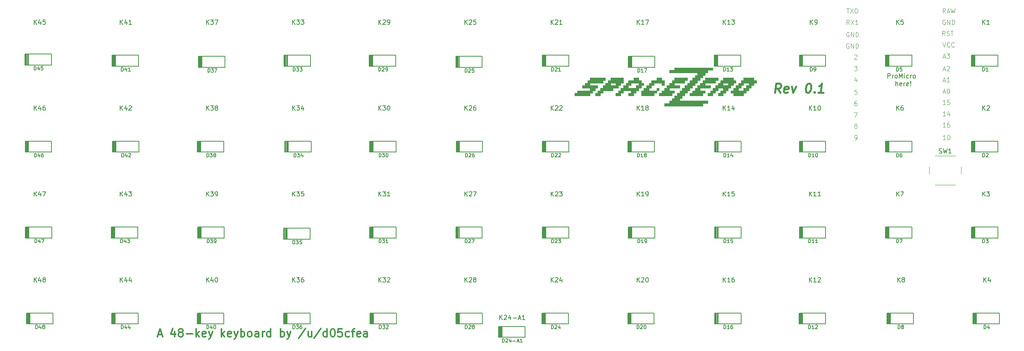
<source format=gto>
G04 #@! TF.GenerationSoftware,KiCad,Pcbnew,(5.0.2-5-10.14)*
G04 #@! TF.CreationDate,2019-03-11T15:43:47+02:00*
G04 #@! TF.ProjectId,1_proto,315f7072-6f74-46f2-9e6b-696361645f70,rev?*
G04 #@! TF.SameCoordinates,Original*
G04 #@! TF.FileFunction,Legend,Top*
G04 #@! TF.FilePolarity,Positive*
%FSLAX46Y46*%
G04 Gerber Fmt 4.6, Leading zero omitted, Abs format (unit mm)*
G04 Created by KiCad (PCBNEW (5.0.2-5-10.14)) date Monday, March 11, 2019 at 03:43:47 PM*
%MOMM*%
%LPD*%
G01*
G04 APERTURE LIST*
%ADD10C,0.100000*%
%ADD11C,0.400000*%
%ADD12C,0.200000*%
%ADD13C,0.300000*%
%ADD14C,0.120000*%
%ADD15C,0.010000*%
%ADD16C,0.150000*%
G04 APERTURE END LIST*
D10*
X243059523Y-103452380D02*
X242488095Y-103452380D01*
X242773809Y-103452380D02*
X242773809Y-102452380D01*
X242678571Y-102595238D01*
X242583333Y-102690476D01*
X242488095Y-102738095D01*
X243678571Y-102452380D02*
X243773809Y-102452380D01*
X243869047Y-102500000D01*
X243916666Y-102547619D01*
X243964285Y-102642857D01*
X244011904Y-102833333D01*
X244011904Y-103071428D01*
X243964285Y-103261904D01*
X243916666Y-103357142D01*
X243869047Y-103404761D01*
X243773809Y-103452380D01*
X243678571Y-103452380D01*
X243583333Y-103404761D01*
X243535714Y-103357142D01*
X243488095Y-103261904D01*
X243440476Y-103071428D01*
X243440476Y-102833333D01*
X243488095Y-102642857D01*
X243535714Y-102547619D01*
X243583333Y-102500000D01*
X243678571Y-102452380D01*
X243059523Y-100702380D02*
X242488095Y-100702380D01*
X242773809Y-100702380D02*
X242773809Y-99702380D01*
X242678571Y-99845238D01*
X242583333Y-99940476D01*
X242488095Y-99988095D01*
X243916666Y-99702380D02*
X243726190Y-99702380D01*
X243630952Y-99750000D01*
X243583333Y-99797619D01*
X243488095Y-99940476D01*
X243440476Y-100130952D01*
X243440476Y-100511904D01*
X243488095Y-100607142D01*
X243535714Y-100654761D01*
X243630952Y-100702380D01*
X243821428Y-100702380D01*
X243916666Y-100654761D01*
X243964285Y-100607142D01*
X244011904Y-100511904D01*
X244011904Y-100273809D01*
X243964285Y-100178571D01*
X243916666Y-100130952D01*
X243821428Y-100083333D01*
X243630952Y-100083333D01*
X243535714Y-100130952D01*
X243488095Y-100178571D01*
X243440476Y-100273809D01*
X243059523Y-98202380D02*
X242488095Y-98202380D01*
X242773809Y-98202380D02*
X242773809Y-97202380D01*
X242678571Y-97345238D01*
X242583333Y-97440476D01*
X242488095Y-97488095D01*
X243916666Y-97535714D02*
X243916666Y-98202380D01*
X243678571Y-97154761D02*
X243440476Y-97869047D01*
X244059523Y-97869047D01*
X243059523Y-95702380D02*
X242488095Y-95702380D01*
X242773809Y-95702380D02*
X242773809Y-94702380D01*
X242678571Y-94845238D01*
X242583333Y-94940476D01*
X242488095Y-94988095D01*
X243964285Y-94702380D02*
X243488095Y-94702380D01*
X243440476Y-95178571D01*
X243488095Y-95130952D01*
X243583333Y-95083333D01*
X243821428Y-95083333D01*
X243916666Y-95130952D01*
X243964285Y-95178571D01*
X244011904Y-95273809D01*
X244011904Y-95511904D01*
X243964285Y-95607142D01*
X243916666Y-95654761D01*
X243821428Y-95702380D01*
X243583333Y-95702380D01*
X243488095Y-95654761D01*
X243440476Y-95607142D01*
X242535714Y-92916666D02*
X243011904Y-92916666D01*
X242440476Y-93202380D02*
X242773809Y-92202380D01*
X243107142Y-93202380D01*
X243630952Y-92202380D02*
X243726190Y-92202380D01*
X243821428Y-92250000D01*
X243869047Y-92297619D01*
X243916666Y-92392857D01*
X243964285Y-92583333D01*
X243964285Y-92821428D01*
X243916666Y-93011904D01*
X243869047Y-93107142D01*
X243821428Y-93154761D01*
X243726190Y-93202380D01*
X243630952Y-93202380D01*
X243535714Y-93154761D01*
X243488095Y-93107142D01*
X243440476Y-93011904D01*
X243392857Y-92821428D01*
X243392857Y-92583333D01*
X243440476Y-92392857D01*
X243488095Y-92297619D01*
X243535714Y-92250000D01*
X243630952Y-92202380D01*
X242535714Y-90416666D02*
X243011904Y-90416666D01*
X242440476Y-90702380D02*
X242773809Y-89702380D01*
X243107142Y-90702380D01*
X243964285Y-90702380D02*
X243392857Y-90702380D01*
X243678571Y-90702380D02*
X243678571Y-89702380D01*
X243583333Y-89845238D01*
X243488095Y-89940476D01*
X243392857Y-89988095D01*
X242535714Y-87916666D02*
X243011904Y-87916666D01*
X242440476Y-88202380D02*
X242773809Y-87202380D01*
X243107142Y-88202380D01*
X243392857Y-87297619D02*
X243440476Y-87250000D01*
X243535714Y-87202380D01*
X243773809Y-87202380D01*
X243869047Y-87250000D01*
X243916666Y-87297619D01*
X243964285Y-87392857D01*
X243964285Y-87488095D01*
X243916666Y-87630952D01*
X243345238Y-88202380D01*
X243964285Y-88202380D01*
X242535714Y-85166666D02*
X243011904Y-85166666D01*
X242440476Y-85452380D02*
X242773809Y-84452380D01*
X243107142Y-85452380D01*
X243345238Y-84452380D02*
X243964285Y-84452380D01*
X243630952Y-84833333D01*
X243773809Y-84833333D01*
X243869047Y-84880952D01*
X243916666Y-84928571D01*
X243964285Y-85023809D01*
X243964285Y-85261904D01*
X243916666Y-85357142D01*
X243869047Y-85404761D01*
X243773809Y-85452380D01*
X243488095Y-85452380D01*
X243392857Y-85404761D01*
X243345238Y-85357142D01*
X242416666Y-81952380D02*
X242750000Y-82952380D01*
X243083333Y-81952380D01*
X243988095Y-82857142D02*
X243940476Y-82904761D01*
X243797619Y-82952380D01*
X243702380Y-82952380D01*
X243559523Y-82904761D01*
X243464285Y-82809523D01*
X243416666Y-82714285D01*
X243369047Y-82523809D01*
X243369047Y-82380952D01*
X243416666Y-82190476D01*
X243464285Y-82095238D01*
X243559523Y-82000000D01*
X243702380Y-81952380D01*
X243797619Y-81952380D01*
X243940476Y-82000000D01*
X243988095Y-82047619D01*
X244988095Y-82857142D02*
X244940476Y-82904761D01*
X244797619Y-82952380D01*
X244702380Y-82952380D01*
X244559523Y-82904761D01*
X244464285Y-82809523D01*
X244416666Y-82714285D01*
X244369047Y-82523809D01*
X244369047Y-82380952D01*
X244416666Y-82190476D01*
X244464285Y-82095238D01*
X244559523Y-82000000D01*
X244702380Y-81952380D01*
X244797619Y-81952380D01*
X244940476Y-82000000D01*
X244988095Y-82047619D01*
X242952380Y-80452380D02*
X242619047Y-79976190D01*
X242380952Y-80452380D02*
X242380952Y-79452380D01*
X242761904Y-79452380D01*
X242857142Y-79500000D01*
X242904761Y-79547619D01*
X242952380Y-79642857D01*
X242952380Y-79785714D01*
X242904761Y-79880952D01*
X242857142Y-79928571D01*
X242761904Y-79976190D01*
X242380952Y-79976190D01*
X243333333Y-80404761D02*
X243476190Y-80452380D01*
X243714285Y-80452380D01*
X243809523Y-80404761D01*
X243857142Y-80357142D01*
X243904761Y-80261904D01*
X243904761Y-80166666D01*
X243857142Y-80071428D01*
X243809523Y-80023809D01*
X243714285Y-79976190D01*
X243523809Y-79928571D01*
X243428571Y-79880952D01*
X243380952Y-79833333D01*
X243333333Y-79738095D01*
X243333333Y-79642857D01*
X243380952Y-79547619D01*
X243428571Y-79500000D01*
X243523809Y-79452380D01*
X243761904Y-79452380D01*
X243904761Y-79500000D01*
X244190476Y-79452380D02*
X244761904Y-79452380D01*
X244476190Y-80452380D02*
X244476190Y-79452380D01*
X242988095Y-77000000D02*
X242892857Y-76952380D01*
X242750000Y-76952380D01*
X242607142Y-77000000D01*
X242511904Y-77095238D01*
X242464285Y-77190476D01*
X242416666Y-77380952D01*
X242416666Y-77523809D01*
X242464285Y-77714285D01*
X242511904Y-77809523D01*
X242607142Y-77904761D01*
X242750000Y-77952380D01*
X242845238Y-77952380D01*
X242988095Y-77904761D01*
X243035714Y-77857142D01*
X243035714Y-77523809D01*
X242845238Y-77523809D01*
X243464285Y-77952380D02*
X243464285Y-76952380D01*
X244035714Y-77952380D01*
X244035714Y-76952380D01*
X244511904Y-77952380D02*
X244511904Y-76952380D01*
X244750000Y-76952380D01*
X244892857Y-77000000D01*
X244988095Y-77095238D01*
X245035714Y-77190476D01*
X245083333Y-77380952D01*
X245083333Y-77523809D01*
X245035714Y-77714285D01*
X244988095Y-77809523D01*
X244892857Y-77904761D01*
X244750000Y-77952380D01*
X244511904Y-77952380D01*
X243059523Y-75452380D02*
X242726190Y-74976190D01*
X242488095Y-75452380D02*
X242488095Y-74452380D01*
X242869047Y-74452380D01*
X242964285Y-74500000D01*
X243011904Y-74547619D01*
X243059523Y-74642857D01*
X243059523Y-74785714D01*
X243011904Y-74880952D01*
X242964285Y-74928571D01*
X242869047Y-74976190D01*
X242488095Y-74976190D01*
X243440476Y-75166666D02*
X243916666Y-75166666D01*
X243345238Y-75452380D02*
X243678571Y-74452380D01*
X244011904Y-75452380D01*
X244250000Y-74452380D02*
X244488095Y-75452380D01*
X244678571Y-74738095D01*
X244869047Y-75452380D01*
X245107142Y-74452380D01*
X223059523Y-103452380D02*
X223250000Y-103452380D01*
X223345238Y-103404761D01*
X223392857Y-103357142D01*
X223488095Y-103214285D01*
X223535714Y-103023809D01*
X223535714Y-102642857D01*
X223488095Y-102547619D01*
X223440476Y-102500000D01*
X223345238Y-102452380D01*
X223154761Y-102452380D01*
X223059523Y-102500000D01*
X223011904Y-102547619D01*
X222964285Y-102642857D01*
X222964285Y-102880952D01*
X223011904Y-102976190D01*
X223059523Y-103023809D01*
X223154761Y-103071428D01*
X223345238Y-103071428D01*
X223440476Y-103023809D01*
X223488095Y-102976190D01*
X223535714Y-102880952D01*
X223154761Y-100380952D02*
X223059523Y-100333333D01*
X223011904Y-100285714D01*
X222964285Y-100190476D01*
X222964285Y-100142857D01*
X223011904Y-100047619D01*
X223059523Y-100000000D01*
X223154761Y-99952380D01*
X223345238Y-99952380D01*
X223440476Y-100000000D01*
X223488095Y-100047619D01*
X223535714Y-100142857D01*
X223535714Y-100190476D01*
X223488095Y-100285714D01*
X223440476Y-100333333D01*
X223345238Y-100380952D01*
X223154761Y-100380952D01*
X223059523Y-100428571D01*
X223011904Y-100476190D01*
X222964285Y-100571428D01*
X222964285Y-100761904D01*
X223011904Y-100857142D01*
X223059523Y-100904761D01*
X223154761Y-100952380D01*
X223345238Y-100952380D01*
X223440476Y-100904761D01*
X223488095Y-100857142D01*
X223535714Y-100761904D01*
X223535714Y-100571428D01*
X223488095Y-100476190D01*
X223440476Y-100428571D01*
X223345238Y-100380952D01*
X222916666Y-97452380D02*
X223583333Y-97452380D01*
X223154761Y-98452380D01*
X223440476Y-94952380D02*
X223250000Y-94952380D01*
X223154761Y-95000000D01*
X223107142Y-95047619D01*
X223011904Y-95190476D01*
X222964285Y-95380952D01*
X222964285Y-95761904D01*
X223011904Y-95857142D01*
X223059523Y-95904761D01*
X223154761Y-95952380D01*
X223345238Y-95952380D01*
X223440476Y-95904761D01*
X223488095Y-95857142D01*
X223535714Y-95761904D01*
X223535714Y-95523809D01*
X223488095Y-95428571D01*
X223440476Y-95380952D01*
X223345238Y-95333333D01*
X223154761Y-95333333D01*
X223059523Y-95380952D01*
X223011904Y-95428571D01*
X222964285Y-95523809D01*
X223488095Y-92452380D02*
X223011904Y-92452380D01*
X222964285Y-92928571D01*
X223011904Y-92880952D01*
X223107142Y-92833333D01*
X223345238Y-92833333D01*
X223440476Y-92880952D01*
X223488095Y-92928571D01*
X223535714Y-93023809D01*
X223535714Y-93261904D01*
X223488095Y-93357142D01*
X223440476Y-93404761D01*
X223345238Y-93452380D01*
X223107142Y-93452380D01*
X223011904Y-93404761D01*
X222964285Y-93357142D01*
X223440476Y-90035714D02*
X223440476Y-90702380D01*
X223202380Y-89654761D02*
X222964285Y-90369047D01*
X223583333Y-90369047D01*
X222916666Y-87202380D02*
X223535714Y-87202380D01*
X223202380Y-87583333D01*
X223345238Y-87583333D01*
X223440476Y-87630952D01*
X223488095Y-87678571D01*
X223535714Y-87773809D01*
X223535714Y-88011904D01*
X223488095Y-88107142D01*
X223440476Y-88154761D01*
X223345238Y-88202380D01*
X223059523Y-88202380D01*
X222964285Y-88154761D01*
X222916666Y-88107142D01*
X222964285Y-84797619D02*
X223011904Y-84750000D01*
X223107142Y-84702380D01*
X223345238Y-84702380D01*
X223440476Y-84750000D01*
X223488095Y-84797619D01*
X223535714Y-84892857D01*
X223535714Y-84988095D01*
X223488095Y-85130952D01*
X222916666Y-85702380D01*
X223535714Y-85702380D01*
X221738095Y-82250000D02*
X221642857Y-82202380D01*
X221500000Y-82202380D01*
X221357142Y-82250000D01*
X221261904Y-82345238D01*
X221214285Y-82440476D01*
X221166666Y-82630952D01*
X221166666Y-82773809D01*
X221214285Y-82964285D01*
X221261904Y-83059523D01*
X221357142Y-83154761D01*
X221500000Y-83202380D01*
X221595238Y-83202380D01*
X221738095Y-83154761D01*
X221785714Y-83107142D01*
X221785714Y-82773809D01*
X221595238Y-82773809D01*
X222214285Y-83202380D02*
X222214285Y-82202380D01*
X222785714Y-83202380D01*
X222785714Y-82202380D01*
X223261904Y-83202380D02*
X223261904Y-82202380D01*
X223500000Y-82202380D01*
X223642857Y-82250000D01*
X223738095Y-82345238D01*
X223785714Y-82440476D01*
X223833333Y-82630952D01*
X223833333Y-82773809D01*
X223785714Y-82964285D01*
X223738095Y-83059523D01*
X223642857Y-83154761D01*
X223500000Y-83202380D01*
X223261904Y-83202380D01*
X221738095Y-79750000D02*
X221642857Y-79702380D01*
X221500000Y-79702380D01*
X221357142Y-79750000D01*
X221261904Y-79845238D01*
X221214285Y-79940476D01*
X221166666Y-80130952D01*
X221166666Y-80273809D01*
X221214285Y-80464285D01*
X221261904Y-80559523D01*
X221357142Y-80654761D01*
X221500000Y-80702380D01*
X221595238Y-80702380D01*
X221738095Y-80654761D01*
X221785714Y-80607142D01*
X221785714Y-80273809D01*
X221595238Y-80273809D01*
X222214285Y-80702380D02*
X222214285Y-79702380D01*
X222785714Y-80702380D01*
X222785714Y-79702380D01*
X223261904Y-80702380D02*
X223261904Y-79702380D01*
X223500000Y-79702380D01*
X223642857Y-79750000D01*
X223738095Y-79845238D01*
X223785714Y-79940476D01*
X223833333Y-80130952D01*
X223833333Y-80273809D01*
X223785714Y-80464285D01*
X223738095Y-80559523D01*
X223642857Y-80654761D01*
X223500000Y-80702380D01*
X223261904Y-80702380D01*
X221857142Y-77952380D02*
X221523809Y-77476190D01*
X221285714Y-77952380D02*
X221285714Y-76952380D01*
X221666666Y-76952380D01*
X221761904Y-77000000D01*
X221809523Y-77047619D01*
X221857142Y-77142857D01*
X221857142Y-77285714D01*
X221809523Y-77380952D01*
X221761904Y-77428571D01*
X221666666Y-77476190D01*
X221285714Y-77476190D01*
X222190476Y-76952380D02*
X222857142Y-77952380D01*
X222857142Y-76952380D02*
X222190476Y-77952380D01*
X223761904Y-77952380D02*
X223190476Y-77952380D01*
X223476190Y-77952380D02*
X223476190Y-76952380D01*
X223380952Y-77095238D01*
X223285714Y-77190476D01*
X223190476Y-77238095D01*
X221214285Y-74452380D02*
X221785714Y-74452380D01*
X221500000Y-75452380D02*
X221500000Y-74452380D01*
X222023809Y-74452380D02*
X222690476Y-75452380D01*
X222690476Y-74452380D02*
X222023809Y-75452380D01*
X223261904Y-74452380D02*
X223452380Y-74452380D01*
X223547619Y-74500000D01*
X223642857Y-74595238D01*
X223690476Y-74785714D01*
X223690476Y-75119047D01*
X223642857Y-75309523D01*
X223547619Y-75404761D01*
X223452380Y-75452380D01*
X223261904Y-75452380D01*
X223166666Y-75404761D01*
X223071428Y-75309523D01*
X223023809Y-75119047D01*
X223023809Y-74785714D01*
X223071428Y-74595238D01*
X223166666Y-74500000D01*
X223261904Y-74452380D01*
D11*
X206599047Y-93054761D02*
X206051428Y-92102380D01*
X205456190Y-93054761D02*
X205706190Y-91054761D01*
X206468095Y-91054761D01*
X206646666Y-91150000D01*
X206730000Y-91245238D01*
X206801428Y-91435714D01*
X206765714Y-91721428D01*
X206646666Y-91911904D01*
X206539523Y-92007142D01*
X206337142Y-92102380D01*
X205575238Y-92102380D01*
X208230000Y-92959523D02*
X208027619Y-93054761D01*
X207646666Y-93054761D01*
X207468095Y-92959523D01*
X207396666Y-92769047D01*
X207491904Y-92007142D01*
X207610952Y-91816666D01*
X207813333Y-91721428D01*
X208194285Y-91721428D01*
X208372857Y-91816666D01*
X208444285Y-92007142D01*
X208420476Y-92197619D01*
X207444285Y-92388095D01*
X209146666Y-91721428D02*
X209456190Y-93054761D01*
X210099047Y-91721428D01*
X212849047Y-91054761D02*
X213039523Y-91054761D01*
X213218095Y-91150000D01*
X213301428Y-91245238D01*
X213372857Y-91435714D01*
X213420476Y-91816666D01*
X213360952Y-92292857D01*
X213218095Y-92673809D01*
X213099047Y-92864285D01*
X212991904Y-92959523D01*
X212789523Y-93054761D01*
X212599047Y-93054761D01*
X212420476Y-92959523D01*
X212337142Y-92864285D01*
X212265714Y-92673809D01*
X212218095Y-92292857D01*
X212277619Y-91816666D01*
X212420476Y-91435714D01*
X212539523Y-91245238D01*
X212646666Y-91150000D01*
X212849047Y-91054761D01*
X214146666Y-92864285D02*
X214230000Y-92959523D01*
X214122857Y-93054761D01*
X214039523Y-92959523D01*
X214146666Y-92864285D01*
X214122857Y-93054761D01*
X216122857Y-93054761D02*
X214979999Y-93054761D01*
X215551428Y-93054761D02*
X215801428Y-91054761D01*
X215575238Y-91340476D01*
X215360952Y-91530952D01*
X215158571Y-91626190D01*
D12*
X230345238Y-89852380D02*
X230345238Y-88852380D01*
X230726190Y-88852380D01*
X230821428Y-88900000D01*
X230869047Y-88947619D01*
X230916666Y-89042857D01*
X230916666Y-89185714D01*
X230869047Y-89280952D01*
X230821428Y-89328571D01*
X230726190Y-89376190D01*
X230345238Y-89376190D01*
X231345238Y-89852380D02*
X231345238Y-89185714D01*
X231345238Y-89376190D02*
X231392857Y-89280952D01*
X231440476Y-89233333D01*
X231535714Y-89185714D01*
X231630952Y-89185714D01*
X232107142Y-89852380D02*
X232011904Y-89804761D01*
X231964285Y-89757142D01*
X231916666Y-89661904D01*
X231916666Y-89376190D01*
X231964285Y-89280952D01*
X232011904Y-89233333D01*
X232107142Y-89185714D01*
X232250000Y-89185714D01*
X232345238Y-89233333D01*
X232392857Y-89280952D01*
X232440476Y-89376190D01*
X232440476Y-89661904D01*
X232392857Y-89757142D01*
X232345238Y-89804761D01*
X232250000Y-89852380D01*
X232107142Y-89852380D01*
X232869047Y-89852380D02*
X232869047Y-88852380D01*
X233202380Y-89566666D01*
X233535714Y-88852380D01*
X233535714Y-89852380D01*
X234011904Y-89852380D02*
X234011904Y-89185714D01*
X234011904Y-88852380D02*
X233964285Y-88900000D01*
X234011904Y-88947619D01*
X234059523Y-88900000D01*
X234011904Y-88852380D01*
X234011904Y-88947619D01*
X234916666Y-89804761D02*
X234821428Y-89852380D01*
X234630952Y-89852380D01*
X234535714Y-89804761D01*
X234488095Y-89757142D01*
X234440476Y-89661904D01*
X234440476Y-89376190D01*
X234488095Y-89280952D01*
X234535714Y-89233333D01*
X234630952Y-89185714D01*
X234821428Y-89185714D01*
X234916666Y-89233333D01*
X235345238Y-89852380D02*
X235345238Y-89185714D01*
X235345238Y-89376190D02*
X235392857Y-89280952D01*
X235440476Y-89233333D01*
X235535714Y-89185714D01*
X235630952Y-89185714D01*
X236107142Y-89852380D02*
X236011904Y-89804761D01*
X235964285Y-89757142D01*
X235916666Y-89661904D01*
X235916666Y-89376190D01*
X235964285Y-89280952D01*
X236011904Y-89233333D01*
X236107142Y-89185714D01*
X236250000Y-89185714D01*
X236345238Y-89233333D01*
X236392857Y-89280952D01*
X236440476Y-89376190D01*
X236440476Y-89661904D01*
X236392857Y-89757142D01*
X236345238Y-89804761D01*
X236250000Y-89852380D01*
X236107142Y-89852380D01*
X232130952Y-91552380D02*
X232130952Y-90552380D01*
X232559523Y-91552380D02*
X232559523Y-91028571D01*
X232511904Y-90933333D01*
X232416666Y-90885714D01*
X232273809Y-90885714D01*
X232178571Y-90933333D01*
X232130952Y-90980952D01*
X233416666Y-91504761D02*
X233321428Y-91552380D01*
X233130952Y-91552380D01*
X233035714Y-91504761D01*
X232988095Y-91409523D01*
X232988095Y-91028571D01*
X233035714Y-90933333D01*
X233130952Y-90885714D01*
X233321428Y-90885714D01*
X233416666Y-90933333D01*
X233464285Y-91028571D01*
X233464285Y-91123809D01*
X232988095Y-91219047D01*
X233892857Y-91552380D02*
X233892857Y-90885714D01*
X233892857Y-91076190D02*
X233940476Y-90980952D01*
X233988095Y-90933333D01*
X234083333Y-90885714D01*
X234178571Y-90885714D01*
X234892857Y-91504761D02*
X234797619Y-91552380D01*
X234607142Y-91552380D01*
X234511904Y-91504761D01*
X234464285Y-91409523D01*
X234464285Y-91028571D01*
X234511904Y-90933333D01*
X234607142Y-90885714D01*
X234797619Y-90885714D01*
X234892857Y-90933333D01*
X234940476Y-91028571D01*
X234940476Y-91123809D01*
X234464285Y-91219047D01*
X235369047Y-91457142D02*
X235416666Y-91504761D01*
X235369047Y-91552380D01*
X235321428Y-91504761D01*
X235369047Y-91457142D01*
X235369047Y-91552380D01*
X235369047Y-91171428D02*
X235321428Y-90600000D01*
X235369047Y-90552380D01*
X235416666Y-90600000D01*
X235369047Y-91171428D01*
X235369047Y-90552380D01*
D13*
X69374999Y-146541666D02*
X70208333Y-146541666D01*
X69208333Y-147041666D02*
X69791666Y-145291666D01*
X70374999Y-147041666D01*
X73041666Y-145875000D02*
X73041666Y-147041666D01*
X72624999Y-145208333D02*
X72208333Y-146458333D01*
X73291666Y-146458333D01*
X74208333Y-146041666D02*
X74041666Y-145958333D01*
X73958333Y-145875000D01*
X73874999Y-145708333D01*
X73874999Y-145625000D01*
X73958333Y-145458333D01*
X74041666Y-145375000D01*
X74208333Y-145291666D01*
X74541666Y-145291666D01*
X74708333Y-145375000D01*
X74791666Y-145458333D01*
X74874999Y-145625000D01*
X74874999Y-145708333D01*
X74791666Y-145875000D01*
X74708333Y-145958333D01*
X74541666Y-146041666D01*
X74208333Y-146041666D01*
X74041666Y-146125000D01*
X73958333Y-146208333D01*
X73874999Y-146375000D01*
X73874999Y-146708333D01*
X73958333Y-146875000D01*
X74041666Y-146958333D01*
X74208333Y-147041666D01*
X74541666Y-147041666D01*
X74708333Y-146958333D01*
X74791666Y-146875000D01*
X74874999Y-146708333D01*
X74874999Y-146375000D01*
X74791666Y-146208333D01*
X74708333Y-146125000D01*
X74541666Y-146041666D01*
X75624999Y-146375000D02*
X76958333Y-146375000D01*
X77791666Y-147041666D02*
X77791666Y-145291666D01*
X77958333Y-146375000D02*
X78458333Y-147041666D01*
X78458333Y-145875000D02*
X77791666Y-146541666D01*
X79874999Y-146958333D02*
X79708333Y-147041666D01*
X79374999Y-147041666D01*
X79208333Y-146958333D01*
X79124999Y-146791666D01*
X79124999Y-146125000D01*
X79208333Y-145958333D01*
X79374999Y-145875000D01*
X79708333Y-145875000D01*
X79874999Y-145958333D01*
X79958333Y-146125000D01*
X79958333Y-146291666D01*
X79124999Y-146458333D01*
X80541666Y-145875000D02*
X80958333Y-147041666D01*
X81374999Y-145875000D02*
X80958333Y-147041666D01*
X80791666Y-147458333D01*
X80708333Y-147541666D01*
X80541666Y-147625000D01*
X83374999Y-147041666D02*
X83374999Y-145291666D01*
X83541666Y-146375000D02*
X84041666Y-147041666D01*
X84041666Y-145875000D02*
X83374999Y-146541666D01*
X85458333Y-146958333D02*
X85291666Y-147041666D01*
X84958333Y-147041666D01*
X84791666Y-146958333D01*
X84708333Y-146791666D01*
X84708333Y-146125000D01*
X84791666Y-145958333D01*
X84958333Y-145875000D01*
X85291666Y-145875000D01*
X85458333Y-145958333D01*
X85541666Y-146125000D01*
X85541666Y-146291666D01*
X84708333Y-146458333D01*
X86124999Y-145875000D02*
X86541666Y-147041666D01*
X86958333Y-145875000D02*
X86541666Y-147041666D01*
X86374999Y-147458333D01*
X86291666Y-147541666D01*
X86124999Y-147625000D01*
X87624999Y-147041666D02*
X87624999Y-145291666D01*
X87624999Y-145958333D02*
X87791666Y-145875000D01*
X88124999Y-145875000D01*
X88291666Y-145958333D01*
X88374999Y-146041666D01*
X88458333Y-146208333D01*
X88458333Y-146708333D01*
X88374999Y-146875000D01*
X88291666Y-146958333D01*
X88124999Y-147041666D01*
X87791666Y-147041666D01*
X87624999Y-146958333D01*
X89458333Y-147041666D02*
X89291666Y-146958333D01*
X89208333Y-146875000D01*
X89124999Y-146708333D01*
X89124999Y-146208333D01*
X89208333Y-146041666D01*
X89291666Y-145958333D01*
X89458333Y-145875000D01*
X89708333Y-145875000D01*
X89874999Y-145958333D01*
X89958333Y-146041666D01*
X90041666Y-146208333D01*
X90041666Y-146708333D01*
X89958333Y-146875000D01*
X89874999Y-146958333D01*
X89708333Y-147041666D01*
X89458333Y-147041666D01*
X91541666Y-147041666D02*
X91541666Y-146125000D01*
X91458333Y-145958333D01*
X91291666Y-145875000D01*
X90958333Y-145875000D01*
X90791666Y-145958333D01*
X91541666Y-146958333D02*
X91374999Y-147041666D01*
X90958333Y-147041666D01*
X90791666Y-146958333D01*
X90708333Y-146791666D01*
X90708333Y-146625000D01*
X90791666Y-146458333D01*
X90958333Y-146375000D01*
X91374999Y-146375000D01*
X91541666Y-146291666D01*
X92374999Y-147041666D02*
X92374999Y-145875000D01*
X92374999Y-146208333D02*
X92458333Y-146041666D01*
X92541666Y-145958333D01*
X92708333Y-145875000D01*
X92874999Y-145875000D01*
X94208333Y-147041666D02*
X94208333Y-145291666D01*
X94208333Y-146958333D02*
X94041666Y-147041666D01*
X93708333Y-147041666D01*
X93541666Y-146958333D01*
X93458333Y-146875000D01*
X93374999Y-146708333D01*
X93374999Y-146208333D01*
X93458333Y-146041666D01*
X93541666Y-145958333D01*
X93708333Y-145875000D01*
X94041666Y-145875000D01*
X94208333Y-145958333D01*
X96374999Y-147041666D02*
X96374999Y-145291666D01*
X96374999Y-145958333D02*
X96541666Y-145875000D01*
X96874999Y-145875000D01*
X97041666Y-145958333D01*
X97124999Y-146041666D01*
X97208333Y-146208333D01*
X97208333Y-146708333D01*
X97124999Y-146875000D01*
X97041666Y-146958333D01*
X96874999Y-147041666D01*
X96541666Y-147041666D01*
X96374999Y-146958333D01*
X97791666Y-145875000D02*
X98208333Y-147041666D01*
X98624999Y-145875000D02*
X98208333Y-147041666D01*
X98041666Y-147458333D01*
X97958333Y-147541666D01*
X97791666Y-147625000D01*
X101874999Y-145208333D02*
X100374999Y-147458333D01*
X103208333Y-145875000D02*
X103208333Y-147041666D01*
X102458333Y-145875000D02*
X102458333Y-146791666D01*
X102541666Y-146958333D01*
X102708333Y-147041666D01*
X102958333Y-147041666D01*
X103124999Y-146958333D01*
X103208333Y-146875000D01*
X105291666Y-145208333D02*
X103791666Y-147458333D01*
X106624999Y-147041666D02*
X106624999Y-145291666D01*
X106624999Y-146958333D02*
X106458333Y-147041666D01*
X106124999Y-147041666D01*
X105958333Y-146958333D01*
X105874999Y-146875000D01*
X105791666Y-146708333D01*
X105791666Y-146208333D01*
X105874999Y-146041666D01*
X105958333Y-145958333D01*
X106124999Y-145875000D01*
X106458333Y-145875000D01*
X106624999Y-145958333D01*
X107791666Y-145291666D02*
X107958333Y-145291666D01*
X108124999Y-145375000D01*
X108208333Y-145458333D01*
X108291666Y-145625000D01*
X108374999Y-145958333D01*
X108374999Y-146375000D01*
X108291666Y-146708333D01*
X108208333Y-146875000D01*
X108124999Y-146958333D01*
X107958333Y-147041666D01*
X107791666Y-147041666D01*
X107624999Y-146958333D01*
X107541666Y-146875000D01*
X107458333Y-146708333D01*
X107374999Y-146375000D01*
X107374999Y-145958333D01*
X107458333Y-145625000D01*
X107541666Y-145458333D01*
X107624999Y-145375000D01*
X107791666Y-145291666D01*
X109958333Y-145291666D02*
X109124999Y-145291666D01*
X109041666Y-146125000D01*
X109124999Y-146041666D01*
X109291666Y-145958333D01*
X109708333Y-145958333D01*
X109874999Y-146041666D01*
X109958333Y-146125000D01*
X110041666Y-146291666D01*
X110041666Y-146708333D01*
X109958333Y-146875000D01*
X109874999Y-146958333D01*
X109708333Y-147041666D01*
X109291666Y-147041666D01*
X109124999Y-146958333D01*
X109041666Y-146875000D01*
X111541666Y-146958333D02*
X111374999Y-147041666D01*
X111041666Y-147041666D01*
X110874999Y-146958333D01*
X110791666Y-146875000D01*
X110708333Y-146708333D01*
X110708333Y-146208333D01*
X110791666Y-146041666D01*
X110874999Y-145958333D01*
X111041666Y-145875000D01*
X111374999Y-145875000D01*
X111541666Y-145958333D01*
X112041666Y-145875000D02*
X112708333Y-145875000D01*
X112291666Y-147041666D02*
X112291666Y-145541666D01*
X112374999Y-145375000D01*
X112541666Y-145291666D01*
X112708333Y-145291666D01*
X113958333Y-146958333D02*
X113791666Y-147041666D01*
X113458333Y-147041666D01*
X113291666Y-146958333D01*
X113208333Y-146791666D01*
X113208333Y-146125000D01*
X113291666Y-145958333D01*
X113458333Y-145875000D01*
X113791666Y-145875000D01*
X113958333Y-145958333D01*
X114041666Y-146125000D01*
X114041666Y-146291666D01*
X113208333Y-146458333D01*
X115541666Y-147041666D02*
X115541666Y-146125000D01*
X115458333Y-145958333D01*
X115291666Y-145875000D01*
X114958333Y-145875000D01*
X114791666Y-145958333D01*
X115541666Y-146958333D02*
X115374999Y-147041666D01*
X114958333Y-147041666D01*
X114791666Y-146958333D01*
X114708333Y-146791666D01*
X114708333Y-146625000D01*
X114791666Y-146458333D01*
X114958333Y-146375000D01*
X115374999Y-146375000D01*
X115541666Y-146291666D01*
D14*
G04 #@! TO.C,SW1*
X246500000Y-111000000D02*
X246500000Y-109500000D01*
X245250000Y-107000000D02*
X240750000Y-107000000D01*
X239500000Y-109500000D02*
X239500000Y-111000000D01*
X240750000Y-113500000D02*
X245250000Y-113500000D01*
D12*
G04 #@! TO.C,D3*
X254650000Y-125200000D02*
X248850000Y-125200000D01*
X254650000Y-122800000D02*
X254650000Y-125200000D01*
X248850000Y-122800000D02*
X254650000Y-122800000D01*
X248925000Y-122800000D02*
X248925000Y-125200000D01*
X249050000Y-122800000D02*
X249050000Y-125200000D01*
X248825000Y-125200000D02*
X248825000Y-122800000D01*
X249225000Y-122800000D02*
X249225000Y-125200000D01*
X249400000Y-122800000D02*
X249400000Y-125200000D01*
X249575000Y-122800000D02*
X249575000Y-125200000D01*
G04 #@! TO.C,D6*
X235650000Y-106200000D02*
X229850000Y-106200000D01*
X235650000Y-103800000D02*
X235650000Y-106200000D01*
X229850000Y-103800000D02*
X235650000Y-103800000D01*
X229925000Y-103800000D02*
X229925000Y-106200000D01*
X230050000Y-103800000D02*
X230050000Y-106200000D01*
X229825000Y-106200000D02*
X229825000Y-103800000D01*
X230225000Y-103800000D02*
X230225000Y-106200000D01*
X230400000Y-103800000D02*
X230400000Y-106200000D01*
X230575000Y-103800000D02*
X230575000Y-106200000D01*
G04 #@! TO.C,D5*
X235650000Y-87200000D02*
X229850000Y-87200000D01*
X235650000Y-84800000D02*
X235650000Y-87200000D01*
X229850000Y-84800000D02*
X235650000Y-84800000D01*
X229925000Y-84800000D02*
X229925000Y-87200000D01*
X230050000Y-84800000D02*
X230050000Y-87200000D01*
X229825000Y-87200000D02*
X229825000Y-84800000D01*
X230225000Y-84800000D02*
X230225000Y-87200000D01*
X230400000Y-84800000D02*
X230400000Y-87200000D01*
X230575000Y-84800000D02*
X230575000Y-87200000D01*
G04 #@! TO.C,D2*
X254650000Y-106200000D02*
X248850000Y-106200000D01*
X254650000Y-103800000D02*
X254650000Y-106200000D01*
X248850000Y-103800000D02*
X254650000Y-103800000D01*
X248925000Y-103800000D02*
X248925000Y-106200000D01*
X249050000Y-103800000D02*
X249050000Y-106200000D01*
X248825000Y-106200000D02*
X248825000Y-103800000D01*
X249225000Y-103800000D02*
X249225000Y-106200000D01*
X249400000Y-103800000D02*
X249400000Y-106200000D01*
X249575000Y-103800000D02*
X249575000Y-106200000D01*
G04 #@! TO.C,D1*
X254650000Y-87200000D02*
X248850000Y-87200000D01*
X254650000Y-84800000D02*
X254650000Y-87200000D01*
X248850000Y-84800000D02*
X254650000Y-84800000D01*
X248925000Y-84800000D02*
X248925000Y-87200000D01*
X249050000Y-84800000D02*
X249050000Y-87200000D01*
X248825000Y-87200000D02*
X248825000Y-84800000D01*
X249225000Y-84800000D02*
X249225000Y-87200000D01*
X249400000Y-84800000D02*
X249400000Y-87200000D01*
X249575000Y-84800000D02*
X249575000Y-87200000D01*
G04 #@! TO.C,D8*
X236000000Y-144200000D02*
X230200000Y-144200000D01*
X236000000Y-141800000D02*
X236000000Y-144200000D01*
X230200000Y-141800000D02*
X236000000Y-141800000D01*
X230275000Y-141800000D02*
X230275000Y-144200000D01*
X230400000Y-141800000D02*
X230400000Y-144200000D01*
X230175000Y-144200000D02*
X230175000Y-141800000D01*
X230575000Y-141800000D02*
X230575000Y-144200000D01*
X230750000Y-141800000D02*
X230750000Y-144200000D01*
X230925000Y-141800000D02*
X230925000Y-144200000D01*
G04 #@! TO.C,D9*
X216650000Y-87200000D02*
X210850000Y-87200000D01*
X216650000Y-84800000D02*
X216650000Y-87200000D01*
X210850000Y-84800000D02*
X216650000Y-84800000D01*
X210925000Y-84800000D02*
X210925000Y-87200000D01*
X211050000Y-84800000D02*
X211050000Y-87200000D01*
X210825000Y-87200000D02*
X210825000Y-84800000D01*
X211225000Y-84800000D02*
X211225000Y-87200000D01*
X211400000Y-84800000D02*
X211400000Y-87200000D01*
X211575000Y-84800000D02*
X211575000Y-87200000D01*
G04 #@! TO.C,D10*
X216650000Y-106200000D02*
X210850000Y-106200000D01*
X216650000Y-103800000D02*
X216650000Y-106200000D01*
X210850000Y-103800000D02*
X216650000Y-103800000D01*
X210925000Y-103800000D02*
X210925000Y-106200000D01*
X211050000Y-103800000D02*
X211050000Y-106200000D01*
X210825000Y-106200000D02*
X210825000Y-103800000D01*
X211225000Y-103800000D02*
X211225000Y-106200000D01*
X211400000Y-103800000D02*
X211400000Y-106200000D01*
X211575000Y-103800000D02*
X211575000Y-106200000D01*
G04 #@! TO.C,D11*
X216650000Y-125200000D02*
X210850000Y-125200000D01*
X216650000Y-122800000D02*
X216650000Y-125200000D01*
X210850000Y-122800000D02*
X216650000Y-122800000D01*
X210925000Y-122800000D02*
X210925000Y-125200000D01*
X211050000Y-122800000D02*
X211050000Y-125200000D01*
X210825000Y-125200000D02*
X210825000Y-122800000D01*
X211225000Y-122800000D02*
X211225000Y-125200000D01*
X211400000Y-122800000D02*
X211400000Y-125200000D01*
X211575000Y-122800000D02*
X211575000Y-125200000D01*
G04 #@! TO.C,D12*
X216625000Y-144200000D02*
X210825000Y-144200000D01*
X216625000Y-141800000D02*
X216625000Y-144200000D01*
X210825000Y-141800000D02*
X216625000Y-141800000D01*
X210900000Y-141800000D02*
X210900000Y-144200000D01*
X211025000Y-141800000D02*
X211025000Y-144200000D01*
X210800000Y-144200000D02*
X210800000Y-141800000D01*
X211200000Y-141800000D02*
X211200000Y-144200000D01*
X211375000Y-141800000D02*
X211375000Y-144200000D01*
X211550000Y-141800000D02*
X211550000Y-144200000D01*
G04 #@! TO.C,D13*
X197875000Y-87200000D02*
X192075000Y-87200000D01*
X197875000Y-84800000D02*
X197875000Y-87200000D01*
X192075000Y-84800000D02*
X197875000Y-84800000D01*
X192150000Y-84800000D02*
X192150000Y-87200000D01*
X192275000Y-84800000D02*
X192275000Y-87200000D01*
X192050000Y-87200000D02*
X192050000Y-84800000D01*
X192450000Y-84800000D02*
X192450000Y-87200000D01*
X192625000Y-84800000D02*
X192625000Y-87200000D01*
X192800000Y-84800000D02*
X192800000Y-87200000D01*
G04 #@! TO.C,D14*
X197950000Y-106200000D02*
X192150000Y-106200000D01*
X197950000Y-103800000D02*
X197950000Y-106200000D01*
X192150000Y-103800000D02*
X197950000Y-103800000D01*
X192225000Y-103800000D02*
X192225000Y-106200000D01*
X192350000Y-103800000D02*
X192350000Y-106200000D01*
X192125000Y-106200000D02*
X192125000Y-103800000D01*
X192525000Y-103800000D02*
X192525000Y-106200000D01*
X192700000Y-103800000D02*
X192700000Y-106200000D01*
X192875000Y-103800000D02*
X192875000Y-106200000D01*
G04 #@! TO.C,D15*
X197950000Y-125200000D02*
X192150000Y-125200000D01*
X197950000Y-122800000D02*
X197950000Y-125200000D01*
X192150000Y-122800000D02*
X197950000Y-122800000D01*
X192225000Y-122800000D02*
X192225000Y-125200000D01*
X192350000Y-122800000D02*
X192350000Y-125200000D01*
X192125000Y-125200000D02*
X192125000Y-122800000D01*
X192525000Y-122800000D02*
X192525000Y-125200000D01*
X192700000Y-122800000D02*
X192700000Y-125200000D01*
X192875000Y-122800000D02*
X192875000Y-125200000D01*
G04 #@! TO.C,D16*
X197950000Y-144200000D02*
X192150000Y-144200000D01*
X197950000Y-141800000D02*
X197950000Y-144200000D01*
X192150000Y-141800000D02*
X197950000Y-141800000D01*
X192225000Y-141800000D02*
X192225000Y-144200000D01*
X192350000Y-141800000D02*
X192350000Y-144200000D01*
X192125000Y-144200000D02*
X192125000Y-141800000D01*
X192525000Y-141800000D02*
X192525000Y-144200000D01*
X192700000Y-141800000D02*
X192700000Y-144200000D01*
X192875000Y-141800000D02*
X192875000Y-144200000D01*
G04 #@! TO.C,D17*
X178950000Y-87450000D02*
X173150000Y-87450000D01*
X178950000Y-85050000D02*
X178950000Y-87450000D01*
X173150000Y-85050000D02*
X178950000Y-85050000D01*
X173225000Y-85050000D02*
X173225000Y-87450000D01*
X173350000Y-85050000D02*
X173350000Y-87450000D01*
X173125000Y-87450000D02*
X173125000Y-85050000D01*
X173525000Y-85050000D02*
X173525000Y-87450000D01*
X173700000Y-85050000D02*
X173700000Y-87450000D01*
X173875000Y-85050000D02*
X173875000Y-87450000D01*
G04 #@! TO.C,D18*
X178875000Y-106200000D02*
X173075000Y-106200000D01*
X178875000Y-103800000D02*
X178875000Y-106200000D01*
X173075000Y-103800000D02*
X178875000Y-103800000D01*
X173150000Y-103800000D02*
X173150000Y-106200000D01*
X173275000Y-103800000D02*
X173275000Y-106200000D01*
X173050000Y-106200000D02*
X173050000Y-103800000D01*
X173450000Y-103800000D02*
X173450000Y-106200000D01*
X173625000Y-103800000D02*
X173625000Y-106200000D01*
X173800000Y-103800000D02*
X173800000Y-106200000D01*
G04 #@! TO.C,D19*
X178950000Y-125200000D02*
X173150000Y-125200000D01*
X178950000Y-122800000D02*
X178950000Y-125200000D01*
X173150000Y-122800000D02*
X178950000Y-122800000D01*
X173225000Y-122800000D02*
X173225000Y-125200000D01*
X173350000Y-122800000D02*
X173350000Y-125200000D01*
X173125000Y-125200000D02*
X173125000Y-122800000D01*
X173525000Y-122800000D02*
X173525000Y-125200000D01*
X173700000Y-122800000D02*
X173700000Y-125200000D01*
X173875000Y-122800000D02*
X173875000Y-125200000D01*
G04 #@! TO.C,D20*
X178800000Y-144200000D02*
X173000000Y-144200000D01*
X178800000Y-141800000D02*
X178800000Y-144200000D01*
X173000000Y-141800000D02*
X178800000Y-141800000D01*
X173075000Y-141800000D02*
X173075000Y-144200000D01*
X173200000Y-141800000D02*
X173200000Y-144200000D01*
X172975000Y-144200000D02*
X172975000Y-141800000D01*
X173375000Y-141800000D02*
X173375000Y-144200000D01*
X173550000Y-141800000D02*
X173550000Y-144200000D01*
X173725000Y-141800000D02*
X173725000Y-144200000D01*
G04 #@! TO.C,D21*
X159950000Y-87200000D02*
X154150000Y-87200000D01*
X159950000Y-84800000D02*
X159950000Y-87200000D01*
X154150000Y-84800000D02*
X159950000Y-84800000D01*
X154225000Y-84800000D02*
X154225000Y-87200000D01*
X154350000Y-84800000D02*
X154350000Y-87200000D01*
X154125000Y-87200000D02*
X154125000Y-84800000D01*
X154525000Y-84800000D02*
X154525000Y-87200000D01*
X154700000Y-84800000D02*
X154700000Y-87200000D01*
X154875000Y-84800000D02*
X154875000Y-87200000D01*
G04 #@! TO.C,D22*
X159950000Y-106200000D02*
X154150000Y-106200000D01*
X159950000Y-103800000D02*
X159950000Y-106200000D01*
X154150000Y-103800000D02*
X159950000Y-103800000D01*
X154225000Y-103800000D02*
X154225000Y-106200000D01*
X154350000Y-103800000D02*
X154350000Y-106200000D01*
X154125000Y-106200000D02*
X154125000Y-103800000D01*
X154525000Y-103800000D02*
X154525000Y-106200000D01*
X154700000Y-103800000D02*
X154700000Y-106200000D01*
X154875000Y-103800000D02*
X154875000Y-106200000D01*
G04 #@! TO.C,D23*
X159950000Y-125200000D02*
X154150000Y-125200000D01*
X159950000Y-122800000D02*
X159950000Y-125200000D01*
X154150000Y-122800000D02*
X159950000Y-122800000D01*
X154225000Y-122800000D02*
X154225000Y-125200000D01*
X154350000Y-122800000D02*
X154350000Y-125200000D01*
X154125000Y-125200000D02*
X154125000Y-122800000D01*
X154525000Y-122800000D02*
X154525000Y-125200000D01*
X154700000Y-122800000D02*
X154700000Y-125200000D01*
X154875000Y-122800000D02*
X154875000Y-125200000D01*
G04 #@! TO.C,D24*
X154825000Y-141800000D02*
X154825000Y-144200000D01*
X154650000Y-141800000D02*
X154650000Y-144200000D01*
X154475000Y-141800000D02*
X154475000Y-144200000D01*
X154075000Y-144200000D02*
X154075000Y-141800000D01*
X154300000Y-141800000D02*
X154300000Y-144200000D01*
X154175000Y-141800000D02*
X154175000Y-144200000D01*
X154100000Y-141800000D02*
X159900000Y-141800000D01*
X159900000Y-141800000D02*
X159900000Y-144200000D01*
X159900000Y-144200000D02*
X154100000Y-144200000D01*
G04 #@! TO.C,D25*
X135800000Y-85050000D02*
X135800000Y-87450000D01*
X135625000Y-85050000D02*
X135625000Y-87450000D01*
X135450000Y-85050000D02*
X135450000Y-87450000D01*
X135050000Y-87450000D02*
X135050000Y-85050000D01*
X135275000Y-85050000D02*
X135275000Y-87450000D01*
X135150000Y-85050000D02*
X135150000Y-87450000D01*
X135075000Y-85050000D02*
X140875000Y-85050000D01*
X140875000Y-85050000D02*
X140875000Y-87450000D01*
X140875000Y-87450000D02*
X135075000Y-87450000D01*
G04 #@! TO.C,D26*
X135875000Y-103800000D02*
X135875000Y-106200000D01*
X135700000Y-103800000D02*
X135700000Y-106200000D01*
X135525000Y-103800000D02*
X135525000Y-106200000D01*
X135125000Y-106200000D02*
X135125000Y-103800000D01*
X135350000Y-103800000D02*
X135350000Y-106200000D01*
X135225000Y-103800000D02*
X135225000Y-106200000D01*
X135150000Y-103800000D02*
X140950000Y-103800000D01*
X140950000Y-103800000D02*
X140950000Y-106200000D01*
X140950000Y-106200000D02*
X135150000Y-106200000D01*
G04 #@! TO.C,D27*
X135800000Y-122800000D02*
X135800000Y-125200000D01*
X135625000Y-122800000D02*
X135625000Y-125200000D01*
X135450000Y-122800000D02*
X135450000Y-125200000D01*
X135050000Y-125200000D02*
X135050000Y-122800000D01*
X135275000Y-122800000D02*
X135275000Y-125200000D01*
X135150000Y-122800000D02*
X135150000Y-125200000D01*
X135075000Y-122800000D02*
X140875000Y-122800000D01*
X140875000Y-122800000D02*
X140875000Y-125200000D01*
X140875000Y-125200000D02*
X135075000Y-125200000D01*
G04 #@! TO.C,D28*
X135825000Y-141800000D02*
X135825000Y-144200000D01*
X135650000Y-141800000D02*
X135650000Y-144200000D01*
X135475000Y-141800000D02*
X135475000Y-144200000D01*
X135075000Y-144200000D02*
X135075000Y-141800000D01*
X135300000Y-141800000D02*
X135300000Y-144200000D01*
X135175000Y-141800000D02*
X135175000Y-144200000D01*
X135100000Y-141800000D02*
X140900000Y-141800000D01*
X140900000Y-141800000D02*
X140900000Y-144200000D01*
X140900000Y-144200000D02*
X135100000Y-144200000D01*
G04 #@! TO.C,D29*
X116725000Y-84800000D02*
X116725000Y-87200000D01*
X116550000Y-84800000D02*
X116550000Y-87200000D01*
X116375000Y-84800000D02*
X116375000Y-87200000D01*
X115975000Y-87200000D02*
X115975000Y-84800000D01*
X116200000Y-84800000D02*
X116200000Y-87200000D01*
X116075000Y-84800000D02*
X116075000Y-87200000D01*
X116000000Y-84800000D02*
X121800000Y-84800000D01*
X121800000Y-84800000D02*
X121800000Y-87200000D01*
X121800000Y-87200000D02*
X116000000Y-87200000D01*
G04 #@! TO.C,D30*
X116800000Y-103800000D02*
X116800000Y-106200000D01*
X116625000Y-103800000D02*
X116625000Y-106200000D01*
X116450000Y-103800000D02*
X116450000Y-106200000D01*
X116050000Y-106200000D02*
X116050000Y-103800000D01*
X116275000Y-103800000D02*
X116275000Y-106200000D01*
X116150000Y-103800000D02*
X116150000Y-106200000D01*
X116075000Y-103800000D02*
X121875000Y-103800000D01*
X121875000Y-103800000D02*
X121875000Y-106200000D01*
X121875000Y-106200000D02*
X116075000Y-106200000D01*
G04 #@! TO.C,D31*
X116800000Y-122800000D02*
X116800000Y-125200000D01*
X116625000Y-122800000D02*
X116625000Y-125200000D01*
X116450000Y-122800000D02*
X116450000Y-125200000D01*
X116050000Y-125200000D02*
X116050000Y-122800000D01*
X116275000Y-122800000D02*
X116275000Y-125200000D01*
X116150000Y-122800000D02*
X116150000Y-125200000D01*
X116075000Y-122800000D02*
X121875000Y-122800000D01*
X121875000Y-122800000D02*
X121875000Y-125200000D01*
X121875000Y-125200000D02*
X116075000Y-125200000D01*
G04 #@! TO.C,D32*
X116875000Y-141800000D02*
X116875000Y-144200000D01*
X116700000Y-141800000D02*
X116700000Y-144200000D01*
X116525000Y-141800000D02*
X116525000Y-144200000D01*
X116125000Y-144200000D02*
X116125000Y-141800000D01*
X116350000Y-141800000D02*
X116350000Y-144200000D01*
X116225000Y-141800000D02*
X116225000Y-144200000D01*
X116150000Y-141800000D02*
X121950000Y-141800000D01*
X121950000Y-141800000D02*
X121950000Y-144200000D01*
X121950000Y-144200000D02*
X116150000Y-144200000D01*
G04 #@! TO.C,D33*
X97875000Y-84800000D02*
X97875000Y-87200000D01*
X97700000Y-84800000D02*
X97700000Y-87200000D01*
X97525000Y-84800000D02*
X97525000Y-87200000D01*
X97125000Y-87200000D02*
X97125000Y-84800000D01*
X97350000Y-84800000D02*
X97350000Y-87200000D01*
X97225000Y-84800000D02*
X97225000Y-87200000D01*
X97150000Y-84800000D02*
X102950000Y-84800000D01*
X102950000Y-84800000D02*
X102950000Y-87200000D01*
X102950000Y-87200000D02*
X97150000Y-87200000D01*
G04 #@! TO.C,D34*
X98050000Y-103800000D02*
X98050000Y-106200000D01*
X97875000Y-103800000D02*
X97875000Y-106200000D01*
X97700000Y-103800000D02*
X97700000Y-106200000D01*
X97300000Y-106200000D02*
X97300000Y-103800000D01*
X97525000Y-103800000D02*
X97525000Y-106200000D01*
X97400000Y-103800000D02*
X97400000Y-106200000D01*
X97325000Y-103800000D02*
X103125000Y-103800000D01*
X103125000Y-103800000D02*
X103125000Y-106200000D01*
X103125000Y-106200000D02*
X97325000Y-106200000D01*
G04 #@! TO.C,D35*
X97800000Y-123050000D02*
X97800000Y-125450000D01*
X97625000Y-123050000D02*
X97625000Y-125450000D01*
X97450000Y-123050000D02*
X97450000Y-125450000D01*
X97050000Y-125450000D02*
X97050000Y-123050000D01*
X97275000Y-123050000D02*
X97275000Y-125450000D01*
X97150000Y-123050000D02*
X97150000Y-125450000D01*
X97075000Y-123050000D02*
X102875000Y-123050000D01*
X102875000Y-123050000D02*
X102875000Y-125450000D01*
X102875000Y-125450000D02*
X97075000Y-125450000D01*
G04 #@! TO.C,D36*
X97825000Y-141800000D02*
X97825000Y-144200000D01*
X97650000Y-141800000D02*
X97650000Y-144200000D01*
X97475000Y-141800000D02*
X97475000Y-144200000D01*
X97075000Y-144200000D02*
X97075000Y-141800000D01*
X97300000Y-141800000D02*
X97300000Y-144200000D01*
X97175000Y-141800000D02*
X97175000Y-144200000D01*
X97100000Y-141800000D02*
X102900000Y-141800000D01*
X102900000Y-141800000D02*
X102900000Y-144200000D01*
X102900000Y-144200000D02*
X97100000Y-144200000D01*
G04 #@! TO.C,D37*
X79050000Y-85050000D02*
X79050000Y-87450000D01*
X78875000Y-85050000D02*
X78875000Y-87450000D01*
X78700000Y-85050000D02*
X78700000Y-87450000D01*
X78300000Y-87450000D02*
X78300000Y-85050000D01*
X78525000Y-85050000D02*
X78525000Y-87450000D01*
X78400000Y-85050000D02*
X78400000Y-87450000D01*
X78325000Y-85050000D02*
X84125000Y-85050000D01*
X84125000Y-85050000D02*
X84125000Y-87450000D01*
X84125000Y-87450000D02*
X78325000Y-87450000D01*
G04 #@! TO.C,D38*
X78800000Y-103800000D02*
X78800000Y-106200000D01*
X78625000Y-103800000D02*
X78625000Y-106200000D01*
X78450000Y-103800000D02*
X78450000Y-106200000D01*
X78050000Y-106200000D02*
X78050000Y-103800000D01*
X78275000Y-103800000D02*
X78275000Y-106200000D01*
X78150000Y-103800000D02*
X78150000Y-106200000D01*
X78075000Y-103800000D02*
X83875000Y-103800000D01*
X83875000Y-103800000D02*
X83875000Y-106200000D01*
X83875000Y-106200000D02*
X78075000Y-106200000D01*
G04 #@! TO.C,D39*
X78875000Y-122800000D02*
X78875000Y-125200000D01*
X78700000Y-122800000D02*
X78700000Y-125200000D01*
X78525000Y-122800000D02*
X78525000Y-125200000D01*
X78125000Y-125200000D02*
X78125000Y-122800000D01*
X78350000Y-122800000D02*
X78350000Y-125200000D01*
X78225000Y-122800000D02*
X78225000Y-125200000D01*
X78150000Y-122800000D02*
X83950000Y-122800000D01*
X83950000Y-122800000D02*
X83950000Y-125200000D01*
X83950000Y-125200000D02*
X78150000Y-125200000D01*
G04 #@! TO.C,D40*
X78800000Y-141800000D02*
X78800000Y-144200000D01*
X78625000Y-141800000D02*
X78625000Y-144200000D01*
X78450000Y-141800000D02*
X78450000Y-144200000D01*
X78050000Y-144200000D02*
X78050000Y-141800000D01*
X78275000Y-141800000D02*
X78275000Y-144200000D01*
X78150000Y-141800000D02*
X78150000Y-144200000D01*
X78075000Y-141800000D02*
X83875000Y-141800000D01*
X83875000Y-141800000D02*
X83875000Y-144200000D01*
X83875000Y-144200000D02*
X78075000Y-144200000D01*
G04 #@! TO.C,D41*
X59975000Y-84800000D02*
X59975000Y-87200000D01*
X59800000Y-84800000D02*
X59800000Y-87200000D01*
X59625000Y-84800000D02*
X59625000Y-87200000D01*
X59225000Y-87200000D02*
X59225000Y-84800000D01*
X59450000Y-84800000D02*
X59450000Y-87200000D01*
X59325000Y-84800000D02*
X59325000Y-87200000D01*
X59250000Y-84800000D02*
X65050000Y-84800000D01*
X65050000Y-84800000D02*
X65050000Y-87200000D01*
X65050000Y-87200000D02*
X59250000Y-87200000D01*
G04 #@! TO.C,D42*
X60050000Y-103800000D02*
X60050000Y-106200000D01*
X59875000Y-103800000D02*
X59875000Y-106200000D01*
X59700000Y-103800000D02*
X59700000Y-106200000D01*
X59300000Y-106200000D02*
X59300000Y-103800000D01*
X59525000Y-103800000D02*
X59525000Y-106200000D01*
X59400000Y-103800000D02*
X59400000Y-106200000D01*
X59325000Y-103800000D02*
X65125000Y-103800000D01*
X65125000Y-103800000D02*
X65125000Y-106200000D01*
X65125000Y-106200000D02*
X59325000Y-106200000D01*
G04 #@! TO.C,D43*
X59800000Y-122800000D02*
X59800000Y-125200000D01*
X59625000Y-122800000D02*
X59625000Y-125200000D01*
X59450000Y-122800000D02*
X59450000Y-125200000D01*
X59050000Y-125200000D02*
X59050000Y-122800000D01*
X59275000Y-122800000D02*
X59275000Y-125200000D01*
X59150000Y-122800000D02*
X59150000Y-125200000D01*
X59075000Y-122800000D02*
X64875000Y-122800000D01*
X64875000Y-122800000D02*
X64875000Y-125200000D01*
X64875000Y-125200000D02*
X59075000Y-125200000D01*
G04 #@! TO.C,D44*
X65000000Y-144200000D02*
X59200000Y-144200000D01*
X65000000Y-141800000D02*
X65000000Y-144200000D01*
X59200000Y-141800000D02*
X65000000Y-141800000D01*
X59275000Y-141800000D02*
X59275000Y-144200000D01*
X59400000Y-141800000D02*
X59400000Y-144200000D01*
X59175000Y-144200000D02*
X59175000Y-141800000D01*
X59575000Y-141800000D02*
X59575000Y-144200000D01*
X59750000Y-141800000D02*
X59750000Y-144200000D01*
X59925000Y-141800000D02*
X59925000Y-144200000D01*
G04 #@! TO.C,D45*
X40725000Y-84550000D02*
X40725000Y-86950000D01*
X40550000Y-84550000D02*
X40550000Y-86950000D01*
X40375000Y-84550000D02*
X40375000Y-86950000D01*
X39975000Y-86950000D02*
X39975000Y-84550000D01*
X40200000Y-84550000D02*
X40200000Y-86950000D01*
X40075000Y-84550000D02*
X40075000Y-86950000D01*
X40000000Y-84550000D02*
X45800000Y-84550000D01*
X45800000Y-84550000D02*
X45800000Y-86950000D01*
X45800000Y-86950000D02*
X40000000Y-86950000D01*
G04 #@! TO.C,D46*
X40800000Y-103800000D02*
X40800000Y-106200000D01*
X40625000Y-103800000D02*
X40625000Y-106200000D01*
X40450000Y-103800000D02*
X40450000Y-106200000D01*
X40050000Y-106200000D02*
X40050000Y-103800000D01*
X40275000Y-103800000D02*
X40275000Y-106200000D01*
X40150000Y-103800000D02*
X40150000Y-106200000D01*
X40075000Y-103800000D02*
X45875000Y-103800000D01*
X45875000Y-103800000D02*
X45875000Y-106200000D01*
X45875000Y-106200000D02*
X40075000Y-106200000D01*
G04 #@! TO.C,D47*
X40875000Y-122800000D02*
X40875000Y-125200000D01*
X40700000Y-122800000D02*
X40700000Y-125200000D01*
X40525000Y-122800000D02*
X40525000Y-125200000D01*
X40125000Y-125200000D02*
X40125000Y-122800000D01*
X40350000Y-122800000D02*
X40350000Y-125200000D01*
X40225000Y-122800000D02*
X40225000Y-125200000D01*
X40150000Y-122800000D02*
X45950000Y-122800000D01*
X45950000Y-122800000D02*
X45950000Y-125200000D01*
X45950000Y-125200000D02*
X40150000Y-125200000D01*
G04 #@! TO.C,D48*
X41075000Y-141800000D02*
X41075000Y-144200000D01*
X40900000Y-141800000D02*
X40900000Y-144200000D01*
X40725000Y-141800000D02*
X40725000Y-144200000D01*
X40325000Y-144200000D02*
X40325000Y-141800000D01*
X40550000Y-141800000D02*
X40550000Y-144200000D01*
X40425000Y-141800000D02*
X40425000Y-144200000D01*
X40350000Y-141800000D02*
X46150000Y-141800000D01*
X46150000Y-141800000D02*
X46150000Y-144200000D01*
X46150000Y-144200000D02*
X40350000Y-144200000D01*
G04 #@! TO.C,D7*
X235650000Y-125200000D02*
X229850000Y-125200000D01*
X235650000Y-122800000D02*
X235650000Y-125200000D01*
X229850000Y-122800000D02*
X235650000Y-122800000D01*
X229925000Y-122800000D02*
X229925000Y-125200000D01*
X230050000Y-122800000D02*
X230050000Y-125200000D01*
X229825000Y-125200000D02*
X229825000Y-122800000D01*
X230225000Y-122800000D02*
X230225000Y-125200000D01*
X230400000Y-122800000D02*
X230400000Y-125200000D01*
X230575000Y-122800000D02*
X230575000Y-125200000D01*
G04 #@! TO.C,D4*
X254950000Y-144200000D02*
X249150000Y-144200000D01*
X254950000Y-141800000D02*
X254950000Y-144200000D01*
X249150000Y-141800000D02*
X254950000Y-141800000D01*
X249225000Y-141800000D02*
X249225000Y-144200000D01*
X249350000Y-141800000D02*
X249350000Y-144200000D01*
X249125000Y-144200000D02*
X249125000Y-141800000D01*
X249525000Y-141800000D02*
X249525000Y-144200000D01*
X249700000Y-141800000D02*
X249700000Y-144200000D01*
X249875000Y-141800000D02*
X249875000Y-144200000D01*
G04 #@! TO.C,D24-A1*
X145225000Y-144800000D02*
X145225000Y-147200000D01*
X145050000Y-144800000D02*
X145050000Y-147200000D01*
X144875000Y-144800000D02*
X144875000Y-147200000D01*
X144475000Y-147200000D02*
X144475000Y-144800000D01*
X144700000Y-144800000D02*
X144700000Y-147200000D01*
X144575000Y-144800000D02*
X144575000Y-147200000D01*
X144500000Y-144800000D02*
X150300000Y-144800000D01*
X150300000Y-144800000D02*
X150300000Y-147200000D01*
X150300000Y-147200000D02*
X144500000Y-147200000D01*
D15*
G04 #@! TO.C,G\002A\002A\002A*
G36*
X200776666Y-90347778D02*
X201341111Y-90347778D01*
X201341111Y-90912222D01*
X200776666Y-90912222D01*
X200776666Y-91476666D01*
X200212222Y-91476666D01*
X200212222Y-92041111D01*
X199647778Y-92041111D01*
X199647778Y-92605555D01*
X199083333Y-92605555D01*
X199083333Y-93170000D01*
X198518889Y-93170000D01*
X198518889Y-93734444D01*
X196261111Y-93734444D01*
X196261111Y-93170000D01*
X195696666Y-93170000D01*
X195696666Y-92605555D01*
X196261111Y-92605555D01*
X196261111Y-92041111D01*
X196825555Y-92041111D01*
X197390000Y-92041111D01*
X197390000Y-92605555D01*
X198518889Y-92605555D01*
X198518889Y-92041111D01*
X199083333Y-92041111D01*
X199083333Y-91476666D01*
X199647778Y-91476666D01*
X199647778Y-90912222D01*
X198518889Y-90912222D01*
X198518889Y-91476666D01*
X197954444Y-91476666D01*
X197954444Y-92041111D01*
X197390000Y-92041111D01*
X196825555Y-92041111D01*
X196825555Y-91476666D01*
X197390000Y-91476666D01*
X197390000Y-90912222D01*
X197954444Y-90912222D01*
X197954444Y-90347778D01*
X198518889Y-90347778D01*
X198518889Y-89783333D01*
X200776666Y-89783333D01*
X200776666Y-90347778D01*
X200776666Y-90347778D01*
G37*
X200776666Y-90347778D02*
X201341111Y-90347778D01*
X201341111Y-90912222D01*
X200776666Y-90912222D01*
X200776666Y-91476666D01*
X200212222Y-91476666D01*
X200212222Y-92041111D01*
X199647778Y-92041111D01*
X199647778Y-92605555D01*
X199083333Y-92605555D01*
X199083333Y-93170000D01*
X198518889Y-93170000D01*
X198518889Y-93734444D01*
X196261111Y-93734444D01*
X196261111Y-93170000D01*
X195696666Y-93170000D01*
X195696666Y-92605555D01*
X196261111Y-92605555D01*
X196261111Y-92041111D01*
X196825555Y-92041111D01*
X197390000Y-92041111D01*
X197390000Y-92605555D01*
X198518889Y-92605555D01*
X198518889Y-92041111D01*
X199083333Y-92041111D01*
X199083333Y-91476666D01*
X199647778Y-91476666D01*
X199647778Y-90912222D01*
X198518889Y-90912222D01*
X198518889Y-91476666D01*
X197954444Y-91476666D01*
X197954444Y-92041111D01*
X197390000Y-92041111D01*
X196825555Y-92041111D01*
X196825555Y-91476666D01*
X197390000Y-91476666D01*
X197390000Y-90912222D01*
X197954444Y-90912222D01*
X197954444Y-90347778D01*
X198518889Y-90347778D01*
X198518889Y-89783333D01*
X200776666Y-89783333D01*
X200776666Y-90347778D01*
G36*
X196261111Y-90347778D02*
X196825555Y-90347778D01*
X196825555Y-90912222D01*
X196261111Y-90912222D01*
X196261111Y-91476666D01*
X195696666Y-91476666D01*
X195696666Y-92041111D01*
X195132222Y-92041111D01*
X195132222Y-92605555D01*
X194567778Y-92605555D01*
X194567778Y-93170000D01*
X194003333Y-93170000D01*
X194003333Y-93734444D01*
X192874444Y-93734444D01*
X192874444Y-93170000D01*
X193438889Y-93170000D01*
X193438889Y-92605555D01*
X194003333Y-92605555D01*
X194003333Y-92041111D01*
X192874444Y-92041111D01*
X192874444Y-92605555D01*
X192310000Y-92605555D01*
X192310000Y-93170000D01*
X191745555Y-93170000D01*
X191745555Y-93734444D01*
X190616666Y-93734444D01*
X190616666Y-93170000D01*
X191181111Y-93170000D01*
X191181111Y-92605555D01*
X191745555Y-92605555D01*
X191745555Y-92041111D01*
X192310000Y-92041111D01*
X192310000Y-91476666D01*
X192874444Y-91476666D01*
X192874444Y-90912222D01*
X193438889Y-90912222D01*
X194003333Y-90912222D01*
X194003333Y-91476666D01*
X195132222Y-91476666D01*
X195132222Y-90912222D01*
X194003333Y-90912222D01*
X193438889Y-90912222D01*
X193438889Y-90347778D01*
X194003333Y-90347778D01*
X194003333Y-89783333D01*
X196261111Y-89783333D01*
X196261111Y-90347778D01*
X196261111Y-90347778D01*
G37*
X196261111Y-90347778D02*
X196825555Y-90347778D01*
X196825555Y-90912222D01*
X196261111Y-90912222D01*
X196261111Y-91476666D01*
X195696666Y-91476666D01*
X195696666Y-92041111D01*
X195132222Y-92041111D01*
X195132222Y-92605555D01*
X194567778Y-92605555D01*
X194567778Y-93170000D01*
X194003333Y-93170000D01*
X194003333Y-93734444D01*
X192874444Y-93734444D01*
X192874444Y-93170000D01*
X193438889Y-93170000D01*
X193438889Y-92605555D01*
X194003333Y-92605555D01*
X194003333Y-92041111D01*
X192874444Y-92041111D01*
X192874444Y-92605555D01*
X192310000Y-92605555D01*
X192310000Y-93170000D01*
X191745555Y-93170000D01*
X191745555Y-93734444D01*
X190616666Y-93734444D01*
X190616666Y-93170000D01*
X191181111Y-93170000D01*
X191181111Y-92605555D01*
X191745555Y-92605555D01*
X191745555Y-92041111D01*
X192310000Y-92041111D01*
X192310000Y-91476666D01*
X192874444Y-91476666D01*
X192874444Y-90912222D01*
X193438889Y-90912222D01*
X194003333Y-90912222D01*
X194003333Y-91476666D01*
X195132222Y-91476666D01*
X195132222Y-90912222D01*
X194003333Y-90912222D01*
X193438889Y-90912222D01*
X193438889Y-90347778D01*
X194003333Y-90347778D01*
X194003333Y-89783333D01*
X196261111Y-89783333D01*
X196261111Y-90347778D01*
G36*
X192874444Y-90347778D02*
X192310000Y-90347778D01*
X192310000Y-90912222D01*
X190052222Y-90912222D01*
X190052222Y-91476666D01*
X191181111Y-91476666D01*
X191181111Y-92041111D01*
X188923333Y-92041111D01*
X188923333Y-92605555D01*
X190052222Y-92605555D01*
X190052222Y-93170000D01*
X189487778Y-93170000D01*
X189487778Y-93734444D01*
X186665555Y-93734444D01*
X186665555Y-93170000D01*
X187230000Y-93170000D01*
X187230000Y-92605555D01*
X187794444Y-92605555D01*
X187794444Y-92041111D01*
X188358889Y-92041111D01*
X188358889Y-91476666D01*
X188923333Y-91476666D01*
X188923333Y-90912222D01*
X189487778Y-90912222D01*
X189487778Y-90347778D01*
X190052222Y-90347778D01*
X190052222Y-89783333D01*
X192874444Y-89783333D01*
X192874444Y-90347778D01*
X192874444Y-90347778D01*
G37*
X192874444Y-90347778D02*
X192310000Y-90347778D01*
X192310000Y-90912222D01*
X190052222Y-90912222D01*
X190052222Y-91476666D01*
X191181111Y-91476666D01*
X191181111Y-92041111D01*
X188923333Y-92041111D01*
X188923333Y-92605555D01*
X190052222Y-92605555D01*
X190052222Y-93170000D01*
X189487778Y-93170000D01*
X189487778Y-93734444D01*
X186665555Y-93734444D01*
X186665555Y-93170000D01*
X187230000Y-93170000D01*
X187230000Y-92605555D01*
X187794444Y-92605555D01*
X187794444Y-92041111D01*
X188358889Y-92041111D01*
X188358889Y-91476666D01*
X188923333Y-91476666D01*
X188923333Y-90912222D01*
X189487778Y-90912222D01*
X189487778Y-90347778D01*
X190052222Y-90347778D01*
X190052222Y-89783333D01*
X192874444Y-89783333D01*
X192874444Y-90347778D01*
G36*
X186101111Y-90347778D02*
X185536666Y-90347778D01*
X185536666Y-90912222D01*
X183278889Y-90912222D01*
X183278889Y-91476666D01*
X184407778Y-91476666D01*
X184407778Y-92041111D01*
X182150000Y-92041111D01*
X182150000Y-92605555D01*
X183278889Y-92605555D01*
X183278889Y-93170000D01*
X182714444Y-93170000D01*
X182714444Y-93734444D01*
X179892222Y-93734444D01*
X179892222Y-93170000D01*
X180456666Y-93170000D01*
X180456666Y-92605555D01*
X181021111Y-92605555D01*
X181021111Y-92041111D01*
X181585555Y-92041111D01*
X181585555Y-91476666D01*
X182150000Y-91476666D01*
X182150000Y-90912222D01*
X182714444Y-90912222D01*
X182714444Y-90347778D01*
X183278889Y-90347778D01*
X183278889Y-89783333D01*
X186101111Y-89783333D01*
X186101111Y-90347778D01*
X186101111Y-90347778D01*
G37*
X186101111Y-90347778D02*
X185536666Y-90347778D01*
X185536666Y-90912222D01*
X183278889Y-90912222D01*
X183278889Y-91476666D01*
X184407778Y-91476666D01*
X184407778Y-92041111D01*
X182150000Y-92041111D01*
X182150000Y-92605555D01*
X183278889Y-92605555D01*
X183278889Y-93170000D01*
X182714444Y-93170000D01*
X182714444Y-93734444D01*
X179892222Y-93734444D01*
X179892222Y-93170000D01*
X180456666Y-93170000D01*
X180456666Y-92605555D01*
X181021111Y-92605555D01*
X181021111Y-92041111D01*
X181585555Y-92041111D01*
X181585555Y-91476666D01*
X182150000Y-91476666D01*
X182150000Y-90912222D01*
X182714444Y-90912222D01*
X182714444Y-90347778D01*
X183278889Y-90347778D01*
X183278889Y-89783333D01*
X186101111Y-89783333D01*
X186101111Y-90347778D01*
G36*
X179327778Y-93170000D02*
X178763333Y-93170000D01*
X178763333Y-93734444D01*
X175941111Y-93734444D01*
X175941111Y-92605555D01*
X176505555Y-92605555D01*
X176505555Y-92041111D01*
X177070000Y-92041111D01*
X177070000Y-91476666D01*
X177634444Y-91476666D01*
X177634444Y-90912222D01*
X178198889Y-90912222D01*
X178198889Y-90347778D01*
X179327778Y-90347778D01*
X179327778Y-89783333D01*
X180456666Y-89783333D01*
X180456666Y-90347778D01*
X181021111Y-90347778D01*
X181021111Y-91476666D01*
X180456666Y-91476666D01*
X180456666Y-90912222D01*
X178763333Y-90912222D01*
X178763333Y-91476666D01*
X178198889Y-91476666D01*
X178198889Y-92041111D01*
X177634444Y-92041111D01*
X177634444Y-92605555D01*
X179327778Y-92605555D01*
X179327778Y-93170000D01*
X179327778Y-93170000D01*
G37*
X179327778Y-93170000D02*
X178763333Y-93170000D01*
X178763333Y-93734444D01*
X175941111Y-93734444D01*
X175941111Y-92605555D01*
X176505555Y-92605555D01*
X176505555Y-92041111D01*
X177070000Y-92041111D01*
X177070000Y-91476666D01*
X177634444Y-91476666D01*
X177634444Y-90912222D01*
X178198889Y-90912222D01*
X178198889Y-90347778D01*
X179327778Y-90347778D01*
X179327778Y-89783333D01*
X180456666Y-89783333D01*
X180456666Y-90347778D01*
X181021111Y-90347778D01*
X181021111Y-91476666D01*
X180456666Y-91476666D01*
X180456666Y-90912222D01*
X178763333Y-90912222D01*
X178763333Y-91476666D01*
X178198889Y-91476666D01*
X178198889Y-92041111D01*
X177634444Y-92041111D01*
X177634444Y-92605555D01*
X179327778Y-92605555D01*
X179327778Y-93170000D01*
G36*
X179327778Y-92041111D02*
X179892222Y-92041111D01*
X179892222Y-92605555D01*
X179327778Y-92605555D01*
X179327778Y-92041111D01*
X179327778Y-92041111D01*
G37*
X179327778Y-92041111D02*
X179892222Y-92041111D01*
X179892222Y-92605555D01*
X179327778Y-92605555D01*
X179327778Y-92041111D01*
G36*
X175376666Y-90347778D02*
X175941111Y-90347778D01*
X175941111Y-90912222D01*
X176505555Y-90912222D01*
X176505555Y-91476666D01*
X175941111Y-91476666D01*
X175941111Y-92041111D01*
X175376666Y-92041111D01*
X175376666Y-92605555D01*
X174812222Y-92605555D01*
X174812222Y-93170000D01*
X174247778Y-93170000D01*
X174247778Y-93734444D01*
X173118889Y-93734444D01*
X173118889Y-93170000D01*
X173683333Y-93170000D01*
X173683333Y-92605555D01*
X171990000Y-92605555D01*
X171990000Y-93170000D01*
X171425555Y-93170000D01*
X171425555Y-93734444D01*
X170296666Y-93734444D01*
X170296666Y-93170000D01*
X170861111Y-93170000D01*
X170861111Y-92605555D01*
X171425555Y-92605555D01*
X171425555Y-92041111D01*
X171990000Y-92041111D01*
X171990000Y-91476666D01*
X172554444Y-91476666D01*
X173118889Y-91476666D01*
X173118889Y-92041111D01*
X174812222Y-92041111D01*
X174812222Y-91476666D01*
X175376666Y-91476666D01*
X175376666Y-90912222D01*
X173683333Y-90912222D01*
X173683333Y-91476666D01*
X173118889Y-91476666D01*
X172554444Y-91476666D01*
X172554444Y-90912222D01*
X173118889Y-90912222D01*
X173118889Y-90347778D01*
X174247778Y-90347778D01*
X174247778Y-89783333D01*
X175376666Y-89783333D01*
X175376666Y-90347778D01*
X175376666Y-90347778D01*
G37*
X175376666Y-90347778D02*
X175941111Y-90347778D01*
X175941111Y-90912222D01*
X176505555Y-90912222D01*
X176505555Y-91476666D01*
X175941111Y-91476666D01*
X175941111Y-92041111D01*
X175376666Y-92041111D01*
X175376666Y-92605555D01*
X174812222Y-92605555D01*
X174812222Y-93170000D01*
X174247778Y-93170000D01*
X174247778Y-93734444D01*
X173118889Y-93734444D01*
X173118889Y-93170000D01*
X173683333Y-93170000D01*
X173683333Y-92605555D01*
X171990000Y-92605555D01*
X171990000Y-93170000D01*
X171425555Y-93170000D01*
X171425555Y-93734444D01*
X170296666Y-93734444D01*
X170296666Y-93170000D01*
X170861111Y-93170000D01*
X170861111Y-92605555D01*
X171425555Y-92605555D01*
X171425555Y-92041111D01*
X171990000Y-92041111D01*
X171990000Y-91476666D01*
X172554444Y-91476666D01*
X173118889Y-91476666D01*
X173118889Y-92041111D01*
X174812222Y-92041111D01*
X174812222Y-91476666D01*
X175376666Y-91476666D01*
X175376666Y-90912222D01*
X173683333Y-90912222D01*
X173683333Y-91476666D01*
X173118889Y-91476666D01*
X172554444Y-91476666D01*
X172554444Y-90912222D01*
X173118889Y-90912222D01*
X173118889Y-90347778D01*
X174247778Y-90347778D01*
X174247778Y-89783333D01*
X175376666Y-89783333D01*
X175376666Y-90347778D01*
G36*
X171990000Y-90912222D02*
X171425555Y-90912222D01*
X171425555Y-91476666D01*
X170861111Y-91476666D01*
X170861111Y-92041111D01*
X169732222Y-92041111D01*
X169732222Y-92605555D01*
X167474444Y-92605555D01*
X167474444Y-93170000D01*
X166910000Y-93170000D01*
X166910000Y-93734444D01*
X165781111Y-93734444D01*
X165781111Y-93170000D01*
X166345555Y-93170000D01*
X166345555Y-92605555D01*
X166910000Y-92605555D01*
X166910000Y-92041111D01*
X167474444Y-92041111D01*
X167474444Y-91476666D01*
X168038889Y-91476666D01*
X168038889Y-90912222D01*
X168603333Y-90912222D01*
X169167778Y-90912222D01*
X169167778Y-91476666D01*
X170296666Y-91476666D01*
X170296666Y-90912222D01*
X169167778Y-90912222D01*
X168603333Y-90912222D01*
X168603333Y-90347778D01*
X169167778Y-90347778D01*
X169167778Y-89783333D01*
X171990000Y-89783333D01*
X171990000Y-90912222D01*
X171990000Y-90912222D01*
G37*
X171990000Y-90912222D02*
X171425555Y-90912222D01*
X171425555Y-91476666D01*
X170861111Y-91476666D01*
X170861111Y-92041111D01*
X169732222Y-92041111D01*
X169732222Y-92605555D01*
X167474444Y-92605555D01*
X167474444Y-93170000D01*
X166910000Y-93170000D01*
X166910000Y-93734444D01*
X165781111Y-93734444D01*
X165781111Y-93170000D01*
X166345555Y-93170000D01*
X166345555Y-92605555D01*
X166910000Y-92605555D01*
X166910000Y-92041111D01*
X167474444Y-92041111D01*
X167474444Y-91476666D01*
X168038889Y-91476666D01*
X168038889Y-90912222D01*
X168603333Y-90912222D01*
X169167778Y-90912222D01*
X169167778Y-91476666D01*
X170296666Y-91476666D01*
X170296666Y-90912222D01*
X169167778Y-90912222D01*
X168603333Y-90912222D01*
X168603333Y-90347778D01*
X169167778Y-90347778D01*
X169167778Y-89783333D01*
X171990000Y-89783333D01*
X171990000Y-90912222D01*
G36*
X168038889Y-90347778D02*
X167474444Y-90347778D01*
X167474444Y-90912222D01*
X164652222Y-90912222D01*
X164652222Y-91476666D01*
X166345555Y-91476666D01*
X166345555Y-92041111D01*
X165781111Y-92041111D01*
X165781111Y-92605555D01*
X165216666Y-92605555D01*
X165216666Y-93170000D01*
X164652222Y-93170000D01*
X164652222Y-93734444D01*
X161265555Y-93734444D01*
X161265555Y-93170000D01*
X161830000Y-93170000D01*
X161830000Y-92605555D01*
X164652222Y-92605555D01*
X164652222Y-92041111D01*
X162958889Y-92041111D01*
X162958889Y-91476666D01*
X163523333Y-91476666D01*
X163523333Y-90912222D01*
X164087778Y-90912222D01*
X164087778Y-90347778D01*
X164652222Y-90347778D01*
X164652222Y-89783333D01*
X168038889Y-89783333D01*
X168038889Y-90347778D01*
X168038889Y-90347778D01*
G37*
X168038889Y-90347778D02*
X167474444Y-90347778D01*
X167474444Y-90912222D01*
X164652222Y-90912222D01*
X164652222Y-91476666D01*
X166345555Y-91476666D01*
X166345555Y-92041111D01*
X165781111Y-92041111D01*
X165781111Y-92605555D01*
X165216666Y-92605555D01*
X165216666Y-93170000D01*
X164652222Y-93170000D01*
X164652222Y-93734444D01*
X161265555Y-93734444D01*
X161265555Y-93170000D01*
X161830000Y-93170000D01*
X161830000Y-92605555D01*
X164652222Y-92605555D01*
X164652222Y-92041111D01*
X162958889Y-92041111D01*
X162958889Y-91476666D01*
X163523333Y-91476666D01*
X163523333Y-90912222D01*
X164087778Y-90912222D01*
X164087778Y-90347778D01*
X164652222Y-90347778D01*
X164652222Y-89783333D01*
X168038889Y-89783333D01*
X168038889Y-90347778D01*
G36*
X191745555Y-88090000D02*
X190616666Y-88090000D01*
X190616666Y-88654444D01*
X190052222Y-88654444D01*
X190052222Y-89218889D01*
X189487778Y-89218889D01*
X189487778Y-89783333D01*
X188923333Y-89783333D01*
X188923333Y-90347778D01*
X188358889Y-90347778D01*
X188358889Y-90912222D01*
X187794444Y-90912222D01*
X187794444Y-91476666D01*
X187230000Y-91476666D01*
X187230000Y-92041111D01*
X186665555Y-92041111D01*
X186665555Y-92605555D01*
X186101111Y-92605555D01*
X186101111Y-93170000D01*
X185536666Y-93170000D01*
X185536666Y-93734444D01*
X184972222Y-93734444D01*
X184972222Y-94298889D01*
X184407778Y-94298889D01*
X184407778Y-94863333D01*
X190616666Y-94863333D01*
X190616666Y-95427778D01*
X189487778Y-95427778D01*
X189487778Y-95992222D01*
X181021111Y-95992222D01*
X181021111Y-95427778D01*
X182150000Y-95427778D01*
X182150000Y-94863333D01*
X182714444Y-94863333D01*
X182714444Y-94298889D01*
X183278889Y-94298889D01*
X183278889Y-93734444D01*
X183843333Y-93734444D01*
X183843333Y-93170000D01*
X184407778Y-93170000D01*
X184407778Y-92605555D01*
X184972222Y-92605555D01*
X184972222Y-92041111D01*
X185536666Y-92041111D01*
X185536666Y-91476666D01*
X186101111Y-91476666D01*
X186101111Y-90912222D01*
X186665555Y-90912222D01*
X186665555Y-90347778D01*
X187230000Y-90347778D01*
X187230000Y-89783333D01*
X187794444Y-89783333D01*
X187794444Y-89218889D01*
X188358889Y-89218889D01*
X188358889Y-88654444D01*
X182150000Y-88654444D01*
X182150000Y-88090000D01*
X183278889Y-88090000D01*
X183278889Y-87525555D01*
X191745555Y-87525555D01*
X191745555Y-88090000D01*
X191745555Y-88090000D01*
G37*
X191745555Y-88090000D02*
X190616666Y-88090000D01*
X190616666Y-88654444D01*
X190052222Y-88654444D01*
X190052222Y-89218889D01*
X189487778Y-89218889D01*
X189487778Y-89783333D01*
X188923333Y-89783333D01*
X188923333Y-90347778D01*
X188358889Y-90347778D01*
X188358889Y-90912222D01*
X187794444Y-90912222D01*
X187794444Y-91476666D01*
X187230000Y-91476666D01*
X187230000Y-92041111D01*
X186665555Y-92041111D01*
X186665555Y-92605555D01*
X186101111Y-92605555D01*
X186101111Y-93170000D01*
X185536666Y-93170000D01*
X185536666Y-93734444D01*
X184972222Y-93734444D01*
X184972222Y-94298889D01*
X184407778Y-94298889D01*
X184407778Y-94863333D01*
X190616666Y-94863333D01*
X190616666Y-95427778D01*
X189487778Y-95427778D01*
X189487778Y-95992222D01*
X181021111Y-95992222D01*
X181021111Y-95427778D01*
X182150000Y-95427778D01*
X182150000Y-94863333D01*
X182714444Y-94863333D01*
X182714444Y-94298889D01*
X183278889Y-94298889D01*
X183278889Y-93734444D01*
X183843333Y-93734444D01*
X183843333Y-93170000D01*
X184407778Y-93170000D01*
X184407778Y-92605555D01*
X184972222Y-92605555D01*
X184972222Y-92041111D01*
X185536666Y-92041111D01*
X185536666Y-91476666D01*
X186101111Y-91476666D01*
X186101111Y-90912222D01*
X186665555Y-90912222D01*
X186665555Y-90347778D01*
X187230000Y-90347778D01*
X187230000Y-89783333D01*
X187794444Y-89783333D01*
X187794444Y-89218889D01*
X188358889Y-89218889D01*
X188358889Y-88654444D01*
X182150000Y-88654444D01*
X182150000Y-88090000D01*
X183278889Y-88090000D01*
X183278889Y-87525555D01*
X191745555Y-87525555D01*
X191745555Y-88090000D01*
G04 #@! TO.C,K28*
D12*
X137035714Y-134952380D02*
X137035714Y-133952380D01*
X137607142Y-134952380D02*
X137178571Y-134380952D01*
X137607142Y-133952380D02*
X137035714Y-134523809D01*
X137988095Y-134047619D02*
X138035714Y-134000000D01*
X138130952Y-133952380D01*
X138369047Y-133952380D01*
X138464285Y-134000000D01*
X138511904Y-134047619D01*
X138559523Y-134142857D01*
X138559523Y-134238095D01*
X138511904Y-134380952D01*
X137940476Y-134952380D01*
X138559523Y-134952380D01*
X139130952Y-134380952D02*
X139035714Y-134333333D01*
X138988095Y-134285714D01*
X138940476Y-134190476D01*
X138940476Y-134142857D01*
X138988095Y-134047619D01*
X139035714Y-134000000D01*
X139130952Y-133952380D01*
X139321428Y-133952380D01*
X139416666Y-134000000D01*
X139464285Y-134047619D01*
X139511904Y-134142857D01*
X139511904Y-134190476D01*
X139464285Y-134285714D01*
X139416666Y-134333333D01*
X139321428Y-134380952D01*
X139130952Y-134380952D01*
X139035714Y-134428571D01*
X138988095Y-134476190D01*
X138940476Y-134571428D01*
X138940476Y-134761904D01*
X138988095Y-134857142D01*
X139035714Y-134904761D01*
X139130952Y-134952380D01*
X139321428Y-134952380D01*
X139416666Y-134904761D01*
X139464285Y-134857142D01*
X139511904Y-134761904D01*
X139511904Y-134571428D01*
X139464285Y-134476190D01*
X139416666Y-134428571D01*
X139321428Y-134380952D01*
G04 #@! TO.C,K24*
X156035714Y-134952380D02*
X156035714Y-133952380D01*
X156607142Y-134952380D02*
X156178571Y-134380952D01*
X156607142Y-133952380D02*
X156035714Y-134523809D01*
X156988095Y-134047619D02*
X157035714Y-134000000D01*
X157130952Y-133952380D01*
X157369047Y-133952380D01*
X157464285Y-134000000D01*
X157511904Y-134047619D01*
X157559523Y-134142857D01*
X157559523Y-134238095D01*
X157511904Y-134380952D01*
X156940476Y-134952380D01*
X157559523Y-134952380D01*
X158416666Y-134285714D02*
X158416666Y-134952380D01*
X158178571Y-133904761D02*
X157940476Y-134619047D01*
X158559523Y-134619047D01*
G04 #@! TO.C,K24-A1*
X144761904Y-143270380D02*
X144761904Y-142270380D01*
X145333333Y-143270380D02*
X144904761Y-142698952D01*
X145333333Y-142270380D02*
X144761904Y-142841809D01*
X145714285Y-142365619D02*
X145761904Y-142318000D01*
X145857142Y-142270380D01*
X146095238Y-142270380D01*
X146190476Y-142318000D01*
X146238095Y-142365619D01*
X146285714Y-142460857D01*
X146285714Y-142556095D01*
X146238095Y-142698952D01*
X145666666Y-143270380D01*
X146285714Y-143270380D01*
X147142857Y-142603714D02*
X147142857Y-143270380D01*
X146904761Y-142222761D02*
X146666666Y-142937047D01*
X147285714Y-142937047D01*
X147666666Y-142889428D02*
X148428571Y-142889428D01*
X148857142Y-142984666D02*
X149333333Y-142984666D01*
X148761904Y-143270380D02*
X149095238Y-142270380D01*
X149428571Y-143270380D01*
X150285714Y-143270380D02*
X149714285Y-143270380D01*
X150000000Y-143270380D02*
X150000000Y-142270380D01*
X149904761Y-142413238D01*
X149809523Y-142508476D01*
X149714285Y-142556095D01*
G04 #@! TO.C,SW1*
D16*
X241666666Y-106404761D02*
X241809523Y-106452380D01*
X242047619Y-106452380D01*
X242142857Y-106404761D01*
X242190476Y-106357142D01*
X242238095Y-106261904D01*
X242238095Y-106166666D01*
X242190476Y-106071428D01*
X242142857Y-106023809D01*
X242047619Y-105976190D01*
X241857142Y-105928571D01*
X241761904Y-105880952D01*
X241714285Y-105833333D01*
X241666666Y-105738095D01*
X241666666Y-105642857D01*
X241714285Y-105547619D01*
X241761904Y-105500000D01*
X241857142Y-105452380D01*
X242095238Y-105452380D01*
X242238095Y-105500000D01*
X242571428Y-105452380D02*
X242809523Y-106452380D01*
X243000000Y-105738095D01*
X243190476Y-106452380D01*
X243428571Y-105452380D01*
X244333333Y-106452380D02*
X243761904Y-106452380D01*
X244047619Y-106452380D02*
X244047619Y-105452380D01*
X243952380Y-105595238D01*
X243857142Y-105690476D01*
X243761904Y-105738095D01*
G04 #@! TO.C,K10*
D12*
X213035714Y-96952380D02*
X213035714Y-95952380D01*
X213607142Y-96952380D02*
X213178571Y-96380952D01*
X213607142Y-95952380D02*
X213035714Y-96523809D01*
X214559523Y-96952380D02*
X213988095Y-96952380D01*
X214273809Y-96952380D02*
X214273809Y-95952380D01*
X214178571Y-96095238D01*
X214083333Y-96190476D01*
X213988095Y-96238095D01*
X215178571Y-95952380D02*
X215273809Y-95952380D01*
X215369047Y-96000000D01*
X215416666Y-96047619D01*
X215464285Y-96142857D01*
X215511904Y-96333333D01*
X215511904Y-96571428D01*
X215464285Y-96761904D01*
X215416666Y-96857142D01*
X215369047Y-96904761D01*
X215273809Y-96952380D01*
X215178571Y-96952380D01*
X215083333Y-96904761D01*
X215035714Y-96857142D01*
X214988095Y-96761904D01*
X214940476Y-96571428D01*
X214940476Y-96333333D01*
X214988095Y-96142857D01*
X215035714Y-96047619D01*
X215083333Y-96000000D01*
X215178571Y-95952380D01*
G04 #@! TO.C,K11*
X213035714Y-115952380D02*
X213035714Y-114952380D01*
X213607142Y-115952380D02*
X213178571Y-115380952D01*
X213607142Y-114952380D02*
X213035714Y-115523809D01*
X214559523Y-115952380D02*
X213988095Y-115952380D01*
X214273809Y-115952380D02*
X214273809Y-114952380D01*
X214178571Y-115095238D01*
X214083333Y-115190476D01*
X213988095Y-115238095D01*
X215511904Y-115952380D02*
X214940476Y-115952380D01*
X215226190Y-115952380D02*
X215226190Y-114952380D01*
X215130952Y-115095238D01*
X215035714Y-115190476D01*
X214940476Y-115238095D01*
G04 #@! TO.C,K12*
X213035714Y-134952380D02*
X213035714Y-133952380D01*
X213607142Y-134952380D02*
X213178571Y-134380952D01*
X213607142Y-133952380D02*
X213035714Y-134523809D01*
X214559523Y-134952380D02*
X213988095Y-134952380D01*
X214273809Y-134952380D02*
X214273809Y-133952380D01*
X214178571Y-134095238D01*
X214083333Y-134190476D01*
X213988095Y-134238095D01*
X214940476Y-134047619D02*
X214988095Y-134000000D01*
X215083333Y-133952380D01*
X215321428Y-133952380D01*
X215416666Y-134000000D01*
X215464285Y-134047619D01*
X215511904Y-134142857D01*
X215511904Y-134238095D01*
X215464285Y-134380952D01*
X214892857Y-134952380D01*
X215511904Y-134952380D01*
G04 #@! TO.C,K13*
X194035714Y-77952380D02*
X194035714Y-76952380D01*
X194607142Y-77952380D02*
X194178571Y-77380952D01*
X194607142Y-76952380D02*
X194035714Y-77523809D01*
X195559523Y-77952380D02*
X194988095Y-77952380D01*
X195273809Y-77952380D02*
X195273809Y-76952380D01*
X195178571Y-77095238D01*
X195083333Y-77190476D01*
X194988095Y-77238095D01*
X195892857Y-76952380D02*
X196511904Y-76952380D01*
X196178571Y-77333333D01*
X196321428Y-77333333D01*
X196416666Y-77380952D01*
X196464285Y-77428571D01*
X196511904Y-77523809D01*
X196511904Y-77761904D01*
X196464285Y-77857142D01*
X196416666Y-77904761D01*
X196321428Y-77952380D01*
X196035714Y-77952380D01*
X195940476Y-77904761D01*
X195892857Y-77857142D01*
G04 #@! TO.C,K14*
X194035714Y-96952380D02*
X194035714Y-95952380D01*
X194607142Y-96952380D02*
X194178571Y-96380952D01*
X194607142Y-95952380D02*
X194035714Y-96523809D01*
X195559523Y-96952380D02*
X194988095Y-96952380D01*
X195273809Y-96952380D02*
X195273809Y-95952380D01*
X195178571Y-96095238D01*
X195083333Y-96190476D01*
X194988095Y-96238095D01*
X196416666Y-96285714D02*
X196416666Y-96952380D01*
X196178571Y-95904761D02*
X195940476Y-96619047D01*
X196559523Y-96619047D01*
G04 #@! TO.C,K15*
X194035714Y-115952380D02*
X194035714Y-114952380D01*
X194607142Y-115952380D02*
X194178571Y-115380952D01*
X194607142Y-114952380D02*
X194035714Y-115523809D01*
X195559523Y-115952380D02*
X194988095Y-115952380D01*
X195273809Y-115952380D02*
X195273809Y-114952380D01*
X195178571Y-115095238D01*
X195083333Y-115190476D01*
X194988095Y-115238095D01*
X196464285Y-114952380D02*
X195988095Y-114952380D01*
X195940476Y-115428571D01*
X195988095Y-115380952D01*
X196083333Y-115333333D01*
X196321428Y-115333333D01*
X196416666Y-115380952D01*
X196464285Y-115428571D01*
X196511904Y-115523809D01*
X196511904Y-115761904D01*
X196464285Y-115857142D01*
X196416666Y-115904761D01*
X196321428Y-115952380D01*
X196083333Y-115952380D01*
X195988095Y-115904761D01*
X195940476Y-115857142D01*
G04 #@! TO.C,K16*
X194035714Y-134952380D02*
X194035714Y-133952380D01*
X194607142Y-134952380D02*
X194178571Y-134380952D01*
X194607142Y-133952380D02*
X194035714Y-134523809D01*
X195559523Y-134952380D02*
X194988095Y-134952380D01*
X195273809Y-134952380D02*
X195273809Y-133952380D01*
X195178571Y-134095238D01*
X195083333Y-134190476D01*
X194988095Y-134238095D01*
X196416666Y-133952380D02*
X196226190Y-133952380D01*
X196130952Y-134000000D01*
X196083333Y-134047619D01*
X195988095Y-134190476D01*
X195940476Y-134380952D01*
X195940476Y-134761904D01*
X195988095Y-134857142D01*
X196035714Y-134904761D01*
X196130952Y-134952380D01*
X196321428Y-134952380D01*
X196416666Y-134904761D01*
X196464285Y-134857142D01*
X196511904Y-134761904D01*
X196511904Y-134523809D01*
X196464285Y-134428571D01*
X196416666Y-134380952D01*
X196321428Y-134333333D01*
X196130952Y-134333333D01*
X196035714Y-134380952D01*
X195988095Y-134428571D01*
X195940476Y-134523809D01*
G04 #@! TO.C,K17*
X175035714Y-77952380D02*
X175035714Y-76952380D01*
X175607142Y-77952380D02*
X175178571Y-77380952D01*
X175607142Y-76952380D02*
X175035714Y-77523809D01*
X176559523Y-77952380D02*
X175988095Y-77952380D01*
X176273809Y-77952380D02*
X176273809Y-76952380D01*
X176178571Y-77095238D01*
X176083333Y-77190476D01*
X175988095Y-77238095D01*
X176892857Y-76952380D02*
X177559523Y-76952380D01*
X177130952Y-77952380D01*
G04 #@! TO.C,K18*
X175035714Y-96952380D02*
X175035714Y-95952380D01*
X175607142Y-96952380D02*
X175178571Y-96380952D01*
X175607142Y-95952380D02*
X175035714Y-96523809D01*
X176559523Y-96952380D02*
X175988095Y-96952380D01*
X176273809Y-96952380D02*
X176273809Y-95952380D01*
X176178571Y-96095238D01*
X176083333Y-96190476D01*
X175988095Y-96238095D01*
X177130952Y-96380952D02*
X177035714Y-96333333D01*
X176988095Y-96285714D01*
X176940476Y-96190476D01*
X176940476Y-96142857D01*
X176988095Y-96047619D01*
X177035714Y-96000000D01*
X177130952Y-95952380D01*
X177321428Y-95952380D01*
X177416666Y-96000000D01*
X177464285Y-96047619D01*
X177511904Y-96142857D01*
X177511904Y-96190476D01*
X177464285Y-96285714D01*
X177416666Y-96333333D01*
X177321428Y-96380952D01*
X177130952Y-96380952D01*
X177035714Y-96428571D01*
X176988095Y-96476190D01*
X176940476Y-96571428D01*
X176940476Y-96761904D01*
X176988095Y-96857142D01*
X177035714Y-96904761D01*
X177130952Y-96952380D01*
X177321428Y-96952380D01*
X177416666Y-96904761D01*
X177464285Y-96857142D01*
X177511904Y-96761904D01*
X177511904Y-96571428D01*
X177464285Y-96476190D01*
X177416666Y-96428571D01*
X177321428Y-96380952D01*
G04 #@! TO.C,K19*
X175035714Y-115952380D02*
X175035714Y-114952380D01*
X175607142Y-115952380D02*
X175178571Y-115380952D01*
X175607142Y-114952380D02*
X175035714Y-115523809D01*
X176559523Y-115952380D02*
X175988095Y-115952380D01*
X176273809Y-115952380D02*
X176273809Y-114952380D01*
X176178571Y-115095238D01*
X176083333Y-115190476D01*
X175988095Y-115238095D01*
X177035714Y-115952380D02*
X177226190Y-115952380D01*
X177321428Y-115904761D01*
X177369047Y-115857142D01*
X177464285Y-115714285D01*
X177511904Y-115523809D01*
X177511904Y-115142857D01*
X177464285Y-115047619D01*
X177416666Y-115000000D01*
X177321428Y-114952380D01*
X177130952Y-114952380D01*
X177035714Y-115000000D01*
X176988095Y-115047619D01*
X176940476Y-115142857D01*
X176940476Y-115380952D01*
X176988095Y-115476190D01*
X177035714Y-115523809D01*
X177130952Y-115571428D01*
X177321428Y-115571428D01*
X177416666Y-115523809D01*
X177464285Y-115476190D01*
X177511904Y-115380952D01*
G04 #@! TO.C,K20*
X175035714Y-134952380D02*
X175035714Y-133952380D01*
X175607142Y-134952380D02*
X175178571Y-134380952D01*
X175607142Y-133952380D02*
X175035714Y-134523809D01*
X175988095Y-134047619D02*
X176035714Y-134000000D01*
X176130952Y-133952380D01*
X176369047Y-133952380D01*
X176464285Y-134000000D01*
X176511904Y-134047619D01*
X176559523Y-134142857D01*
X176559523Y-134238095D01*
X176511904Y-134380952D01*
X175940476Y-134952380D01*
X176559523Y-134952380D01*
X177178571Y-133952380D02*
X177273809Y-133952380D01*
X177369047Y-134000000D01*
X177416666Y-134047619D01*
X177464285Y-134142857D01*
X177511904Y-134333333D01*
X177511904Y-134571428D01*
X177464285Y-134761904D01*
X177416666Y-134857142D01*
X177369047Y-134904761D01*
X177273809Y-134952380D01*
X177178571Y-134952380D01*
X177083333Y-134904761D01*
X177035714Y-134857142D01*
X176988095Y-134761904D01*
X176940476Y-134571428D01*
X176940476Y-134333333D01*
X176988095Y-134142857D01*
X177035714Y-134047619D01*
X177083333Y-134000000D01*
X177178571Y-133952380D01*
G04 #@! TO.C,K21*
X156035714Y-77952380D02*
X156035714Y-76952380D01*
X156607142Y-77952380D02*
X156178571Y-77380952D01*
X156607142Y-76952380D02*
X156035714Y-77523809D01*
X156988095Y-77047619D02*
X157035714Y-77000000D01*
X157130952Y-76952380D01*
X157369047Y-76952380D01*
X157464285Y-77000000D01*
X157511904Y-77047619D01*
X157559523Y-77142857D01*
X157559523Y-77238095D01*
X157511904Y-77380952D01*
X156940476Y-77952380D01*
X157559523Y-77952380D01*
X158511904Y-77952380D02*
X157940476Y-77952380D01*
X158226190Y-77952380D02*
X158226190Y-76952380D01*
X158130952Y-77095238D01*
X158035714Y-77190476D01*
X157940476Y-77238095D01*
G04 #@! TO.C,K22*
X156035714Y-96952380D02*
X156035714Y-95952380D01*
X156607142Y-96952380D02*
X156178571Y-96380952D01*
X156607142Y-95952380D02*
X156035714Y-96523809D01*
X156988095Y-96047619D02*
X157035714Y-96000000D01*
X157130952Y-95952380D01*
X157369047Y-95952380D01*
X157464285Y-96000000D01*
X157511904Y-96047619D01*
X157559523Y-96142857D01*
X157559523Y-96238095D01*
X157511904Y-96380952D01*
X156940476Y-96952380D01*
X157559523Y-96952380D01*
X157940476Y-96047619D02*
X157988095Y-96000000D01*
X158083333Y-95952380D01*
X158321428Y-95952380D01*
X158416666Y-96000000D01*
X158464285Y-96047619D01*
X158511904Y-96142857D01*
X158511904Y-96238095D01*
X158464285Y-96380952D01*
X157892857Y-96952380D01*
X158511904Y-96952380D01*
G04 #@! TO.C,K23*
X156035714Y-115952380D02*
X156035714Y-114952380D01*
X156607142Y-115952380D02*
X156178571Y-115380952D01*
X156607142Y-114952380D02*
X156035714Y-115523809D01*
X156988095Y-115047619D02*
X157035714Y-115000000D01*
X157130952Y-114952380D01*
X157369047Y-114952380D01*
X157464285Y-115000000D01*
X157511904Y-115047619D01*
X157559523Y-115142857D01*
X157559523Y-115238095D01*
X157511904Y-115380952D01*
X156940476Y-115952380D01*
X157559523Y-115952380D01*
X157892857Y-114952380D02*
X158511904Y-114952380D01*
X158178571Y-115333333D01*
X158321428Y-115333333D01*
X158416666Y-115380952D01*
X158464285Y-115428571D01*
X158511904Y-115523809D01*
X158511904Y-115761904D01*
X158464285Y-115857142D01*
X158416666Y-115904761D01*
X158321428Y-115952380D01*
X158035714Y-115952380D01*
X157940476Y-115904761D01*
X157892857Y-115857142D01*
G04 #@! TO.C,K25*
X137035714Y-77952380D02*
X137035714Y-76952380D01*
X137607142Y-77952380D02*
X137178571Y-77380952D01*
X137607142Y-76952380D02*
X137035714Y-77523809D01*
X137988095Y-77047619D02*
X138035714Y-77000000D01*
X138130952Y-76952380D01*
X138369047Y-76952380D01*
X138464285Y-77000000D01*
X138511904Y-77047619D01*
X138559523Y-77142857D01*
X138559523Y-77238095D01*
X138511904Y-77380952D01*
X137940476Y-77952380D01*
X138559523Y-77952380D01*
X139464285Y-76952380D02*
X138988095Y-76952380D01*
X138940476Y-77428571D01*
X138988095Y-77380952D01*
X139083333Y-77333333D01*
X139321428Y-77333333D01*
X139416666Y-77380952D01*
X139464285Y-77428571D01*
X139511904Y-77523809D01*
X139511904Y-77761904D01*
X139464285Y-77857142D01*
X139416666Y-77904761D01*
X139321428Y-77952380D01*
X139083333Y-77952380D01*
X138988095Y-77904761D01*
X138940476Y-77857142D01*
G04 #@! TO.C,K26*
X137035714Y-96952380D02*
X137035714Y-95952380D01*
X137607142Y-96952380D02*
X137178571Y-96380952D01*
X137607142Y-95952380D02*
X137035714Y-96523809D01*
X137988095Y-96047619D02*
X138035714Y-96000000D01*
X138130952Y-95952380D01*
X138369047Y-95952380D01*
X138464285Y-96000000D01*
X138511904Y-96047619D01*
X138559523Y-96142857D01*
X138559523Y-96238095D01*
X138511904Y-96380952D01*
X137940476Y-96952380D01*
X138559523Y-96952380D01*
X139416666Y-95952380D02*
X139226190Y-95952380D01*
X139130952Y-96000000D01*
X139083333Y-96047619D01*
X138988095Y-96190476D01*
X138940476Y-96380952D01*
X138940476Y-96761904D01*
X138988095Y-96857142D01*
X139035714Y-96904761D01*
X139130952Y-96952380D01*
X139321428Y-96952380D01*
X139416666Y-96904761D01*
X139464285Y-96857142D01*
X139511904Y-96761904D01*
X139511904Y-96523809D01*
X139464285Y-96428571D01*
X139416666Y-96380952D01*
X139321428Y-96333333D01*
X139130952Y-96333333D01*
X139035714Y-96380952D01*
X138988095Y-96428571D01*
X138940476Y-96523809D01*
G04 #@! TO.C,K27*
X137035714Y-115952380D02*
X137035714Y-114952380D01*
X137607142Y-115952380D02*
X137178571Y-115380952D01*
X137607142Y-114952380D02*
X137035714Y-115523809D01*
X137988095Y-115047619D02*
X138035714Y-115000000D01*
X138130952Y-114952380D01*
X138369047Y-114952380D01*
X138464285Y-115000000D01*
X138511904Y-115047619D01*
X138559523Y-115142857D01*
X138559523Y-115238095D01*
X138511904Y-115380952D01*
X137940476Y-115952380D01*
X138559523Y-115952380D01*
X138892857Y-114952380D02*
X139559523Y-114952380D01*
X139130952Y-115952380D01*
G04 #@! TO.C,K29*
X118035714Y-77952380D02*
X118035714Y-76952380D01*
X118607142Y-77952380D02*
X118178571Y-77380952D01*
X118607142Y-76952380D02*
X118035714Y-77523809D01*
X118988095Y-77047619D02*
X119035714Y-77000000D01*
X119130952Y-76952380D01*
X119369047Y-76952380D01*
X119464285Y-77000000D01*
X119511904Y-77047619D01*
X119559523Y-77142857D01*
X119559523Y-77238095D01*
X119511904Y-77380952D01*
X118940476Y-77952380D01*
X119559523Y-77952380D01*
X120035714Y-77952380D02*
X120226190Y-77952380D01*
X120321428Y-77904761D01*
X120369047Y-77857142D01*
X120464285Y-77714285D01*
X120511904Y-77523809D01*
X120511904Y-77142857D01*
X120464285Y-77047619D01*
X120416666Y-77000000D01*
X120321428Y-76952380D01*
X120130952Y-76952380D01*
X120035714Y-77000000D01*
X119988095Y-77047619D01*
X119940476Y-77142857D01*
X119940476Y-77380952D01*
X119988095Y-77476190D01*
X120035714Y-77523809D01*
X120130952Y-77571428D01*
X120321428Y-77571428D01*
X120416666Y-77523809D01*
X120464285Y-77476190D01*
X120511904Y-77380952D01*
G04 #@! TO.C,K30*
X118035714Y-96952380D02*
X118035714Y-95952380D01*
X118607142Y-96952380D02*
X118178571Y-96380952D01*
X118607142Y-95952380D02*
X118035714Y-96523809D01*
X118940476Y-95952380D02*
X119559523Y-95952380D01*
X119226190Y-96333333D01*
X119369047Y-96333333D01*
X119464285Y-96380952D01*
X119511904Y-96428571D01*
X119559523Y-96523809D01*
X119559523Y-96761904D01*
X119511904Y-96857142D01*
X119464285Y-96904761D01*
X119369047Y-96952380D01*
X119083333Y-96952380D01*
X118988095Y-96904761D01*
X118940476Y-96857142D01*
X120178571Y-95952380D02*
X120273809Y-95952380D01*
X120369047Y-96000000D01*
X120416666Y-96047619D01*
X120464285Y-96142857D01*
X120511904Y-96333333D01*
X120511904Y-96571428D01*
X120464285Y-96761904D01*
X120416666Y-96857142D01*
X120369047Y-96904761D01*
X120273809Y-96952380D01*
X120178571Y-96952380D01*
X120083333Y-96904761D01*
X120035714Y-96857142D01*
X119988095Y-96761904D01*
X119940476Y-96571428D01*
X119940476Y-96333333D01*
X119988095Y-96142857D01*
X120035714Y-96047619D01*
X120083333Y-96000000D01*
X120178571Y-95952380D01*
G04 #@! TO.C,K31*
X118035714Y-115952380D02*
X118035714Y-114952380D01*
X118607142Y-115952380D02*
X118178571Y-115380952D01*
X118607142Y-114952380D02*
X118035714Y-115523809D01*
X118940476Y-114952380D02*
X119559523Y-114952380D01*
X119226190Y-115333333D01*
X119369047Y-115333333D01*
X119464285Y-115380952D01*
X119511904Y-115428571D01*
X119559523Y-115523809D01*
X119559523Y-115761904D01*
X119511904Y-115857142D01*
X119464285Y-115904761D01*
X119369047Y-115952380D01*
X119083333Y-115952380D01*
X118988095Y-115904761D01*
X118940476Y-115857142D01*
X120511904Y-115952380D02*
X119940476Y-115952380D01*
X120226190Y-115952380D02*
X120226190Y-114952380D01*
X120130952Y-115095238D01*
X120035714Y-115190476D01*
X119940476Y-115238095D01*
G04 #@! TO.C,K32*
X118035714Y-134952380D02*
X118035714Y-133952380D01*
X118607142Y-134952380D02*
X118178571Y-134380952D01*
X118607142Y-133952380D02*
X118035714Y-134523809D01*
X118940476Y-133952380D02*
X119559523Y-133952380D01*
X119226190Y-134333333D01*
X119369047Y-134333333D01*
X119464285Y-134380952D01*
X119511904Y-134428571D01*
X119559523Y-134523809D01*
X119559523Y-134761904D01*
X119511904Y-134857142D01*
X119464285Y-134904761D01*
X119369047Y-134952380D01*
X119083333Y-134952380D01*
X118988095Y-134904761D01*
X118940476Y-134857142D01*
X119940476Y-134047619D02*
X119988095Y-134000000D01*
X120083333Y-133952380D01*
X120321428Y-133952380D01*
X120416666Y-134000000D01*
X120464285Y-134047619D01*
X120511904Y-134142857D01*
X120511904Y-134238095D01*
X120464285Y-134380952D01*
X119892857Y-134952380D01*
X120511904Y-134952380D01*
G04 #@! TO.C,K33*
X99035714Y-77952380D02*
X99035714Y-76952380D01*
X99607142Y-77952380D02*
X99178571Y-77380952D01*
X99607142Y-76952380D02*
X99035714Y-77523809D01*
X99940476Y-76952380D02*
X100559523Y-76952380D01*
X100226190Y-77333333D01*
X100369047Y-77333333D01*
X100464285Y-77380952D01*
X100511904Y-77428571D01*
X100559523Y-77523809D01*
X100559523Y-77761904D01*
X100511904Y-77857142D01*
X100464285Y-77904761D01*
X100369047Y-77952380D01*
X100083333Y-77952380D01*
X99988095Y-77904761D01*
X99940476Y-77857142D01*
X100892857Y-76952380D02*
X101511904Y-76952380D01*
X101178571Y-77333333D01*
X101321428Y-77333333D01*
X101416666Y-77380952D01*
X101464285Y-77428571D01*
X101511904Y-77523809D01*
X101511904Y-77761904D01*
X101464285Y-77857142D01*
X101416666Y-77904761D01*
X101321428Y-77952380D01*
X101035714Y-77952380D01*
X100940476Y-77904761D01*
X100892857Y-77857142D01*
G04 #@! TO.C,K34*
X99035714Y-96952380D02*
X99035714Y-95952380D01*
X99607142Y-96952380D02*
X99178571Y-96380952D01*
X99607142Y-95952380D02*
X99035714Y-96523809D01*
X99940476Y-95952380D02*
X100559523Y-95952380D01*
X100226190Y-96333333D01*
X100369047Y-96333333D01*
X100464285Y-96380952D01*
X100511904Y-96428571D01*
X100559523Y-96523809D01*
X100559523Y-96761904D01*
X100511904Y-96857142D01*
X100464285Y-96904761D01*
X100369047Y-96952380D01*
X100083333Y-96952380D01*
X99988095Y-96904761D01*
X99940476Y-96857142D01*
X101416666Y-96285714D02*
X101416666Y-96952380D01*
X101178571Y-95904761D02*
X100940476Y-96619047D01*
X101559523Y-96619047D01*
G04 #@! TO.C,K35*
X99035714Y-115952380D02*
X99035714Y-114952380D01*
X99607142Y-115952380D02*
X99178571Y-115380952D01*
X99607142Y-114952380D02*
X99035714Y-115523809D01*
X99940476Y-114952380D02*
X100559523Y-114952380D01*
X100226190Y-115333333D01*
X100369047Y-115333333D01*
X100464285Y-115380952D01*
X100511904Y-115428571D01*
X100559523Y-115523809D01*
X100559523Y-115761904D01*
X100511904Y-115857142D01*
X100464285Y-115904761D01*
X100369047Y-115952380D01*
X100083333Y-115952380D01*
X99988095Y-115904761D01*
X99940476Y-115857142D01*
X101464285Y-114952380D02*
X100988095Y-114952380D01*
X100940476Y-115428571D01*
X100988095Y-115380952D01*
X101083333Y-115333333D01*
X101321428Y-115333333D01*
X101416666Y-115380952D01*
X101464285Y-115428571D01*
X101511904Y-115523809D01*
X101511904Y-115761904D01*
X101464285Y-115857142D01*
X101416666Y-115904761D01*
X101321428Y-115952380D01*
X101083333Y-115952380D01*
X100988095Y-115904761D01*
X100940476Y-115857142D01*
G04 #@! TO.C,K36*
X99035714Y-134952380D02*
X99035714Y-133952380D01*
X99607142Y-134952380D02*
X99178571Y-134380952D01*
X99607142Y-133952380D02*
X99035714Y-134523809D01*
X99940476Y-133952380D02*
X100559523Y-133952380D01*
X100226190Y-134333333D01*
X100369047Y-134333333D01*
X100464285Y-134380952D01*
X100511904Y-134428571D01*
X100559523Y-134523809D01*
X100559523Y-134761904D01*
X100511904Y-134857142D01*
X100464285Y-134904761D01*
X100369047Y-134952380D01*
X100083333Y-134952380D01*
X99988095Y-134904761D01*
X99940476Y-134857142D01*
X101416666Y-133952380D02*
X101226190Y-133952380D01*
X101130952Y-134000000D01*
X101083333Y-134047619D01*
X100988095Y-134190476D01*
X100940476Y-134380952D01*
X100940476Y-134761904D01*
X100988095Y-134857142D01*
X101035714Y-134904761D01*
X101130952Y-134952380D01*
X101321428Y-134952380D01*
X101416666Y-134904761D01*
X101464285Y-134857142D01*
X101511904Y-134761904D01*
X101511904Y-134523809D01*
X101464285Y-134428571D01*
X101416666Y-134380952D01*
X101321428Y-134333333D01*
X101130952Y-134333333D01*
X101035714Y-134380952D01*
X100988095Y-134428571D01*
X100940476Y-134523809D01*
G04 #@! TO.C,K37*
X80035714Y-77952380D02*
X80035714Y-76952380D01*
X80607142Y-77952380D02*
X80178571Y-77380952D01*
X80607142Y-76952380D02*
X80035714Y-77523809D01*
X80940476Y-76952380D02*
X81559523Y-76952380D01*
X81226190Y-77333333D01*
X81369047Y-77333333D01*
X81464285Y-77380952D01*
X81511904Y-77428571D01*
X81559523Y-77523809D01*
X81559523Y-77761904D01*
X81511904Y-77857142D01*
X81464285Y-77904761D01*
X81369047Y-77952380D01*
X81083333Y-77952380D01*
X80988095Y-77904761D01*
X80940476Y-77857142D01*
X81892857Y-76952380D02*
X82559523Y-76952380D01*
X82130952Y-77952380D01*
G04 #@! TO.C,K38*
X80035714Y-96952380D02*
X80035714Y-95952380D01*
X80607142Y-96952380D02*
X80178571Y-96380952D01*
X80607142Y-95952380D02*
X80035714Y-96523809D01*
X80940476Y-95952380D02*
X81559523Y-95952380D01*
X81226190Y-96333333D01*
X81369047Y-96333333D01*
X81464285Y-96380952D01*
X81511904Y-96428571D01*
X81559523Y-96523809D01*
X81559523Y-96761904D01*
X81511904Y-96857142D01*
X81464285Y-96904761D01*
X81369047Y-96952380D01*
X81083333Y-96952380D01*
X80988095Y-96904761D01*
X80940476Y-96857142D01*
X82130952Y-96380952D02*
X82035714Y-96333333D01*
X81988095Y-96285714D01*
X81940476Y-96190476D01*
X81940476Y-96142857D01*
X81988095Y-96047619D01*
X82035714Y-96000000D01*
X82130952Y-95952380D01*
X82321428Y-95952380D01*
X82416666Y-96000000D01*
X82464285Y-96047619D01*
X82511904Y-96142857D01*
X82511904Y-96190476D01*
X82464285Y-96285714D01*
X82416666Y-96333333D01*
X82321428Y-96380952D01*
X82130952Y-96380952D01*
X82035714Y-96428571D01*
X81988095Y-96476190D01*
X81940476Y-96571428D01*
X81940476Y-96761904D01*
X81988095Y-96857142D01*
X82035714Y-96904761D01*
X82130952Y-96952380D01*
X82321428Y-96952380D01*
X82416666Y-96904761D01*
X82464285Y-96857142D01*
X82511904Y-96761904D01*
X82511904Y-96571428D01*
X82464285Y-96476190D01*
X82416666Y-96428571D01*
X82321428Y-96380952D01*
G04 #@! TO.C,K39*
X80035714Y-115952380D02*
X80035714Y-114952380D01*
X80607142Y-115952380D02*
X80178571Y-115380952D01*
X80607142Y-114952380D02*
X80035714Y-115523809D01*
X80940476Y-114952380D02*
X81559523Y-114952380D01*
X81226190Y-115333333D01*
X81369047Y-115333333D01*
X81464285Y-115380952D01*
X81511904Y-115428571D01*
X81559523Y-115523809D01*
X81559523Y-115761904D01*
X81511904Y-115857142D01*
X81464285Y-115904761D01*
X81369047Y-115952380D01*
X81083333Y-115952380D01*
X80988095Y-115904761D01*
X80940476Y-115857142D01*
X82035714Y-115952380D02*
X82226190Y-115952380D01*
X82321428Y-115904761D01*
X82369047Y-115857142D01*
X82464285Y-115714285D01*
X82511904Y-115523809D01*
X82511904Y-115142857D01*
X82464285Y-115047619D01*
X82416666Y-115000000D01*
X82321428Y-114952380D01*
X82130952Y-114952380D01*
X82035714Y-115000000D01*
X81988095Y-115047619D01*
X81940476Y-115142857D01*
X81940476Y-115380952D01*
X81988095Y-115476190D01*
X82035714Y-115523809D01*
X82130952Y-115571428D01*
X82321428Y-115571428D01*
X82416666Y-115523809D01*
X82464285Y-115476190D01*
X82511904Y-115380952D01*
G04 #@! TO.C,K40*
X80035714Y-134952380D02*
X80035714Y-133952380D01*
X80607142Y-134952380D02*
X80178571Y-134380952D01*
X80607142Y-133952380D02*
X80035714Y-134523809D01*
X81464285Y-134285714D02*
X81464285Y-134952380D01*
X81226190Y-133904761D02*
X80988095Y-134619047D01*
X81607142Y-134619047D01*
X82178571Y-133952380D02*
X82273809Y-133952380D01*
X82369047Y-134000000D01*
X82416666Y-134047619D01*
X82464285Y-134142857D01*
X82511904Y-134333333D01*
X82511904Y-134571428D01*
X82464285Y-134761904D01*
X82416666Y-134857142D01*
X82369047Y-134904761D01*
X82273809Y-134952380D01*
X82178571Y-134952380D01*
X82083333Y-134904761D01*
X82035714Y-134857142D01*
X81988095Y-134761904D01*
X81940476Y-134571428D01*
X81940476Y-134333333D01*
X81988095Y-134142857D01*
X82035714Y-134047619D01*
X82083333Y-134000000D01*
X82178571Y-133952380D01*
G04 #@! TO.C,K41*
X61035714Y-77952380D02*
X61035714Y-76952380D01*
X61607142Y-77952380D02*
X61178571Y-77380952D01*
X61607142Y-76952380D02*
X61035714Y-77523809D01*
X62464285Y-77285714D02*
X62464285Y-77952380D01*
X62226190Y-76904761D02*
X61988095Y-77619047D01*
X62607142Y-77619047D01*
X63511904Y-77952380D02*
X62940476Y-77952380D01*
X63226190Y-77952380D02*
X63226190Y-76952380D01*
X63130952Y-77095238D01*
X63035714Y-77190476D01*
X62940476Y-77238095D01*
G04 #@! TO.C,K42*
X61035714Y-96952380D02*
X61035714Y-95952380D01*
X61607142Y-96952380D02*
X61178571Y-96380952D01*
X61607142Y-95952380D02*
X61035714Y-96523809D01*
X62464285Y-96285714D02*
X62464285Y-96952380D01*
X62226190Y-95904761D02*
X61988095Y-96619047D01*
X62607142Y-96619047D01*
X62940476Y-96047619D02*
X62988095Y-96000000D01*
X63083333Y-95952380D01*
X63321428Y-95952380D01*
X63416666Y-96000000D01*
X63464285Y-96047619D01*
X63511904Y-96142857D01*
X63511904Y-96238095D01*
X63464285Y-96380952D01*
X62892857Y-96952380D01*
X63511904Y-96952380D01*
G04 #@! TO.C,K43*
X61035714Y-115952380D02*
X61035714Y-114952380D01*
X61607142Y-115952380D02*
X61178571Y-115380952D01*
X61607142Y-114952380D02*
X61035714Y-115523809D01*
X62464285Y-115285714D02*
X62464285Y-115952380D01*
X62226190Y-114904761D02*
X61988095Y-115619047D01*
X62607142Y-115619047D01*
X62892857Y-114952380D02*
X63511904Y-114952380D01*
X63178571Y-115333333D01*
X63321428Y-115333333D01*
X63416666Y-115380952D01*
X63464285Y-115428571D01*
X63511904Y-115523809D01*
X63511904Y-115761904D01*
X63464285Y-115857142D01*
X63416666Y-115904761D01*
X63321428Y-115952380D01*
X63035714Y-115952380D01*
X62940476Y-115904761D01*
X62892857Y-115857142D01*
G04 #@! TO.C,K44*
X61035714Y-134952380D02*
X61035714Y-133952380D01*
X61607142Y-134952380D02*
X61178571Y-134380952D01*
X61607142Y-133952380D02*
X61035714Y-134523809D01*
X62464285Y-134285714D02*
X62464285Y-134952380D01*
X62226190Y-133904761D02*
X61988095Y-134619047D01*
X62607142Y-134619047D01*
X63416666Y-134285714D02*
X63416666Y-134952380D01*
X63178571Y-133904761D02*
X62940476Y-134619047D01*
X63559523Y-134619047D01*
G04 #@! TO.C,K45*
X42035714Y-77952380D02*
X42035714Y-76952380D01*
X42607142Y-77952380D02*
X42178571Y-77380952D01*
X42607142Y-76952380D02*
X42035714Y-77523809D01*
X43464285Y-77285714D02*
X43464285Y-77952380D01*
X43226190Y-76904761D02*
X42988095Y-77619047D01*
X43607142Y-77619047D01*
X44464285Y-76952380D02*
X43988095Y-76952380D01*
X43940476Y-77428571D01*
X43988095Y-77380952D01*
X44083333Y-77333333D01*
X44321428Y-77333333D01*
X44416666Y-77380952D01*
X44464285Y-77428571D01*
X44511904Y-77523809D01*
X44511904Y-77761904D01*
X44464285Y-77857142D01*
X44416666Y-77904761D01*
X44321428Y-77952380D01*
X44083333Y-77952380D01*
X43988095Y-77904761D01*
X43940476Y-77857142D01*
G04 #@! TO.C,K46*
X42035714Y-96952380D02*
X42035714Y-95952380D01*
X42607142Y-96952380D02*
X42178571Y-96380952D01*
X42607142Y-95952380D02*
X42035714Y-96523809D01*
X43464285Y-96285714D02*
X43464285Y-96952380D01*
X43226190Y-95904761D02*
X42988095Y-96619047D01*
X43607142Y-96619047D01*
X44416666Y-95952380D02*
X44226190Y-95952380D01*
X44130952Y-96000000D01*
X44083333Y-96047619D01*
X43988095Y-96190476D01*
X43940476Y-96380952D01*
X43940476Y-96761904D01*
X43988095Y-96857142D01*
X44035714Y-96904761D01*
X44130952Y-96952380D01*
X44321428Y-96952380D01*
X44416666Y-96904761D01*
X44464285Y-96857142D01*
X44511904Y-96761904D01*
X44511904Y-96523809D01*
X44464285Y-96428571D01*
X44416666Y-96380952D01*
X44321428Y-96333333D01*
X44130952Y-96333333D01*
X44035714Y-96380952D01*
X43988095Y-96428571D01*
X43940476Y-96523809D01*
G04 #@! TO.C,K47*
X42035714Y-115952380D02*
X42035714Y-114952380D01*
X42607142Y-115952380D02*
X42178571Y-115380952D01*
X42607142Y-114952380D02*
X42035714Y-115523809D01*
X43464285Y-115285714D02*
X43464285Y-115952380D01*
X43226190Y-114904761D02*
X42988095Y-115619047D01*
X43607142Y-115619047D01*
X43892857Y-114952380D02*
X44559523Y-114952380D01*
X44130952Y-115952380D01*
G04 #@! TO.C,K48*
X42035714Y-134952380D02*
X42035714Y-133952380D01*
X42607142Y-134952380D02*
X42178571Y-134380952D01*
X42607142Y-133952380D02*
X42035714Y-134523809D01*
X43464285Y-134285714D02*
X43464285Y-134952380D01*
X43226190Y-133904761D02*
X42988095Y-134619047D01*
X43607142Y-134619047D01*
X44130952Y-134380952D02*
X44035714Y-134333333D01*
X43988095Y-134285714D01*
X43940476Y-134190476D01*
X43940476Y-134142857D01*
X43988095Y-134047619D01*
X44035714Y-134000000D01*
X44130952Y-133952380D01*
X44321428Y-133952380D01*
X44416666Y-134000000D01*
X44464285Y-134047619D01*
X44511904Y-134142857D01*
X44511904Y-134190476D01*
X44464285Y-134285714D01*
X44416666Y-134333333D01*
X44321428Y-134380952D01*
X44130952Y-134380952D01*
X44035714Y-134428571D01*
X43988095Y-134476190D01*
X43940476Y-134571428D01*
X43940476Y-134761904D01*
X43988095Y-134857142D01*
X44035714Y-134904761D01*
X44130952Y-134952380D01*
X44321428Y-134952380D01*
X44416666Y-134904761D01*
X44464285Y-134857142D01*
X44511904Y-134761904D01*
X44511904Y-134571428D01*
X44464285Y-134476190D01*
X44416666Y-134428571D01*
X44321428Y-134380952D01*
G04 #@! TO.C,D3*
D16*
X251259523Y-126286904D02*
X251259523Y-125486904D01*
X251450000Y-125486904D01*
X251564285Y-125525000D01*
X251640476Y-125601190D01*
X251678571Y-125677380D01*
X251716666Y-125829761D01*
X251716666Y-125944047D01*
X251678571Y-126096428D01*
X251640476Y-126172619D01*
X251564285Y-126248809D01*
X251450000Y-126286904D01*
X251259523Y-126286904D01*
X251983333Y-125486904D02*
X252478571Y-125486904D01*
X252211904Y-125791666D01*
X252326190Y-125791666D01*
X252402380Y-125829761D01*
X252440476Y-125867857D01*
X252478571Y-125944047D01*
X252478571Y-126134523D01*
X252440476Y-126210714D01*
X252402380Y-126248809D01*
X252326190Y-126286904D01*
X252097619Y-126286904D01*
X252021428Y-126248809D01*
X251983333Y-126210714D01*
G04 #@! TO.C,D6*
X232259523Y-107286904D02*
X232259523Y-106486904D01*
X232450000Y-106486904D01*
X232564285Y-106525000D01*
X232640476Y-106601190D01*
X232678571Y-106677380D01*
X232716666Y-106829761D01*
X232716666Y-106944047D01*
X232678571Y-107096428D01*
X232640476Y-107172619D01*
X232564285Y-107248809D01*
X232450000Y-107286904D01*
X232259523Y-107286904D01*
X233402380Y-106486904D02*
X233250000Y-106486904D01*
X233173809Y-106525000D01*
X233135714Y-106563095D01*
X233059523Y-106677380D01*
X233021428Y-106829761D01*
X233021428Y-107134523D01*
X233059523Y-107210714D01*
X233097619Y-107248809D01*
X233173809Y-107286904D01*
X233326190Y-107286904D01*
X233402380Y-107248809D01*
X233440476Y-107210714D01*
X233478571Y-107134523D01*
X233478571Y-106944047D01*
X233440476Y-106867857D01*
X233402380Y-106829761D01*
X233326190Y-106791666D01*
X233173809Y-106791666D01*
X233097619Y-106829761D01*
X233059523Y-106867857D01*
X233021428Y-106944047D01*
G04 #@! TO.C,D5*
X232259523Y-88286904D02*
X232259523Y-87486904D01*
X232450000Y-87486904D01*
X232564285Y-87525000D01*
X232640476Y-87601190D01*
X232678571Y-87677380D01*
X232716666Y-87829761D01*
X232716666Y-87944047D01*
X232678571Y-88096428D01*
X232640476Y-88172619D01*
X232564285Y-88248809D01*
X232450000Y-88286904D01*
X232259523Y-88286904D01*
X233440476Y-87486904D02*
X233059523Y-87486904D01*
X233021428Y-87867857D01*
X233059523Y-87829761D01*
X233135714Y-87791666D01*
X233326190Y-87791666D01*
X233402380Y-87829761D01*
X233440476Y-87867857D01*
X233478571Y-87944047D01*
X233478571Y-88134523D01*
X233440476Y-88210714D01*
X233402380Y-88248809D01*
X233326190Y-88286904D01*
X233135714Y-88286904D01*
X233059523Y-88248809D01*
X233021428Y-88210714D01*
G04 #@! TO.C,D2*
X251259523Y-107286904D02*
X251259523Y-106486904D01*
X251450000Y-106486904D01*
X251564285Y-106525000D01*
X251640476Y-106601190D01*
X251678571Y-106677380D01*
X251716666Y-106829761D01*
X251716666Y-106944047D01*
X251678571Y-107096428D01*
X251640476Y-107172619D01*
X251564285Y-107248809D01*
X251450000Y-107286904D01*
X251259523Y-107286904D01*
X252021428Y-106563095D02*
X252059523Y-106525000D01*
X252135714Y-106486904D01*
X252326190Y-106486904D01*
X252402380Y-106525000D01*
X252440476Y-106563095D01*
X252478571Y-106639285D01*
X252478571Y-106715476D01*
X252440476Y-106829761D01*
X251983333Y-107286904D01*
X252478571Y-107286904D01*
G04 #@! TO.C,D1*
X251259523Y-88286904D02*
X251259523Y-87486904D01*
X251450000Y-87486904D01*
X251564285Y-87525000D01*
X251640476Y-87601190D01*
X251678571Y-87677380D01*
X251716666Y-87829761D01*
X251716666Y-87944047D01*
X251678571Y-88096428D01*
X251640476Y-88172619D01*
X251564285Y-88248809D01*
X251450000Y-88286904D01*
X251259523Y-88286904D01*
X252478571Y-88286904D02*
X252021428Y-88286904D01*
X252250000Y-88286904D02*
X252250000Y-87486904D01*
X252173809Y-87601190D01*
X252097619Y-87677380D01*
X252021428Y-87715476D01*
G04 #@! TO.C,D8*
X232609523Y-145286904D02*
X232609523Y-144486904D01*
X232800000Y-144486904D01*
X232914285Y-144525000D01*
X232990476Y-144601190D01*
X233028571Y-144677380D01*
X233066666Y-144829761D01*
X233066666Y-144944047D01*
X233028571Y-145096428D01*
X232990476Y-145172619D01*
X232914285Y-145248809D01*
X232800000Y-145286904D01*
X232609523Y-145286904D01*
X233523809Y-144829761D02*
X233447619Y-144791666D01*
X233409523Y-144753571D01*
X233371428Y-144677380D01*
X233371428Y-144639285D01*
X233409523Y-144563095D01*
X233447619Y-144525000D01*
X233523809Y-144486904D01*
X233676190Y-144486904D01*
X233752380Y-144525000D01*
X233790476Y-144563095D01*
X233828571Y-144639285D01*
X233828571Y-144677380D01*
X233790476Y-144753571D01*
X233752380Y-144791666D01*
X233676190Y-144829761D01*
X233523809Y-144829761D01*
X233447619Y-144867857D01*
X233409523Y-144905952D01*
X233371428Y-144982142D01*
X233371428Y-145134523D01*
X233409523Y-145210714D01*
X233447619Y-145248809D01*
X233523809Y-145286904D01*
X233676190Y-145286904D01*
X233752380Y-145248809D01*
X233790476Y-145210714D01*
X233828571Y-145134523D01*
X233828571Y-144982142D01*
X233790476Y-144905952D01*
X233752380Y-144867857D01*
X233676190Y-144829761D01*
G04 #@! TO.C,D9*
X213259523Y-88286904D02*
X213259523Y-87486904D01*
X213450000Y-87486904D01*
X213564285Y-87525000D01*
X213640476Y-87601190D01*
X213678571Y-87677380D01*
X213716666Y-87829761D01*
X213716666Y-87944047D01*
X213678571Y-88096428D01*
X213640476Y-88172619D01*
X213564285Y-88248809D01*
X213450000Y-88286904D01*
X213259523Y-88286904D01*
X214097619Y-88286904D02*
X214250000Y-88286904D01*
X214326190Y-88248809D01*
X214364285Y-88210714D01*
X214440476Y-88096428D01*
X214478571Y-87944047D01*
X214478571Y-87639285D01*
X214440476Y-87563095D01*
X214402380Y-87525000D01*
X214326190Y-87486904D01*
X214173809Y-87486904D01*
X214097619Y-87525000D01*
X214059523Y-87563095D01*
X214021428Y-87639285D01*
X214021428Y-87829761D01*
X214059523Y-87905952D01*
X214097619Y-87944047D01*
X214173809Y-87982142D01*
X214326190Y-87982142D01*
X214402380Y-87944047D01*
X214440476Y-87905952D01*
X214478571Y-87829761D01*
G04 #@! TO.C,D10*
X212878571Y-107286904D02*
X212878571Y-106486904D01*
X213069047Y-106486904D01*
X213183333Y-106525000D01*
X213259523Y-106601190D01*
X213297619Y-106677380D01*
X213335714Y-106829761D01*
X213335714Y-106944047D01*
X213297619Y-107096428D01*
X213259523Y-107172619D01*
X213183333Y-107248809D01*
X213069047Y-107286904D01*
X212878571Y-107286904D01*
X214097619Y-107286904D02*
X213640476Y-107286904D01*
X213869047Y-107286904D02*
X213869047Y-106486904D01*
X213792857Y-106601190D01*
X213716666Y-106677380D01*
X213640476Y-106715476D01*
X214592857Y-106486904D02*
X214669047Y-106486904D01*
X214745238Y-106525000D01*
X214783333Y-106563095D01*
X214821428Y-106639285D01*
X214859523Y-106791666D01*
X214859523Y-106982142D01*
X214821428Y-107134523D01*
X214783333Y-107210714D01*
X214745238Y-107248809D01*
X214669047Y-107286904D01*
X214592857Y-107286904D01*
X214516666Y-107248809D01*
X214478571Y-107210714D01*
X214440476Y-107134523D01*
X214402380Y-106982142D01*
X214402380Y-106791666D01*
X214440476Y-106639285D01*
X214478571Y-106563095D01*
X214516666Y-106525000D01*
X214592857Y-106486904D01*
G04 #@! TO.C,D11*
X212878571Y-126286904D02*
X212878571Y-125486904D01*
X213069047Y-125486904D01*
X213183333Y-125525000D01*
X213259523Y-125601190D01*
X213297619Y-125677380D01*
X213335714Y-125829761D01*
X213335714Y-125944047D01*
X213297619Y-126096428D01*
X213259523Y-126172619D01*
X213183333Y-126248809D01*
X213069047Y-126286904D01*
X212878571Y-126286904D01*
X214097619Y-126286904D02*
X213640476Y-126286904D01*
X213869047Y-126286904D02*
X213869047Y-125486904D01*
X213792857Y-125601190D01*
X213716666Y-125677380D01*
X213640476Y-125715476D01*
X214859523Y-126286904D02*
X214402380Y-126286904D01*
X214630952Y-126286904D02*
X214630952Y-125486904D01*
X214554761Y-125601190D01*
X214478571Y-125677380D01*
X214402380Y-125715476D01*
G04 #@! TO.C,D12*
X212853571Y-145286904D02*
X212853571Y-144486904D01*
X213044047Y-144486904D01*
X213158333Y-144525000D01*
X213234523Y-144601190D01*
X213272619Y-144677380D01*
X213310714Y-144829761D01*
X213310714Y-144944047D01*
X213272619Y-145096428D01*
X213234523Y-145172619D01*
X213158333Y-145248809D01*
X213044047Y-145286904D01*
X212853571Y-145286904D01*
X214072619Y-145286904D02*
X213615476Y-145286904D01*
X213844047Y-145286904D02*
X213844047Y-144486904D01*
X213767857Y-144601190D01*
X213691666Y-144677380D01*
X213615476Y-144715476D01*
X214377380Y-144563095D02*
X214415476Y-144525000D01*
X214491666Y-144486904D01*
X214682142Y-144486904D01*
X214758333Y-144525000D01*
X214796428Y-144563095D01*
X214834523Y-144639285D01*
X214834523Y-144715476D01*
X214796428Y-144829761D01*
X214339285Y-145286904D01*
X214834523Y-145286904D01*
G04 #@! TO.C,D13*
X194103571Y-88286904D02*
X194103571Y-87486904D01*
X194294047Y-87486904D01*
X194408333Y-87525000D01*
X194484523Y-87601190D01*
X194522619Y-87677380D01*
X194560714Y-87829761D01*
X194560714Y-87944047D01*
X194522619Y-88096428D01*
X194484523Y-88172619D01*
X194408333Y-88248809D01*
X194294047Y-88286904D01*
X194103571Y-88286904D01*
X195322619Y-88286904D02*
X194865476Y-88286904D01*
X195094047Y-88286904D02*
X195094047Y-87486904D01*
X195017857Y-87601190D01*
X194941666Y-87677380D01*
X194865476Y-87715476D01*
X195589285Y-87486904D02*
X196084523Y-87486904D01*
X195817857Y-87791666D01*
X195932142Y-87791666D01*
X196008333Y-87829761D01*
X196046428Y-87867857D01*
X196084523Y-87944047D01*
X196084523Y-88134523D01*
X196046428Y-88210714D01*
X196008333Y-88248809D01*
X195932142Y-88286904D01*
X195703571Y-88286904D01*
X195627380Y-88248809D01*
X195589285Y-88210714D01*
G04 #@! TO.C,D14*
X194178571Y-107286904D02*
X194178571Y-106486904D01*
X194369047Y-106486904D01*
X194483333Y-106525000D01*
X194559523Y-106601190D01*
X194597619Y-106677380D01*
X194635714Y-106829761D01*
X194635714Y-106944047D01*
X194597619Y-107096428D01*
X194559523Y-107172619D01*
X194483333Y-107248809D01*
X194369047Y-107286904D01*
X194178571Y-107286904D01*
X195397619Y-107286904D02*
X194940476Y-107286904D01*
X195169047Y-107286904D02*
X195169047Y-106486904D01*
X195092857Y-106601190D01*
X195016666Y-106677380D01*
X194940476Y-106715476D01*
X196083333Y-106753571D02*
X196083333Y-107286904D01*
X195892857Y-106448809D02*
X195702380Y-107020238D01*
X196197619Y-107020238D01*
G04 #@! TO.C,D15*
X194178571Y-126286904D02*
X194178571Y-125486904D01*
X194369047Y-125486904D01*
X194483333Y-125525000D01*
X194559523Y-125601190D01*
X194597619Y-125677380D01*
X194635714Y-125829761D01*
X194635714Y-125944047D01*
X194597619Y-126096428D01*
X194559523Y-126172619D01*
X194483333Y-126248809D01*
X194369047Y-126286904D01*
X194178571Y-126286904D01*
X195397619Y-126286904D02*
X194940476Y-126286904D01*
X195169047Y-126286904D02*
X195169047Y-125486904D01*
X195092857Y-125601190D01*
X195016666Y-125677380D01*
X194940476Y-125715476D01*
X196121428Y-125486904D02*
X195740476Y-125486904D01*
X195702380Y-125867857D01*
X195740476Y-125829761D01*
X195816666Y-125791666D01*
X196007142Y-125791666D01*
X196083333Y-125829761D01*
X196121428Y-125867857D01*
X196159523Y-125944047D01*
X196159523Y-126134523D01*
X196121428Y-126210714D01*
X196083333Y-126248809D01*
X196007142Y-126286904D01*
X195816666Y-126286904D01*
X195740476Y-126248809D01*
X195702380Y-126210714D01*
G04 #@! TO.C,D16*
X194178571Y-145286904D02*
X194178571Y-144486904D01*
X194369047Y-144486904D01*
X194483333Y-144525000D01*
X194559523Y-144601190D01*
X194597619Y-144677380D01*
X194635714Y-144829761D01*
X194635714Y-144944047D01*
X194597619Y-145096428D01*
X194559523Y-145172619D01*
X194483333Y-145248809D01*
X194369047Y-145286904D01*
X194178571Y-145286904D01*
X195397619Y-145286904D02*
X194940476Y-145286904D01*
X195169047Y-145286904D02*
X195169047Y-144486904D01*
X195092857Y-144601190D01*
X195016666Y-144677380D01*
X194940476Y-144715476D01*
X196083333Y-144486904D02*
X195930952Y-144486904D01*
X195854761Y-144525000D01*
X195816666Y-144563095D01*
X195740476Y-144677380D01*
X195702380Y-144829761D01*
X195702380Y-145134523D01*
X195740476Y-145210714D01*
X195778571Y-145248809D01*
X195854761Y-145286904D01*
X196007142Y-145286904D01*
X196083333Y-145248809D01*
X196121428Y-145210714D01*
X196159523Y-145134523D01*
X196159523Y-144944047D01*
X196121428Y-144867857D01*
X196083333Y-144829761D01*
X196007142Y-144791666D01*
X195854761Y-144791666D01*
X195778571Y-144829761D01*
X195740476Y-144867857D01*
X195702380Y-144944047D01*
G04 #@! TO.C,D17*
X175178571Y-88536904D02*
X175178571Y-87736904D01*
X175369047Y-87736904D01*
X175483333Y-87775000D01*
X175559523Y-87851190D01*
X175597619Y-87927380D01*
X175635714Y-88079761D01*
X175635714Y-88194047D01*
X175597619Y-88346428D01*
X175559523Y-88422619D01*
X175483333Y-88498809D01*
X175369047Y-88536904D01*
X175178571Y-88536904D01*
X176397619Y-88536904D02*
X175940476Y-88536904D01*
X176169047Y-88536904D02*
X176169047Y-87736904D01*
X176092857Y-87851190D01*
X176016666Y-87927380D01*
X175940476Y-87965476D01*
X176664285Y-87736904D02*
X177197619Y-87736904D01*
X176854761Y-88536904D01*
G04 #@! TO.C,D18*
X175103571Y-107286904D02*
X175103571Y-106486904D01*
X175294047Y-106486904D01*
X175408333Y-106525000D01*
X175484523Y-106601190D01*
X175522619Y-106677380D01*
X175560714Y-106829761D01*
X175560714Y-106944047D01*
X175522619Y-107096428D01*
X175484523Y-107172619D01*
X175408333Y-107248809D01*
X175294047Y-107286904D01*
X175103571Y-107286904D01*
X176322619Y-107286904D02*
X175865476Y-107286904D01*
X176094047Y-107286904D02*
X176094047Y-106486904D01*
X176017857Y-106601190D01*
X175941666Y-106677380D01*
X175865476Y-106715476D01*
X176779761Y-106829761D02*
X176703571Y-106791666D01*
X176665476Y-106753571D01*
X176627380Y-106677380D01*
X176627380Y-106639285D01*
X176665476Y-106563095D01*
X176703571Y-106525000D01*
X176779761Y-106486904D01*
X176932142Y-106486904D01*
X177008333Y-106525000D01*
X177046428Y-106563095D01*
X177084523Y-106639285D01*
X177084523Y-106677380D01*
X177046428Y-106753571D01*
X177008333Y-106791666D01*
X176932142Y-106829761D01*
X176779761Y-106829761D01*
X176703571Y-106867857D01*
X176665476Y-106905952D01*
X176627380Y-106982142D01*
X176627380Y-107134523D01*
X176665476Y-107210714D01*
X176703571Y-107248809D01*
X176779761Y-107286904D01*
X176932142Y-107286904D01*
X177008333Y-107248809D01*
X177046428Y-107210714D01*
X177084523Y-107134523D01*
X177084523Y-106982142D01*
X177046428Y-106905952D01*
X177008333Y-106867857D01*
X176932142Y-106829761D01*
G04 #@! TO.C,D19*
X175178571Y-126286904D02*
X175178571Y-125486904D01*
X175369047Y-125486904D01*
X175483333Y-125525000D01*
X175559523Y-125601190D01*
X175597619Y-125677380D01*
X175635714Y-125829761D01*
X175635714Y-125944047D01*
X175597619Y-126096428D01*
X175559523Y-126172619D01*
X175483333Y-126248809D01*
X175369047Y-126286904D01*
X175178571Y-126286904D01*
X176397619Y-126286904D02*
X175940476Y-126286904D01*
X176169047Y-126286904D02*
X176169047Y-125486904D01*
X176092857Y-125601190D01*
X176016666Y-125677380D01*
X175940476Y-125715476D01*
X176778571Y-126286904D02*
X176930952Y-126286904D01*
X177007142Y-126248809D01*
X177045238Y-126210714D01*
X177121428Y-126096428D01*
X177159523Y-125944047D01*
X177159523Y-125639285D01*
X177121428Y-125563095D01*
X177083333Y-125525000D01*
X177007142Y-125486904D01*
X176854761Y-125486904D01*
X176778571Y-125525000D01*
X176740476Y-125563095D01*
X176702380Y-125639285D01*
X176702380Y-125829761D01*
X176740476Y-125905952D01*
X176778571Y-125944047D01*
X176854761Y-125982142D01*
X177007142Y-125982142D01*
X177083333Y-125944047D01*
X177121428Y-125905952D01*
X177159523Y-125829761D01*
G04 #@! TO.C,D20*
X175028571Y-145286904D02*
X175028571Y-144486904D01*
X175219047Y-144486904D01*
X175333333Y-144525000D01*
X175409523Y-144601190D01*
X175447619Y-144677380D01*
X175485714Y-144829761D01*
X175485714Y-144944047D01*
X175447619Y-145096428D01*
X175409523Y-145172619D01*
X175333333Y-145248809D01*
X175219047Y-145286904D01*
X175028571Y-145286904D01*
X175790476Y-144563095D02*
X175828571Y-144525000D01*
X175904761Y-144486904D01*
X176095238Y-144486904D01*
X176171428Y-144525000D01*
X176209523Y-144563095D01*
X176247619Y-144639285D01*
X176247619Y-144715476D01*
X176209523Y-144829761D01*
X175752380Y-145286904D01*
X176247619Y-145286904D01*
X176742857Y-144486904D02*
X176819047Y-144486904D01*
X176895238Y-144525000D01*
X176933333Y-144563095D01*
X176971428Y-144639285D01*
X177009523Y-144791666D01*
X177009523Y-144982142D01*
X176971428Y-145134523D01*
X176933333Y-145210714D01*
X176895238Y-145248809D01*
X176819047Y-145286904D01*
X176742857Y-145286904D01*
X176666666Y-145248809D01*
X176628571Y-145210714D01*
X176590476Y-145134523D01*
X176552380Y-144982142D01*
X176552380Y-144791666D01*
X176590476Y-144639285D01*
X176628571Y-144563095D01*
X176666666Y-144525000D01*
X176742857Y-144486904D01*
G04 #@! TO.C,D21*
X156178571Y-88286904D02*
X156178571Y-87486904D01*
X156369047Y-87486904D01*
X156483333Y-87525000D01*
X156559523Y-87601190D01*
X156597619Y-87677380D01*
X156635714Y-87829761D01*
X156635714Y-87944047D01*
X156597619Y-88096428D01*
X156559523Y-88172619D01*
X156483333Y-88248809D01*
X156369047Y-88286904D01*
X156178571Y-88286904D01*
X156940476Y-87563095D02*
X156978571Y-87525000D01*
X157054761Y-87486904D01*
X157245238Y-87486904D01*
X157321428Y-87525000D01*
X157359523Y-87563095D01*
X157397619Y-87639285D01*
X157397619Y-87715476D01*
X157359523Y-87829761D01*
X156902380Y-88286904D01*
X157397619Y-88286904D01*
X158159523Y-88286904D02*
X157702380Y-88286904D01*
X157930952Y-88286904D02*
X157930952Y-87486904D01*
X157854761Y-87601190D01*
X157778571Y-87677380D01*
X157702380Y-87715476D01*
G04 #@! TO.C,D22*
X156178571Y-107286904D02*
X156178571Y-106486904D01*
X156369047Y-106486904D01*
X156483333Y-106525000D01*
X156559523Y-106601190D01*
X156597619Y-106677380D01*
X156635714Y-106829761D01*
X156635714Y-106944047D01*
X156597619Y-107096428D01*
X156559523Y-107172619D01*
X156483333Y-107248809D01*
X156369047Y-107286904D01*
X156178571Y-107286904D01*
X156940476Y-106563095D02*
X156978571Y-106525000D01*
X157054761Y-106486904D01*
X157245238Y-106486904D01*
X157321428Y-106525000D01*
X157359523Y-106563095D01*
X157397619Y-106639285D01*
X157397619Y-106715476D01*
X157359523Y-106829761D01*
X156902380Y-107286904D01*
X157397619Y-107286904D01*
X157702380Y-106563095D02*
X157740476Y-106525000D01*
X157816666Y-106486904D01*
X158007142Y-106486904D01*
X158083333Y-106525000D01*
X158121428Y-106563095D01*
X158159523Y-106639285D01*
X158159523Y-106715476D01*
X158121428Y-106829761D01*
X157664285Y-107286904D01*
X158159523Y-107286904D01*
G04 #@! TO.C,D23*
X156178571Y-126286904D02*
X156178571Y-125486904D01*
X156369047Y-125486904D01*
X156483333Y-125525000D01*
X156559523Y-125601190D01*
X156597619Y-125677380D01*
X156635714Y-125829761D01*
X156635714Y-125944047D01*
X156597619Y-126096428D01*
X156559523Y-126172619D01*
X156483333Y-126248809D01*
X156369047Y-126286904D01*
X156178571Y-126286904D01*
X156940476Y-125563095D02*
X156978571Y-125525000D01*
X157054761Y-125486904D01*
X157245238Y-125486904D01*
X157321428Y-125525000D01*
X157359523Y-125563095D01*
X157397619Y-125639285D01*
X157397619Y-125715476D01*
X157359523Y-125829761D01*
X156902380Y-126286904D01*
X157397619Y-126286904D01*
X157664285Y-125486904D02*
X158159523Y-125486904D01*
X157892857Y-125791666D01*
X158007142Y-125791666D01*
X158083333Y-125829761D01*
X158121428Y-125867857D01*
X158159523Y-125944047D01*
X158159523Y-126134523D01*
X158121428Y-126210714D01*
X158083333Y-126248809D01*
X158007142Y-126286904D01*
X157778571Y-126286904D01*
X157702380Y-126248809D01*
X157664285Y-126210714D01*
G04 #@! TO.C,D24*
X156128571Y-145286904D02*
X156128571Y-144486904D01*
X156319047Y-144486904D01*
X156433333Y-144525000D01*
X156509523Y-144601190D01*
X156547619Y-144677380D01*
X156585714Y-144829761D01*
X156585714Y-144944047D01*
X156547619Y-145096428D01*
X156509523Y-145172619D01*
X156433333Y-145248809D01*
X156319047Y-145286904D01*
X156128571Y-145286904D01*
X156890476Y-144563095D02*
X156928571Y-144525000D01*
X157004761Y-144486904D01*
X157195238Y-144486904D01*
X157271428Y-144525000D01*
X157309523Y-144563095D01*
X157347619Y-144639285D01*
X157347619Y-144715476D01*
X157309523Y-144829761D01*
X156852380Y-145286904D01*
X157347619Y-145286904D01*
X158033333Y-144753571D02*
X158033333Y-145286904D01*
X157842857Y-144448809D02*
X157652380Y-145020238D01*
X158147619Y-145020238D01*
G04 #@! TO.C,D25*
X137103571Y-88536904D02*
X137103571Y-87736904D01*
X137294047Y-87736904D01*
X137408333Y-87775000D01*
X137484523Y-87851190D01*
X137522619Y-87927380D01*
X137560714Y-88079761D01*
X137560714Y-88194047D01*
X137522619Y-88346428D01*
X137484523Y-88422619D01*
X137408333Y-88498809D01*
X137294047Y-88536904D01*
X137103571Y-88536904D01*
X137865476Y-87813095D02*
X137903571Y-87775000D01*
X137979761Y-87736904D01*
X138170238Y-87736904D01*
X138246428Y-87775000D01*
X138284523Y-87813095D01*
X138322619Y-87889285D01*
X138322619Y-87965476D01*
X138284523Y-88079761D01*
X137827380Y-88536904D01*
X138322619Y-88536904D01*
X139046428Y-87736904D02*
X138665476Y-87736904D01*
X138627380Y-88117857D01*
X138665476Y-88079761D01*
X138741666Y-88041666D01*
X138932142Y-88041666D01*
X139008333Y-88079761D01*
X139046428Y-88117857D01*
X139084523Y-88194047D01*
X139084523Y-88384523D01*
X139046428Y-88460714D01*
X139008333Y-88498809D01*
X138932142Y-88536904D01*
X138741666Y-88536904D01*
X138665476Y-88498809D01*
X138627380Y-88460714D01*
G04 #@! TO.C,D26*
X137178571Y-107286904D02*
X137178571Y-106486904D01*
X137369047Y-106486904D01*
X137483333Y-106525000D01*
X137559523Y-106601190D01*
X137597619Y-106677380D01*
X137635714Y-106829761D01*
X137635714Y-106944047D01*
X137597619Y-107096428D01*
X137559523Y-107172619D01*
X137483333Y-107248809D01*
X137369047Y-107286904D01*
X137178571Y-107286904D01*
X137940476Y-106563095D02*
X137978571Y-106525000D01*
X138054761Y-106486904D01*
X138245238Y-106486904D01*
X138321428Y-106525000D01*
X138359523Y-106563095D01*
X138397619Y-106639285D01*
X138397619Y-106715476D01*
X138359523Y-106829761D01*
X137902380Y-107286904D01*
X138397619Y-107286904D01*
X139083333Y-106486904D02*
X138930952Y-106486904D01*
X138854761Y-106525000D01*
X138816666Y-106563095D01*
X138740476Y-106677380D01*
X138702380Y-106829761D01*
X138702380Y-107134523D01*
X138740476Y-107210714D01*
X138778571Y-107248809D01*
X138854761Y-107286904D01*
X139007142Y-107286904D01*
X139083333Y-107248809D01*
X139121428Y-107210714D01*
X139159523Y-107134523D01*
X139159523Y-106944047D01*
X139121428Y-106867857D01*
X139083333Y-106829761D01*
X139007142Y-106791666D01*
X138854761Y-106791666D01*
X138778571Y-106829761D01*
X138740476Y-106867857D01*
X138702380Y-106944047D01*
G04 #@! TO.C,D27*
X137103571Y-126286904D02*
X137103571Y-125486904D01*
X137294047Y-125486904D01*
X137408333Y-125525000D01*
X137484523Y-125601190D01*
X137522619Y-125677380D01*
X137560714Y-125829761D01*
X137560714Y-125944047D01*
X137522619Y-126096428D01*
X137484523Y-126172619D01*
X137408333Y-126248809D01*
X137294047Y-126286904D01*
X137103571Y-126286904D01*
X137865476Y-125563095D02*
X137903571Y-125525000D01*
X137979761Y-125486904D01*
X138170238Y-125486904D01*
X138246428Y-125525000D01*
X138284523Y-125563095D01*
X138322619Y-125639285D01*
X138322619Y-125715476D01*
X138284523Y-125829761D01*
X137827380Y-126286904D01*
X138322619Y-126286904D01*
X138589285Y-125486904D02*
X139122619Y-125486904D01*
X138779761Y-126286904D01*
G04 #@! TO.C,D28*
X137128571Y-145286904D02*
X137128571Y-144486904D01*
X137319047Y-144486904D01*
X137433333Y-144525000D01*
X137509523Y-144601190D01*
X137547619Y-144677380D01*
X137585714Y-144829761D01*
X137585714Y-144944047D01*
X137547619Y-145096428D01*
X137509523Y-145172619D01*
X137433333Y-145248809D01*
X137319047Y-145286904D01*
X137128571Y-145286904D01*
X137890476Y-144563095D02*
X137928571Y-144525000D01*
X138004761Y-144486904D01*
X138195238Y-144486904D01*
X138271428Y-144525000D01*
X138309523Y-144563095D01*
X138347619Y-144639285D01*
X138347619Y-144715476D01*
X138309523Y-144829761D01*
X137852380Y-145286904D01*
X138347619Y-145286904D01*
X138804761Y-144829761D02*
X138728571Y-144791666D01*
X138690476Y-144753571D01*
X138652380Y-144677380D01*
X138652380Y-144639285D01*
X138690476Y-144563095D01*
X138728571Y-144525000D01*
X138804761Y-144486904D01*
X138957142Y-144486904D01*
X139033333Y-144525000D01*
X139071428Y-144563095D01*
X139109523Y-144639285D01*
X139109523Y-144677380D01*
X139071428Y-144753571D01*
X139033333Y-144791666D01*
X138957142Y-144829761D01*
X138804761Y-144829761D01*
X138728571Y-144867857D01*
X138690476Y-144905952D01*
X138652380Y-144982142D01*
X138652380Y-145134523D01*
X138690476Y-145210714D01*
X138728571Y-145248809D01*
X138804761Y-145286904D01*
X138957142Y-145286904D01*
X139033333Y-145248809D01*
X139071428Y-145210714D01*
X139109523Y-145134523D01*
X139109523Y-144982142D01*
X139071428Y-144905952D01*
X139033333Y-144867857D01*
X138957142Y-144829761D01*
G04 #@! TO.C,D29*
X118028571Y-88286904D02*
X118028571Y-87486904D01*
X118219047Y-87486904D01*
X118333333Y-87525000D01*
X118409523Y-87601190D01*
X118447619Y-87677380D01*
X118485714Y-87829761D01*
X118485714Y-87944047D01*
X118447619Y-88096428D01*
X118409523Y-88172619D01*
X118333333Y-88248809D01*
X118219047Y-88286904D01*
X118028571Y-88286904D01*
X118790476Y-87563095D02*
X118828571Y-87525000D01*
X118904761Y-87486904D01*
X119095238Y-87486904D01*
X119171428Y-87525000D01*
X119209523Y-87563095D01*
X119247619Y-87639285D01*
X119247619Y-87715476D01*
X119209523Y-87829761D01*
X118752380Y-88286904D01*
X119247619Y-88286904D01*
X119628571Y-88286904D02*
X119780952Y-88286904D01*
X119857142Y-88248809D01*
X119895238Y-88210714D01*
X119971428Y-88096428D01*
X120009523Y-87944047D01*
X120009523Y-87639285D01*
X119971428Y-87563095D01*
X119933333Y-87525000D01*
X119857142Y-87486904D01*
X119704761Y-87486904D01*
X119628571Y-87525000D01*
X119590476Y-87563095D01*
X119552380Y-87639285D01*
X119552380Y-87829761D01*
X119590476Y-87905952D01*
X119628571Y-87944047D01*
X119704761Y-87982142D01*
X119857142Y-87982142D01*
X119933333Y-87944047D01*
X119971428Y-87905952D01*
X120009523Y-87829761D01*
G04 #@! TO.C,D30*
X118103571Y-107286904D02*
X118103571Y-106486904D01*
X118294047Y-106486904D01*
X118408333Y-106525000D01*
X118484523Y-106601190D01*
X118522619Y-106677380D01*
X118560714Y-106829761D01*
X118560714Y-106944047D01*
X118522619Y-107096428D01*
X118484523Y-107172619D01*
X118408333Y-107248809D01*
X118294047Y-107286904D01*
X118103571Y-107286904D01*
X118827380Y-106486904D02*
X119322619Y-106486904D01*
X119055952Y-106791666D01*
X119170238Y-106791666D01*
X119246428Y-106829761D01*
X119284523Y-106867857D01*
X119322619Y-106944047D01*
X119322619Y-107134523D01*
X119284523Y-107210714D01*
X119246428Y-107248809D01*
X119170238Y-107286904D01*
X118941666Y-107286904D01*
X118865476Y-107248809D01*
X118827380Y-107210714D01*
X119817857Y-106486904D02*
X119894047Y-106486904D01*
X119970238Y-106525000D01*
X120008333Y-106563095D01*
X120046428Y-106639285D01*
X120084523Y-106791666D01*
X120084523Y-106982142D01*
X120046428Y-107134523D01*
X120008333Y-107210714D01*
X119970238Y-107248809D01*
X119894047Y-107286904D01*
X119817857Y-107286904D01*
X119741666Y-107248809D01*
X119703571Y-107210714D01*
X119665476Y-107134523D01*
X119627380Y-106982142D01*
X119627380Y-106791666D01*
X119665476Y-106639285D01*
X119703571Y-106563095D01*
X119741666Y-106525000D01*
X119817857Y-106486904D01*
G04 #@! TO.C,D31*
X118103571Y-126286904D02*
X118103571Y-125486904D01*
X118294047Y-125486904D01*
X118408333Y-125525000D01*
X118484523Y-125601190D01*
X118522619Y-125677380D01*
X118560714Y-125829761D01*
X118560714Y-125944047D01*
X118522619Y-126096428D01*
X118484523Y-126172619D01*
X118408333Y-126248809D01*
X118294047Y-126286904D01*
X118103571Y-126286904D01*
X118827380Y-125486904D02*
X119322619Y-125486904D01*
X119055952Y-125791666D01*
X119170238Y-125791666D01*
X119246428Y-125829761D01*
X119284523Y-125867857D01*
X119322619Y-125944047D01*
X119322619Y-126134523D01*
X119284523Y-126210714D01*
X119246428Y-126248809D01*
X119170238Y-126286904D01*
X118941666Y-126286904D01*
X118865476Y-126248809D01*
X118827380Y-126210714D01*
X120084523Y-126286904D02*
X119627380Y-126286904D01*
X119855952Y-126286904D02*
X119855952Y-125486904D01*
X119779761Y-125601190D01*
X119703571Y-125677380D01*
X119627380Y-125715476D01*
G04 #@! TO.C,D32*
X118178571Y-145286904D02*
X118178571Y-144486904D01*
X118369047Y-144486904D01*
X118483333Y-144525000D01*
X118559523Y-144601190D01*
X118597619Y-144677380D01*
X118635714Y-144829761D01*
X118635714Y-144944047D01*
X118597619Y-145096428D01*
X118559523Y-145172619D01*
X118483333Y-145248809D01*
X118369047Y-145286904D01*
X118178571Y-145286904D01*
X118902380Y-144486904D02*
X119397619Y-144486904D01*
X119130952Y-144791666D01*
X119245238Y-144791666D01*
X119321428Y-144829761D01*
X119359523Y-144867857D01*
X119397619Y-144944047D01*
X119397619Y-145134523D01*
X119359523Y-145210714D01*
X119321428Y-145248809D01*
X119245238Y-145286904D01*
X119016666Y-145286904D01*
X118940476Y-145248809D01*
X118902380Y-145210714D01*
X119702380Y-144563095D02*
X119740476Y-144525000D01*
X119816666Y-144486904D01*
X120007142Y-144486904D01*
X120083333Y-144525000D01*
X120121428Y-144563095D01*
X120159523Y-144639285D01*
X120159523Y-144715476D01*
X120121428Y-144829761D01*
X119664285Y-145286904D01*
X120159523Y-145286904D01*
G04 #@! TO.C,D33*
X99178571Y-88286904D02*
X99178571Y-87486904D01*
X99369047Y-87486904D01*
X99483333Y-87525000D01*
X99559523Y-87601190D01*
X99597619Y-87677380D01*
X99635714Y-87829761D01*
X99635714Y-87944047D01*
X99597619Y-88096428D01*
X99559523Y-88172619D01*
X99483333Y-88248809D01*
X99369047Y-88286904D01*
X99178571Y-88286904D01*
X99902380Y-87486904D02*
X100397619Y-87486904D01*
X100130952Y-87791666D01*
X100245238Y-87791666D01*
X100321428Y-87829761D01*
X100359523Y-87867857D01*
X100397619Y-87944047D01*
X100397619Y-88134523D01*
X100359523Y-88210714D01*
X100321428Y-88248809D01*
X100245238Y-88286904D01*
X100016666Y-88286904D01*
X99940476Y-88248809D01*
X99902380Y-88210714D01*
X100664285Y-87486904D02*
X101159523Y-87486904D01*
X100892857Y-87791666D01*
X101007142Y-87791666D01*
X101083333Y-87829761D01*
X101121428Y-87867857D01*
X101159523Y-87944047D01*
X101159523Y-88134523D01*
X101121428Y-88210714D01*
X101083333Y-88248809D01*
X101007142Y-88286904D01*
X100778571Y-88286904D01*
X100702380Y-88248809D01*
X100664285Y-88210714D01*
G04 #@! TO.C,D34*
X99353571Y-107286904D02*
X99353571Y-106486904D01*
X99544047Y-106486904D01*
X99658333Y-106525000D01*
X99734523Y-106601190D01*
X99772619Y-106677380D01*
X99810714Y-106829761D01*
X99810714Y-106944047D01*
X99772619Y-107096428D01*
X99734523Y-107172619D01*
X99658333Y-107248809D01*
X99544047Y-107286904D01*
X99353571Y-107286904D01*
X100077380Y-106486904D02*
X100572619Y-106486904D01*
X100305952Y-106791666D01*
X100420238Y-106791666D01*
X100496428Y-106829761D01*
X100534523Y-106867857D01*
X100572619Y-106944047D01*
X100572619Y-107134523D01*
X100534523Y-107210714D01*
X100496428Y-107248809D01*
X100420238Y-107286904D01*
X100191666Y-107286904D01*
X100115476Y-107248809D01*
X100077380Y-107210714D01*
X101258333Y-106753571D02*
X101258333Y-107286904D01*
X101067857Y-106448809D02*
X100877380Y-107020238D01*
X101372619Y-107020238D01*
G04 #@! TO.C,D35*
X99103571Y-126536904D02*
X99103571Y-125736904D01*
X99294047Y-125736904D01*
X99408333Y-125775000D01*
X99484523Y-125851190D01*
X99522619Y-125927380D01*
X99560714Y-126079761D01*
X99560714Y-126194047D01*
X99522619Y-126346428D01*
X99484523Y-126422619D01*
X99408333Y-126498809D01*
X99294047Y-126536904D01*
X99103571Y-126536904D01*
X99827380Y-125736904D02*
X100322619Y-125736904D01*
X100055952Y-126041666D01*
X100170238Y-126041666D01*
X100246428Y-126079761D01*
X100284523Y-126117857D01*
X100322619Y-126194047D01*
X100322619Y-126384523D01*
X100284523Y-126460714D01*
X100246428Y-126498809D01*
X100170238Y-126536904D01*
X99941666Y-126536904D01*
X99865476Y-126498809D01*
X99827380Y-126460714D01*
X101046428Y-125736904D02*
X100665476Y-125736904D01*
X100627380Y-126117857D01*
X100665476Y-126079761D01*
X100741666Y-126041666D01*
X100932142Y-126041666D01*
X101008333Y-126079761D01*
X101046428Y-126117857D01*
X101084523Y-126194047D01*
X101084523Y-126384523D01*
X101046428Y-126460714D01*
X101008333Y-126498809D01*
X100932142Y-126536904D01*
X100741666Y-126536904D01*
X100665476Y-126498809D01*
X100627380Y-126460714D01*
G04 #@! TO.C,D36*
X99128571Y-145286904D02*
X99128571Y-144486904D01*
X99319047Y-144486904D01*
X99433333Y-144525000D01*
X99509523Y-144601190D01*
X99547619Y-144677380D01*
X99585714Y-144829761D01*
X99585714Y-144944047D01*
X99547619Y-145096428D01*
X99509523Y-145172619D01*
X99433333Y-145248809D01*
X99319047Y-145286904D01*
X99128571Y-145286904D01*
X99852380Y-144486904D02*
X100347619Y-144486904D01*
X100080952Y-144791666D01*
X100195238Y-144791666D01*
X100271428Y-144829761D01*
X100309523Y-144867857D01*
X100347619Y-144944047D01*
X100347619Y-145134523D01*
X100309523Y-145210714D01*
X100271428Y-145248809D01*
X100195238Y-145286904D01*
X99966666Y-145286904D01*
X99890476Y-145248809D01*
X99852380Y-145210714D01*
X101033333Y-144486904D02*
X100880952Y-144486904D01*
X100804761Y-144525000D01*
X100766666Y-144563095D01*
X100690476Y-144677380D01*
X100652380Y-144829761D01*
X100652380Y-145134523D01*
X100690476Y-145210714D01*
X100728571Y-145248809D01*
X100804761Y-145286904D01*
X100957142Y-145286904D01*
X101033333Y-145248809D01*
X101071428Y-145210714D01*
X101109523Y-145134523D01*
X101109523Y-144944047D01*
X101071428Y-144867857D01*
X101033333Y-144829761D01*
X100957142Y-144791666D01*
X100804761Y-144791666D01*
X100728571Y-144829761D01*
X100690476Y-144867857D01*
X100652380Y-144944047D01*
G04 #@! TO.C,D37*
X80353571Y-88536904D02*
X80353571Y-87736904D01*
X80544047Y-87736904D01*
X80658333Y-87775000D01*
X80734523Y-87851190D01*
X80772619Y-87927380D01*
X80810714Y-88079761D01*
X80810714Y-88194047D01*
X80772619Y-88346428D01*
X80734523Y-88422619D01*
X80658333Y-88498809D01*
X80544047Y-88536904D01*
X80353571Y-88536904D01*
X81077380Y-87736904D02*
X81572619Y-87736904D01*
X81305952Y-88041666D01*
X81420238Y-88041666D01*
X81496428Y-88079761D01*
X81534523Y-88117857D01*
X81572619Y-88194047D01*
X81572619Y-88384523D01*
X81534523Y-88460714D01*
X81496428Y-88498809D01*
X81420238Y-88536904D01*
X81191666Y-88536904D01*
X81115476Y-88498809D01*
X81077380Y-88460714D01*
X81839285Y-87736904D02*
X82372619Y-87736904D01*
X82029761Y-88536904D01*
G04 #@! TO.C,D38*
X80103571Y-107286904D02*
X80103571Y-106486904D01*
X80294047Y-106486904D01*
X80408333Y-106525000D01*
X80484523Y-106601190D01*
X80522619Y-106677380D01*
X80560714Y-106829761D01*
X80560714Y-106944047D01*
X80522619Y-107096428D01*
X80484523Y-107172619D01*
X80408333Y-107248809D01*
X80294047Y-107286904D01*
X80103571Y-107286904D01*
X80827380Y-106486904D02*
X81322619Y-106486904D01*
X81055952Y-106791666D01*
X81170238Y-106791666D01*
X81246428Y-106829761D01*
X81284523Y-106867857D01*
X81322619Y-106944047D01*
X81322619Y-107134523D01*
X81284523Y-107210714D01*
X81246428Y-107248809D01*
X81170238Y-107286904D01*
X80941666Y-107286904D01*
X80865476Y-107248809D01*
X80827380Y-107210714D01*
X81779761Y-106829761D02*
X81703571Y-106791666D01*
X81665476Y-106753571D01*
X81627380Y-106677380D01*
X81627380Y-106639285D01*
X81665476Y-106563095D01*
X81703571Y-106525000D01*
X81779761Y-106486904D01*
X81932142Y-106486904D01*
X82008333Y-106525000D01*
X82046428Y-106563095D01*
X82084523Y-106639285D01*
X82084523Y-106677380D01*
X82046428Y-106753571D01*
X82008333Y-106791666D01*
X81932142Y-106829761D01*
X81779761Y-106829761D01*
X81703571Y-106867857D01*
X81665476Y-106905952D01*
X81627380Y-106982142D01*
X81627380Y-107134523D01*
X81665476Y-107210714D01*
X81703571Y-107248809D01*
X81779761Y-107286904D01*
X81932142Y-107286904D01*
X82008333Y-107248809D01*
X82046428Y-107210714D01*
X82084523Y-107134523D01*
X82084523Y-106982142D01*
X82046428Y-106905952D01*
X82008333Y-106867857D01*
X81932142Y-106829761D01*
G04 #@! TO.C,D39*
X80178571Y-126286904D02*
X80178571Y-125486904D01*
X80369047Y-125486904D01*
X80483333Y-125525000D01*
X80559523Y-125601190D01*
X80597619Y-125677380D01*
X80635714Y-125829761D01*
X80635714Y-125944047D01*
X80597619Y-126096428D01*
X80559523Y-126172619D01*
X80483333Y-126248809D01*
X80369047Y-126286904D01*
X80178571Y-126286904D01*
X80902380Y-125486904D02*
X81397619Y-125486904D01*
X81130952Y-125791666D01*
X81245238Y-125791666D01*
X81321428Y-125829761D01*
X81359523Y-125867857D01*
X81397619Y-125944047D01*
X81397619Y-126134523D01*
X81359523Y-126210714D01*
X81321428Y-126248809D01*
X81245238Y-126286904D01*
X81016666Y-126286904D01*
X80940476Y-126248809D01*
X80902380Y-126210714D01*
X81778571Y-126286904D02*
X81930952Y-126286904D01*
X82007142Y-126248809D01*
X82045238Y-126210714D01*
X82121428Y-126096428D01*
X82159523Y-125944047D01*
X82159523Y-125639285D01*
X82121428Y-125563095D01*
X82083333Y-125525000D01*
X82007142Y-125486904D01*
X81854761Y-125486904D01*
X81778571Y-125525000D01*
X81740476Y-125563095D01*
X81702380Y-125639285D01*
X81702380Y-125829761D01*
X81740476Y-125905952D01*
X81778571Y-125944047D01*
X81854761Y-125982142D01*
X82007142Y-125982142D01*
X82083333Y-125944047D01*
X82121428Y-125905952D01*
X82159523Y-125829761D01*
G04 #@! TO.C,D40*
X80103571Y-145286904D02*
X80103571Y-144486904D01*
X80294047Y-144486904D01*
X80408333Y-144525000D01*
X80484523Y-144601190D01*
X80522619Y-144677380D01*
X80560714Y-144829761D01*
X80560714Y-144944047D01*
X80522619Y-145096428D01*
X80484523Y-145172619D01*
X80408333Y-145248809D01*
X80294047Y-145286904D01*
X80103571Y-145286904D01*
X81246428Y-144753571D02*
X81246428Y-145286904D01*
X81055952Y-144448809D02*
X80865476Y-145020238D01*
X81360714Y-145020238D01*
X81817857Y-144486904D02*
X81894047Y-144486904D01*
X81970238Y-144525000D01*
X82008333Y-144563095D01*
X82046428Y-144639285D01*
X82084523Y-144791666D01*
X82084523Y-144982142D01*
X82046428Y-145134523D01*
X82008333Y-145210714D01*
X81970238Y-145248809D01*
X81894047Y-145286904D01*
X81817857Y-145286904D01*
X81741666Y-145248809D01*
X81703571Y-145210714D01*
X81665476Y-145134523D01*
X81627380Y-144982142D01*
X81627380Y-144791666D01*
X81665476Y-144639285D01*
X81703571Y-144563095D01*
X81741666Y-144525000D01*
X81817857Y-144486904D01*
G04 #@! TO.C,D41*
X61278571Y-88286904D02*
X61278571Y-87486904D01*
X61469047Y-87486904D01*
X61583333Y-87525000D01*
X61659523Y-87601190D01*
X61697619Y-87677380D01*
X61735714Y-87829761D01*
X61735714Y-87944047D01*
X61697619Y-88096428D01*
X61659523Y-88172619D01*
X61583333Y-88248809D01*
X61469047Y-88286904D01*
X61278571Y-88286904D01*
X62421428Y-87753571D02*
X62421428Y-88286904D01*
X62230952Y-87448809D02*
X62040476Y-88020238D01*
X62535714Y-88020238D01*
X63259523Y-88286904D02*
X62802380Y-88286904D01*
X63030952Y-88286904D02*
X63030952Y-87486904D01*
X62954761Y-87601190D01*
X62878571Y-87677380D01*
X62802380Y-87715476D01*
G04 #@! TO.C,D42*
X61353571Y-107286904D02*
X61353571Y-106486904D01*
X61544047Y-106486904D01*
X61658333Y-106525000D01*
X61734523Y-106601190D01*
X61772619Y-106677380D01*
X61810714Y-106829761D01*
X61810714Y-106944047D01*
X61772619Y-107096428D01*
X61734523Y-107172619D01*
X61658333Y-107248809D01*
X61544047Y-107286904D01*
X61353571Y-107286904D01*
X62496428Y-106753571D02*
X62496428Y-107286904D01*
X62305952Y-106448809D02*
X62115476Y-107020238D01*
X62610714Y-107020238D01*
X62877380Y-106563095D02*
X62915476Y-106525000D01*
X62991666Y-106486904D01*
X63182142Y-106486904D01*
X63258333Y-106525000D01*
X63296428Y-106563095D01*
X63334523Y-106639285D01*
X63334523Y-106715476D01*
X63296428Y-106829761D01*
X62839285Y-107286904D01*
X63334523Y-107286904D01*
G04 #@! TO.C,D43*
X61103571Y-126286904D02*
X61103571Y-125486904D01*
X61294047Y-125486904D01*
X61408333Y-125525000D01*
X61484523Y-125601190D01*
X61522619Y-125677380D01*
X61560714Y-125829761D01*
X61560714Y-125944047D01*
X61522619Y-126096428D01*
X61484523Y-126172619D01*
X61408333Y-126248809D01*
X61294047Y-126286904D01*
X61103571Y-126286904D01*
X62246428Y-125753571D02*
X62246428Y-126286904D01*
X62055952Y-125448809D02*
X61865476Y-126020238D01*
X62360714Y-126020238D01*
X62589285Y-125486904D02*
X63084523Y-125486904D01*
X62817857Y-125791666D01*
X62932142Y-125791666D01*
X63008333Y-125829761D01*
X63046428Y-125867857D01*
X63084523Y-125944047D01*
X63084523Y-126134523D01*
X63046428Y-126210714D01*
X63008333Y-126248809D01*
X62932142Y-126286904D01*
X62703571Y-126286904D01*
X62627380Y-126248809D01*
X62589285Y-126210714D01*
G04 #@! TO.C,D44*
X61228571Y-145286904D02*
X61228571Y-144486904D01*
X61419047Y-144486904D01*
X61533333Y-144525000D01*
X61609523Y-144601190D01*
X61647619Y-144677380D01*
X61685714Y-144829761D01*
X61685714Y-144944047D01*
X61647619Y-145096428D01*
X61609523Y-145172619D01*
X61533333Y-145248809D01*
X61419047Y-145286904D01*
X61228571Y-145286904D01*
X62371428Y-144753571D02*
X62371428Y-145286904D01*
X62180952Y-144448809D02*
X61990476Y-145020238D01*
X62485714Y-145020238D01*
X63133333Y-144753571D02*
X63133333Y-145286904D01*
X62942857Y-144448809D02*
X62752380Y-145020238D01*
X63247619Y-145020238D01*
G04 #@! TO.C,D45*
X42028571Y-88036904D02*
X42028571Y-87236904D01*
X42219047Y-87236904D01*
X42333333Y-87275000D01*
X42409523Y-87351190D01*
X42447619Y-87427380D01*
X42485714Y-87579761D01*
X42485714Y-87694047D01*
X42447619Y-87846428D01*
X42409523Y-87922619D01*
X42333333Y-87998809D01*
X42219047Y-88036904D01*
X42028571Y-88036904D01*
X43171428Y-87503571D02*
X43171428Y-88036904D01*
X42980952Y-87198809D02*
X42790476Y-87770238D01*
X43285714Y-87770238D01*
X43971428Y-87236904D02*
X43590476Y-87236904D01*
X43552380Y-87617857D01*
X43590476Y-87579761D01*
X43666666Y-87541666D01*
X43857142Y-87541666D01*
X43933333Y-87579761D01*
X43971428Y-87617857D01*
X44009523Y-87694047D01*
X44009523Y-87884523D01*
X43971428Y-87960714D01*
X43933333Y-87998809D01*
X43857142Y-88036904D01*
X43666666Y-88036904D01*
X43590476Y-87998809D01*
X43552380Y-87960714D01*
G04 #@! TO.C,D46*
X42103571Y-107286904D02*
X42103571Y-106486904D01*
X42294047Y-106486904D01*
X42408333Y-106525000D01*
X42484523Y-106601190D01*
X42522619Y-106677380D01*
X42560714Y-106829761D01*
X42560714Y-106944047D01*
X42522619Y-107096428D01*
X42484523Y-107172619D01*
X42408333Y-107248809D01*
X42294047Y-107286904D01*
X42103571Y-107286904D01*
X43246428Y-106753571D02*
X43246428Y-107286904D01*
X43055952Y-106448809D02*
X42865476Y-107020238D01*
X43360714Y-107020238D01*
X44008333Y-106486904D02*
X43855952Y-106486904D01*
X43779761Y-106525000D01*
X43741666Y-106563095D01*
X43665476Y-106677380D01*
X43627380Y-106829761D01*
X43627380Y-107134523D01*
X43665476Y-107210714D01*
X43703571Y-107248809D01*
X43779761Y-107286904D01*
X43932142Y-107286904D01*
X44008333Y-107248809D01*
X44046428Y-107210714D01*
X44084523Y-107134523D01*
X44084523Y-106944047D01*
X44046428Y-106867857D01*
X44008333Y-106829761D01*
X43932142Y-106791666D01*
X43779761Y-106791666D01*
X43703571Y-106829761D01*
X43665476Y-106867857D01*
X43627380Y-106944047D01*
G04 #@! TO.C,D47*
X42178571Y-126286904D02*
X42178571Y-125486904D01*
X42369047Y-125486904D01*
X42483333Y-125525000D01*
X42559523Y-125601190D01*
X42597619Y-125677380D01*
X42635714Y-125829761D01*
X42635714Y-125944047D01*
X42597619Y-126096428D01*
X42559523Y-126172619D01*
X42483333Y-126248809D01*
X42369047Y-126286904D01*
X42178571Y-126286904D01*
X43321428Y-125753571D02*
X43321428Y-126286904D01*
X43130952Y-125448809D02*
X42940476Y-126020238D01*
X43435714Y-126020238D01*
X43664285Y-125486904D02*
X44197619Y-125486904D01*
X43854761Y-126286904D01*
G04 #@! TO.C,D48*
X42378571Y-145286904D02*
X42378571Y-144486904D01*
X42569047Y-144486904D01*
X42683333Y-144525000D01*
X42759523Y-144601190D01*
X42797619Y-144677380D01*
X42835714Y-144829761D01*
X42835714Y-144944047D01*
X42797619Y-145096428D01*
X42759523Y-145172619D01*
X42683333Y-145248809D01*
X42569047Y-145286904D01*
X42378571Y-145286904D01*
X43521428Y-144753571D02*
X43521428Y-145286904D01*
X43330952Y-144448809D02*
X43140476Y-145020238D01*
X43635714Y-145020238D01*
X44054761Y-144829761D02*
X43978571Y-144791666D01*
X43940476Y-144753571D01*
X43902380Y-144677380D01*
X43902380Y-144639285D01*
X43940476Y-144563095D01*
X43978571Y-144525000D01*
X44054761Y-144486904D01*
X44207142Y-144486904D01*
X44283333Y-144525000D01*
X44321428Y-144563095D01*
X44359523Y-144639285D01*
X44359523Y-144677380D01*
X44321428Y-144753571D01*
X44283333Y-144791666D01*
X44207142Y-144829761D01*
X44054761Y-144829761D01*
X43978571Y-144867857D01*
X43940476Y-144905952D01*
X43902380Y-144982142D01*
X43902380Y-145134523D01*
X43940476Y-145210714D01*
X43978571Y-145248809D01*
X44054761Y-145286904D01*
X44207142Y-145286904D01*
X44283333Y-145248809D01*
X44321428Y-145210714D01*
X44359523Y-145134523D01*
X44359523Y-144982142D01*
X44321428Y-144905952D01*
X44283333Y-144867857D01*
X44207142Y-144829761D01*
G04 #@! TO.C,K1*
D12*
X251261904Y-77952380D02*
X251261904Y-76952380D01*
X251833333Y-77952380D02*
X251404761Y-77380952D01*
X251833333Y-76952380D02*
X251261904Y-77523809D01*
X252785714Y-77952380D02*
X252214285Y-77952380D01*
X252500000Y-77952380D02*
X252500000Y-76952380D01*
X252404761Y-77095238D01*
X252309523Y-77190476D01*
X252214285Y-77238095D01*
G04 #@! TO.C,K2*
X251261904Y-96952380D02*
X251261904Y-95952380D01*
X251833333Y-96952380D02*
X251404761Y-96380952D01*
X251833333Y-95952380D02*
X251261904Y-96523809D01*
X252214285Y-96047619D02*
X252261904Y-96000000D01*
X252357142Y-95952380D01*
X252595238Y-95952380D01*
X252690476Y-96000000D01*
X252738095Y-96047619D01*
X252785714Y-96142857D01*
X252785714Y-96238095D01*
X252738095Y-96380952D01*
X252166666Y-96952380D01*
X252785714Y-96952380D01*
G04 #@! TO.C,K3*
X251261904Y-115952380D02*
X251261904Y-114952380D01*
X251833333Y-115952380D02*
X251404761Y-115380952D01*
X251833333Y-114952380D02*
X251261904Y-115523809D01*
X252166666Y-114952380D02*
X252785714Y-114952380D01*
X252452380Y-115333333D01*
X252595238Y-115333333D01*
X252690476Y-115380952D01*
X252738095Y-115428571D01*
X252785714Y-115523809D01*
X252785714Y-115761904D01*
X252738095Y-115857142D01*
X252690476Y-115904761D01*
X252595238Y-115952380D01*
X252309523Y-115952380D01*
X252214285Y-115904761D01*
X252166666Y-115857142D01*
G04 #@! TO.C,K4*
X251511904Y-134952380D02*
X251511904Y-133952380D01*
X252083333Y-134952380D02*
X251654761Y-134380952D01*
X252083333Y-133952380D02*
X251511904Y-134523809D01*
X252940476Y-134285714D02*
X252940476Y-134952380D01*
X252702380Y-133904761D02*
X252464285Y-134619047D01*
X253083333Y-134619047D01*
G04 #@! TO.C,K5*
X232261904Y-77952380D02*
X232261904Y-76952380D01*
X232833333Y-77952380D02*
X232404761Y-77380952D01*
X232833333Y-76952380D02*
X232261904Y-77523809D01*
X233738095Y-76952380D02*
X233261904Y-76952380D01*
X233214285Y-77428571D01*
X233261904Y-77380952D01*
X233357142Y-77333333D01*
X233595238Y-77333333D01*
X233690476Y-77380952D01*
X233738095Y-77428571D01*
X233785714Y-77523809D01*
X233785714Y-77761904D01*
X233738095Y-77857142D01*
X233690476Y-77904761D01*
X233595238Y-77952380D01*
X233357142Y-77952380D01*
X233261904Y-77904761D01*
X233214285Y-77857142D01*
G04 #@! TO.C,K6*
X232261904Y-96952380D02*
X232261904Y-95952380D01*
X232833333Y-96952380D02*
X232404761Y-96380952D01*
X232833333Y-95952380D02*
X232261904Y-96523809D01*
X233690476Y-95952380D02*
X233500000Y-95952380D01*
X233404761Y-96000000D01*
X233357142Y-96047619D01*
X233261904Y-96190476D01*
X233214285Y-96380952D01*
X233214285Y-96761904D01*
X233261904Y-96857142D01*
X233309523Y-96904761D01*
X233404761Y-96952380D01*
X233595238Y-96952380D01*
X233690476Y-96904761D01*
X233738095Y-96857142D01*
X233785714Y-96761904D01*
X233785714Y-96523809D01*
X233738095Y-96428571D01*
X233690476Y-96380952D01*
X233595238Y-96333333D01*
X233404761Y-96333333D01*
X233309523Y-96380952D01*
X233261904Y-96428571D01*
X233214285Y-96523809D01*
G04 #@! TO.C,K7*
X232261904Y-115952380D02*
X232261904Y-114952380D01*
X232833333Y-115952380D02*
X232404761Y-115380952D01*
X232833333Y-114952380D02*
X232261904Y-115523809D01*
X233166666Y-114952380D02*
X233833333Y-114952380D01*
X233404761Y-115952380D01*
G04 #@! TO.C,K8*
X232511904Y-134952380D02*
X232511904Y-133952380D01*
X233083333Y-134952380D02*
X232654761Y-134380952D01*
X233083333Y-133952380D02*
X232511904Y-134523809D01*
X233654761Y-134380952D02*
X233559523Y-134333333D01*
X233511904Y-134285714D01*
X233464285Y-134190476D01*
X233464285Y-134142857D01*
X233511904Y-134047619D01*
X233559523Y-134000000D01*
X233654761Y-133952380D01*
X233845238Y-133952380D01*
X233940476Y-134000000D01*
X233988095Y-134047619D01*
X234035714Y-134142857D01*
X234035714Y-134190476D01*
X233988095Y-134285714D01*
X233940476Y-134333333D01*
X233845238Y-134380952D01*
X233654761Y-134380952D01*
X233559523Y-134428571D01*
X233511904Y-134476190D01*
X233464285Y-134571428D01*
X233464285Y-134761904D01*
X233511904Y-134857142D01*
X233559523Y-134904761D01*
X233654761Y-134952380D01*
X233845238Y-134952380D01*
X233940476Y-134904761D01*
X233988095Y-134857142D01*
X234035714Y-134761904D01*
X234035714Y-134571428D01*
X233988095Y-134476190D01*
X233940476Y-134428571D01*
X233845238Y-134380952D01*
G04 #@! TO.C,K9*
X213261904Y-77952380D02*
X213261904Y-76952380D01*
X213833333Y-77952380D02*
X213404761Y-77380952D01*
X213833333Y-76952380D02*
X213261904Y-77523809D01*
X214309523Y-77952380D02*
X214500000Y-77952380D01*
X214595238Y-77904761D01*
X214642857Y-77857142D01*
X214738095Y-77714285D01*
X214785714Y-77523809D01*
X214785714Y-77142857D01*
X214738095Y-77047619D01*
X214690476Y-77000000D01*
X214595238Y-76952380D01*
X214404761Y-76952380D01*
X214309523Y-77000000D01*
X214261904Y-77047619D01*
X214214285Y-77142857D01*
X214214285Y-77380952D01*
X214261904Y-77476190D01*
X214309523Y-77523809D01*
X214404761Y-77571428D01*
X214595238Y-77571428D01*
X214690476Y-77523809D01*
X214738095Y-77476190D01*
X214785714Y-77380952D01*
G04 #@! TO.C,D7*
D16*
X232259523Y-126286904D02*
X232259523Y-125486904D01*
X232450000Y-125486904D01*
X232564285Y-125525000D01*
X232640476Y-125601190D01*
X232678571Y-125677380D01*
X232716666Y-125829761D01*
X232716666Y-125944047D01*
X232678571Y-126096428D01*
X232640476Y-126172619D01*
X232564285Y-126248809D01*
X232450000Y-126286904D01*
X232259523Y-126286904D01*
X232983333Y-125486904D02*
X233516666Y-125486904D01*
X233173809Y-126286904D01*
G04 #@! TO.C,D4*
X251559523Y-145286904D02*
X251559523Y-144486904D01*
X251750000Y-144486904D01*
X251864285Y-144525000D01*
X251940476Y-144601190D01*
X251978571Y-144677380D01*
X252016666Y-144829761D01*
X252016666Y-144944047D01*
X251978571Y-145096428D01*
X251940476Y-145172619D01*
X251864285Y-145248809D01*
X251750000Y-145286904D01*
X251559523Y-145286904D01*
X252702380Y-144753571D02*
X252702380Y-145286904D01*
X252511904Y-144448809D02*
X252321428Y-145020238D01*
X252816666Y-145020238D01*
G04 #@! TO.C,D24-A1*
X145309523Y-148286904D02*
X145309523Y-147486904D01*
X145500000Y-147486904D01*
X145614285Y-147525000D01*
X145690476Y-147601190D01*
X145728571Y-147677380D01*
X145766666Y-147829761D01*
X145766666Y-147944047D01*
X145728571Y-148096428D01*
X145690476Y-148172619D01*
X145614285Y-148248809D01*
X145500000Y-148286904D01*
X145309523Y-148286904D01*
X146071428Y-147563095D02*
X146109523Y-147525000D01*
X146185714Y-147486904D01*
X146376190Y-147486904D01*
X146452380Y-147525000D01*
X146490476Y-147563095D01*
X146528571Y-147639285D01*
X146528571Y-147715476D01*
X146490476Y-147829761D01*
X146033333Y-148286904D01*
X146528571Y-148286904D01*
X147214285Y-147753571D02*
X147214285Y-148286904D01*
X147023809Y-147448809D02*
X146833333Y-148020238D01*
X147328571Y-148020238D01*
X147633333Y-147982142D02*
X148242857Y-147982142D01*
X148585714Y-148058333D02*
X148966666Y-148058333D01*
X148509523Y-148286904D02*
X148776190Y-147486904D01*
X149042857Y-148286904D01*
X149728571Y-148286904D02*
X149271428Y-148286904D01*
X149500000Y-148286904D02*
X149500000Y-147486904D01*
X149423809Y-147601190D01*
X149347619Y-147677380D01*
X149271428Y-147715476D01*
G04 #@! TD*
M02*

</source>
